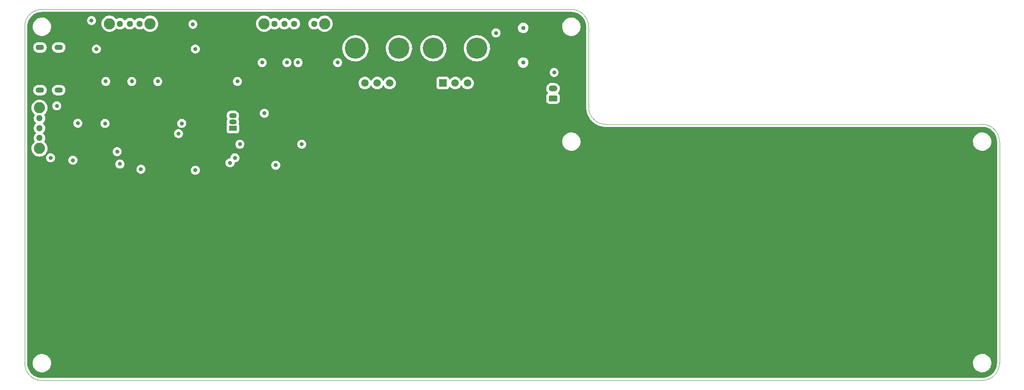
<source format=gbr>
%TF.GenerationSoftware,KiCad,Pcbnew,(6.0.7)*%
%TF.CreationDate,2023-07-28T14:32:25-04:00*%
%TF.ProjectId,Stylophone,5374796c-6f70-4686-9f6e-652e6b696361,rev?*%
%TF.SameCoordinates,Original*%
%TF.FileFunction,Copper,L3,Inr*%
%TF.FilePolarity,Positive*%
%FSLAX46Y46*%
G04 Gerber Fmt 4.6, Leading zero omitted, Abs format (unit mm)*
G04 Created by KiCad (PCBNEW (6.0.7)) date 2023-07-28 14:32:25*
%MOMM*%
%LPD*%
G01*
G04 APERTURE LIST*
G04 Aperture macros list*
%AMRoundRect*
0 Rectangle with rounded corners*
0 $1 Rounding radius*
0 $2 $3 $4 $5 $6 $7 $8 $9 X,Y pos of 4 corners*
0 Add a 4 corners polygon primitive as box body*
4,1,4,$2,$3,$4,$5,$6,$7,$8,$9,$2,$3,0*
0 Add four circle primitives for the rounded corners*
1,1,$1+$1,$2,$3*
1,1,$1+$1,$4,$5*
1,1,$1+$1,$6,$7*
1,1,$1+$1,$8,$9*
0 Add four rect primitives between the rounded corners*
20,1,$1+$1,$2,$3,$4,$5,0*
20,1,$1+$1,$4,$5,$6,$7,0*
20,1,$1+$1,$6,$7,$8,$9,0*
20,1,$1+$1,$8,$9,$2,$3,0*%
G04 Aperture macros list end*
%TA.AperFunction,Profile*%
%ADD10C,0.100000*%
%TD*%
%TA.AperFunction,ComponentPad*%
%ADD11C,2.250000*%
%TD*%
%TA.AperFunction,ComponentPad*%
%ADD12C,1.300000*%
%TD*%
%TA.AperFunction,ComponentPad*%
%ADD13C,0.850000*%
%TD*%
%TA.AperFunction,ComponentPad*%
%ADD14C,1.500000*%
%TD*%
%TA.AperFunction,ComponentPad*%
%ADD15C,4.260000*%
%TD*%
%TA.AperFunction,ComponentPad*%
%ADD16R,1.500000X1.500000*%
%TD*%
%TA.AperFunction,ComponentPad*%
%ADD17R,1.500000X1.050000*%
%TD*%
%TA.AperFunction,ComponentPad*%
%ADD18O,1.500000X1.050000*%
%TD*%
%TA.AperFunction,ComponentPad*%
%ADD19RoundRect,0.250000X0.625000X-0.350000X0.625000X0.350000X-0.625000X0.350000X-0.625000X-0.350000X0*%
%TD*%
%TA.AperFunction,ComponentPad*%
%ADD20O,1.750000X1.200000*%
%TD*%
%TA.AperFunction,ComponentPad*%
%ADD21O,1.700000X1.100000*%
%TD*%
%TA.AperFunction,ViaPad*%
%ADD22C,0.800000*%
%TD*%
G04 APERTURE END LIST*
D10*
X26000000Y-85500000D02*
X132974874Y-85500000D01*
X26000000Y-85500000D02*
G75*
G03*
X22500000Y-89000000I0J-3500000D01*
G01*
X216000000Y-160480000D02*
X26000000Y-160500000D01*
X216000000Y-108720000D02*
X139974874Y-108740000D01*
X216000000Y-160480000D02*
G75*
G03*
X219500000Y-156980000I0J3500000D01*
G01*
X136474900Y-105240000D02*
G75*
G03*
X139974874Y-108740000I3500000J0D01*
G01*
X22500000Y-157000000D02*
G75*
G03*
X26000000Y-160500000I3500000J0D01*
G01*
X136474874Y-89000000D02*
X136474874Y-105240000D01*
X219500000Y-112220000D02*
G75*
G03*
X216000000Y-108720000I-3500000J0D01*
G01*
X22500000Y-89000000D02*
X22500000Y-157000000D01*
X136474900Y-89000000D02*
G75*
G03*
X132974874Y-85500000I-3500000J0D01*
G01*
X219500000Y-156980000D02*
X219500000Y-112220000D01*
D11*
%TO.N,N/C*%
%TO.C,SW2*%
X39650000Y-88396360D03*
X47850000Y-88396360D03*
D12*
%TO.N,GND*%
X41750000Y-88396360D03*
%TO.N,Net-(COS3-Pad2)*%
X43750000Y-88396360D03*
%TO.N,unconnected-(SW2-Pad1)*%
X45750000Y-88396360D03*
%TD*%
D13*
%TO.N,N/C*%
%TO.C,J28*%
X123250000Y-96250000D03*
X123250000Y-89250000D03*
%TD*%
D14*
%TO.N,Net-(RP2-Pad2)*%
%TO.C,VR1*%
X91250000Y-100375000D03*
%TO.N,GND*%
X93750000Y-100375000D03*
%TO.N,unconnected-(VR1-Pad3)*%
X96250000Y-100375000D03*
D15*
%TO.N,unconnected-(VR1-PadMH1)*%
X89350000Y-93375000D03*
%TO.N,unconnected-(VR1-PadMH2)*%
X98150000Y-93375000D03*
%TD*%
D11*
%TO.N,N/C*%
%TO.C,SW1*%
X25500000Y-113600000D03*
X25500000Y-105400000D03*
D12*
%TO.N,unconnected-(SW1-Pad3)*%
X25500000Y-111500000D03*
%TO.N,Net-(D1-Pad2)*%
X25500000Y-109500000D03*
%TO.N,Net-(CC4-Pad1)*%
X25500000Y-107500000D03*
%TD*%
D16*
%TO.N,Net-(RFD1-Pad2)*%
%TO.C,VR2*%
X107000000Y-100375000D03*
D14*
%TO.N,Net-(Q3-Pad1)*%
X109500000Y-100375000D03*
%TO.N,Net-(Q2-Pad3)*%
X112000000Y-100375000D03*
D15*
%TO.N,unconnected-(VR2-PadMH1)*%
X105100000Y-93375000D03*
%TO.N,unconnected-(VR2-PadMH2)*%
X113900000Y-93375000D03*
%TD*%
D17*
%TO.N,RESISTOR_MODULE*%
%TO.C,Q1*%
X64570000Y-109520000D03*
D18*
%TO.N,VIB_SIG*%
X64570000Y-108250000D03*
%TO.N,Net-(DAT1-Pad2)*%
X64570000Y-106980000D03*
%TD*%
D11*
%TO.N,N/C*%
%TO.C,SW3*%
X70900000Y-88396360D03*
X83100000Y-88396360D03*
D12*
%TO.N,Net-(CLB1-Pad2)*%
X73000000Y-88396360D03*
%TO.N,Net-(CMB1-Pad1)*%
X75000000Y-88396360D03*
%TO.N,RESISTOR_MODULE*%
X77000000Y-88396360D03*
%TO.N,Net-(CHB1-Pad1)*%
X81000000Y-88396360D03*
%TD*%
D19*
%TO.N,Net-(CC3-Pad1)*%
%TO.C,J27*%
X129274874Y-103500000D03*
D20*
%TO.N,GND*%
X129274874Y-101500000D03*
%TD*%
D21*
%TO.N,GND*%
%TO.C,J1*%
X25600000Y-93180000D03*
X29400000Y-101820000D03*
X25600000Y-101820000D03*
X29400000Y-93180000D03*
%TD*%
D22*
%TO.N,GND*%
X32250000Y-116000000D03*
X38750000Y-108550000D03*
X75500000Y-96250000D03*
X70937500Y-106500000D03*
X57000000Y-118000000D03*
X70500000Y-96250000D03*
X85750000Y-96250000D03*
X36020000Y-87750000D03*
X41200000Y-114250000D03*
X66000000Y-112750000D03*
X37000000Y-93500000D03*
X73250000Y-117000000D03*
X54250000Y-108550000D03*
X44150000Y-100070000D03*
X27750000Y-115500000D03*
X77750000Y-96250000D03*
X33250000Y-108500000D03*
X49400000Y-100070000D03*
X129500000Y-98250000D03*
X29000000Y-105000000D03*
X38900000Y-100050000D03*
X117750000Y-90250000D03*
X65500000Y-100050000D03*
X46000000Y-117800000D03*
X41750000Y-116750000D03*
X78500000Y-112750000D03*
%TO.N,+5V*%
X48750000Y-92750000D03*
X106250000Y-104500000D03*
X83500000Y-113500000D03*
X58750000Y-100050000D03*
X67250000Y-110500000D03*
X84750000Y-109500000D03*
X71000000Y-118300000D03*
X54000000Y-105300000D03*
X30770000Y-87750000D03*
X49000000Y-108550000D03*
X27750000Y-117500000D03*
%TO.N,Net-(COS4-Pad1)*%
X56500000Y-88500000D03*
%TO.N,Net-(CC3-Pad1)*%
X53600000Y-110600000D03*
%TO.N,Net-(Q4-Pad2)*%
X57000000Y-93500000D03*
%TO.N,Net-(CC4-Pad1)*%
X65000000Y-115500000D03*
%TO.N,Net-(D1-Pad2)*%
X64000000Y-116500000D03*
%TD*%
%TA.AperFunction,Conductor*%
%TO.N,+5V*%
G36*
X132944896Y-86010000D02*
G01*
X132959729Y-86012310D01*
X132959733Y-86012310D01*
X132968602Y-86013691D01*
X132987314Y-86011244D01*
X133010244Y-86010353D01*
X133280983Y-86024540D01*
X133294089Y-86025917D01*
X133526974Y-86062801D01*
X133590326Y-86072834D01*
X133603228Y-86075576D01*
X133892941Y-86153203D01*
X133905470Y-86157275D01*
X134032387Y-86205992D01*
X134185473Y-86264756D01*
X134197521Y-86270120D01*
X134464750Y-86406279D01*
X134476172Y-86412873D01*
X134727710Y-86576221D01*
X134738380Y-86583973D01*
X134953052Y-86757809D01*
X134971464Y-86772719D01*
X134981265Y-86781544D01*
X135193341Y-86993618D01*
X135202166Y-87003420D01*
X135390914Y-87236504D01*
X135398666Y-87247173D01*
X135562012Y-87498702D01*
X135568607Y-87510124D01*
X135704772Y-87777360D01*
X135710135Y-87789407D01*
X135795423Y-88011586D01*
X135817617Y-88069404D01*
X135821691Y-88081943D01*
X135868967Y-88258377D01*
X135899319Y-88371651D01*
X135902061Y-88384551D01*
X135948980Y-88680786D01*
X135950358Y-88693900D01*
X135963946Y-88953167D01*
X135964156Y-88957176D01*
X135962828Y-88983158D01*
X135961183Y-88993724D01*
X135962347Y-89002626D01*
X135962347Y-89002628D01*
X135965310Y-89025283D01*
X135966374Y-89041621D01*
X135966374Y-105190633D01*
X135964874Y-105210018D01*
X135961183Y-105233724D01*
X135962181Y-105241352D01*
X135962326Y-105244486D01*
X135962315Y-105245381D01*
X135962425Y-105246627D01*
X135978433Y-105592872D01*
X135979236Y-105610251D01*
X136030443Y-105977343D01*
X136031108Y-105980170D01*
X136031109Y-105980176D01*
X136041326Y-106023614D01*
X136115302Y-106338145D01*
X136116228Y-106340907D01*
X136116230Y-106340915D01*
X136232162Y-106686810D01*
X136233090Y-106689578D01*
X136382801Y-107028643D01*
X136466474Y-107178866D01*
X136526836Y-107287237D01*
X136563158Y-107352449D01*
X136772623Y-107658232D01*
X136774472Y-107660458D01*
X136774479Y-107660468D01*
X136968082Y-107893615D01*
X137009409Y-107943383D01*
X137271495Y-108205471D01*
X137556645Y-108442259D01*
X137726683Y-108558739D01*
X137837290Y-108634507D01*
X137862426Y-108651726D01*
X138186230Y-108832086D01*
X138188890Y-108833261D01*
X138188895Y-108833263D01*
X138323143Y-108892540D01*
X138525295Y-108981800D01*
X138528046Y-108982722D01*
X138528051Y-108982724D01*
X138873965Y-109098665D01*
X138873973Y-109098667D01*
X138876726Y-109099590D01*
X139237527Y-109184452D01*
X139604619Y-109235662D01*
X139607499Y-109235795D01*
X139607508Y-109235796D01*
X139796662Y-109244542D01*
X139943474Y-109251331D01*
X139953819Y-109252437D01*
X139957520Y-109252769D01*
X139962318Y-109253576D01*
X139968501Y-109253651D01*
X139970005Y-109253670D01*
X139970009Y-109253670D01*
X139974870Y-109253729D01*
X139979686Y-109253039D01*
X139979691Y-109253039D01*
X140002591Y-109249760D01*
X140020417Y-109248488D01*
X215950681Y-109228513D01*
X215970097Y-109230013D01*
X215984847Y-109232309D01*
X215984848Y-109232309D01*
X215993724Y-109233691D01*
X216012436Y-109231244D01*
X216035366Y-109230353D01*
X216306103Y-109244542D01*
X216319209Y-109245919D01*
X216534134Y-109279960D01*
X216615445Y-109292838D01*
X216628345Y-109295580D01*
X216773196Y-109334393D01*
X216918052Y-109373207D01*
X216930586Y-109377279D01*
X217156000Y-109463808D01*
X217210587Y-109484762D01*
X217222635Y-109490126D01*
X217489870Y-109626289D01*
X217501286Y-109632880D01*
X217752832Y-109796236D01*
X217763492Y-109803982D01*
X217774336Y-109812763D01*
X217996573Y-109992727D01*
X218006374Y-110001552D01*
X218218448Y-110213626D01*
X218227273Y-110223427D01*
X218373731Y-110404287D01*
X218416016Y-110456505D01*
X218423764Y-110467168D01*
X218586379Y-110717573D01*
X218587117Y-110718709D01*
X218593711Y-110730130D01*
X218729874Y-110997365D01*
X218735237Y-111009412D01*
X218840035Y-111282416D01*
X218842719Y-111289409D01*
X218846793Y-111301948D01*
X218871278Y-111393324D01*
X218924420Y-111591655D01*
X218927162Y-111604555D01*
X218970762Y-111879834D01*
X218974080Y-111900785D01*
X218975458Y-111913902D01*
X218989262Y-112177299D01*
X218987935Y-112203276D01*
X218987691Y-112204846D01*
X218987691Y-112204850D01*
X218986309Y-112213724D01*
X218987473Y-112222626D01*
X218987473Y-112222628D01*
X218990436Y-112245283D01*
X218991500Y-112261621D01*
X218991500Y-156930633D01*
X218990000Y-156950018D01*
X218987690Y-156964851D01*
X218987690Y-156964855D01*
X218986309Y-156973724D01*
X218988756Y-156992433D01*
X218989647Y-157015366D01*
X218989462Y-157018905D01*
X218975458Y-157286099D01*
X218974081Y-157299209D01*
X218971547Y-157315209D01*
X218927162Y-157595445D01*
X218924420Y-157608345D01*
X218846795Y-157898047D01*
X218842721Y-157910586D01*
X218787100Y-158055482D01*
X218735238Y-158190587D01*
X218729874Y-158202635D01*
X218719683Y-158222635D01*
X218593711Y-158469870D01*
X218587120Y-158481286D01*
X218423764Y-158732832D01*
X218416018Y-158743492D01*
X218339082Y-158838500D01*
X218227273Y-158976573D01*
X218218448Y-158986374D01*
X218006374Y-159198448D01*
X217996573Y-159207273D01*
X217763495Y-159396016D01*
X217752832Y-159403764D01*
X217501286Y-159567120D01*
X217489870Y-159573711D01*
X217222635Y-159709874D01*
X217210588Y-159715237D01*
X216930586Y-159822721D01*
X216918052Y-159826793D01*
X216773196Y-159865608D01*
X216628345Y-159904420D01*
X216615445Y-159907162D01*
X216534134Y-159920040D01*
X216319209Y-159954081D01*
X216306101Y-159955458D01*
X216230937Y-159959397D01*
X216042701Y-159969262D01*
X216016724Y-159967935D01*
X216015154Y-159967691D01*
X216015150Y-159967691D01*
X216006276Y-159966309D01*
X215974676Y-159970441D01*
X215958357Y-159971505D01*
X26049347Y-159991495D01*
X26029948Y-159989995D01*
X26015148Y-159987690D01*
X26015145Y-159987690D01*
X26006276Y-159986309D01*
X25987564Y-159988756D01*
X25964634Y-159989647D01*
X25693897Y-159975458D01*
X25680791Y-159974081D01*
X25465866Y-159940040D01*
X25384555Y-159927162D01*
X25371655Y-159924420D01*
X25226804Y-159885607D01*
X25081948Y-159846793D01*
X25069414Y-159842721D01*
X24789412Y-159735237D01*
X24777365Y-159729874D01*
X24510130Y-159593711D01*
X24498714Y-159587120D01*
X24247168Y-159423764D01*
X24236505Y-159416016D01*
X24221382Y-159403769D01*
X24003427Y-159227273D01*
X23993626Y-159218448D01*
X23781552Y-159006374D01*
X23772727Y-158996573D01*
X23660918Y-158858500D01*
X23583982Y-158763492D01*
X23576236Y-158752832D01*
X23412880Y-158501286D01*
X23406289Y-158489870D01*
X23270126Y-158222635D01*
X23264762Y-158210587D01*
X23261770Y-158202792D01*
X23157279Y-157930586D01*
X23153205Y-157918047D01*
X23121174Y-157798503D01*
X23075580Y-157628345D01*
X23072838Y-157615445D01*
X23052532Y-157487238D01*
X23025919Y-157319209D01*
X23024542Y-157306098D01*
X23010932Y-157046410D01*
X23011168Y-157042277D01*
X24137009Y-157042277D01*
X24162625Y-157310769D01*
X24163710Y-157315203D01*
X24163711Y-157315209D01*
X24220751Y-157548312D01*
X24226731Y-157572750D01*
X24327985Y-157822733D01*
X24391138Y-157930591D01*
X24452555Y-158035482D01*
X24464265Y-158055482D01*
X24467118Y-158059049D01*
X24616722Y-158246119D01*
X24632716Y-158266119D01*
X24829809Y-158450234D01*
X25051416Y-158603968D01*
X25055499Y-158605999D01*
X25055502Y-158606001D01*
X25171013Y-158663466D01*
X25292894Y-158724101D01*
X25297228Y-158725522D01*
X25297231Y-158725523D01*
X25544853Y-158806698D01*
X25544859Y-158806699D01*
X25549186Y-158808118D01*
X25553677Y-158808898D01*
X25553678Y-158808898D01*
X25811140Y-158853601D01*
X25811148Y-158853602D01*
X25814921Y-158854257D01*
X25818758Y-158854448D01*
X25898578Y-158858422D01*
X25898586Y-158858422D01*
X25900149Y-158858500D01*
X26068512Y-158858500D01*
X26070780Y-158858335D01*
X26070792Y-158858335D01*
X26201884Y-158848823D01*
X26269004Y-158843953D01*
X26273459Y-158842969D01*
X26273462Y-158842969D01*
X26527912Y-158786791D01*
X26527916Y-158786790D01*
X26532372Y-158785806D01*
X26672213Y-158732825D01*
X26780318Y-158691868D01*
X26780321Y-158691867D01*
X26784588Y-158690250D01*
X27020368Y-158559286D01*
X27234773Y-158395657D01*
X27254325Y-158375657D01*
X27420117Y-158206060D01*
X27423312Y-158202792D01*
X27582034Y-157984730D01*
X27665190Y-157826676D01*
X27705490Y-157750079D01*
X27705493Y-157750073D01*
X27707615Y-157746039D01*
X27710685Y-157737347D01*
X27795902Y-157496033D01*
X27795902Y-157496032D01*
X27797425Y-157491720D01*
X27834011Y-157306098D01*
X27848700Y-157231572D01*
X27848701Y-157231566D01*
X27849581Y-157227100D01*
X27850577Y-157207100D01*
X27859778Y-157022277D01*
X214137009Y-157022277D01*
X214162625Y-157290769D01*
X214163710Y-157295203D01*
X214163711Y-157295209D01*
X214225645Y-157548312D01*
X214226731Y-157552750D01*
X214327985Y-157802733D01*
X214391138Y-157910591D01*
X214434549Y-157984730D01*
X214464265Y-158035482D01*
X214483112Y-158059049D01*
X214584686Y-158186060D01*
X214632716Y-158246119D01*
X214829809Y-158430234D01*
X215051416Y-158583968D01*
X215055499Y-158585999D01*
X215055502Y-158586001D01*
X215095704Y-158606001D01*
X215292894Y-158704101D01*
X215297228Y-158705522D01*
X215297231Y-158705523D01*
X215544853Y-158786698D01*
X215544859Y-158786699D01*
X215549186Y-158788118D01*
X215553677Y-158788898D01*
X215553678Y-158788898D01*
X215811140Y-158833601D01*
X215811148Y-158833602D01*
X215814921Y-158834257D01*
X215818758Y-158834448D01*
X215898578Y-158838422D01*
X215898586Y-158838422D01*
X215900149Y-158838500D01*
X216068512Y-158838500D01*
X216070780Y-158838335D01*
X216070792Y-158838335D01*
X216201884Y-158828823D01*
X216269004Y-158823953D01*
X216273459Y-158822969D01*
X216273462Y-158822969D01*
X216527912Y-158766791D01*
X216527916Y-158766790D01*
X216532372Y-158765806D01*
X216658480Y-158718028D01*
X216780318Y-158671868D01*
X216780321Y-158671867D01*
X216784588Y-158670250D01*
X217020368Y-158539286D01*
X217234773Y-158375657D01*
X217423312Y-158182792D01*
X217582034Y-157964730D01*
X217634521Y-157864969D01*
X217705490Y-157730079D01*
X217705493Y-157730073D01*
X217707615Y-157726039D01*
X217710685Y-157717347D01*
X217795902Y-157476033D01*
X217795902Y-157476032D01*
X217797425Y-157471720D01*
X217833987Y-157286217D01*
X217848700Y-157211572D01*
X217848701Y-157211566D01*
X217849581Y-157207100D01*
X217849808Y-157202544D01*
X217862764Y-156942292D01*
X217862764Y-156942286D01*
X217862991Y-156937723D01*
X217837375Y-156669231D01*
X217799088Y-156512762D01*
X217774355Y-156411688D01*
X217773269Y-156407250D01*
X217672015Y-156157267D01*
X217549755Y-155948463D01*
X217538045Y-155928463D01*
X217538044Y-155928462D01*
X217535735Y-155924518D01*
X217417928Y-155777208D01*
X217370136Y-155717447D01*
X217370135Y-155717445D01*
X217367284Y-155713881D01*
X217170191Y-155529766D01*
X216948584Y-155376032D01*
X216944501Y-155374001D01*
X216944498Y-155373999D01*
X216779606Y-155291967D01*
X216707106Y-155255899D01*
X216702772Y-155254478D01*
X216702769Y-155254477D01*
X216455147Y-155173302D01*
X216455141Y-155173301D01*
X216450814Y-155171882D01*
X216446322Y-155171102D01*
X216188860Y-155126399D01*
X216188852Y-155126398D01*
X216185079Y-155125743D01*
X216173817Y-155125182D01*
X216101422Y-155121578D01*
X216101414Y-155121578D01*
X216099851Y-155121500D01*
X215931488Y-155121500D01*
X215929220Y-155121665D01*
X215929208Y-155121665D01*
X215798116Y-155131177D01*
X215730996Y-155136047D01*
X215726541Y-155137031D01*
X215726538Y-155137031D01*
X215472088Y-155193209D01*
X215472084Y-155193210D01*
X215467628Y-155194194D01*
X215341520Y-155241972D01*
X215219682Y-155288132D01*
X215219679Y-155288133D01*
X215215412Y-155289750D01*
X214979632Y-155420714D01*
X214765227Y-155584343D01*
X214762034Y-155587609D01*
X214762032Y-155587611D01*
X214742481Y-155607611D01*
X214576688Y-155777208D01*
X214417966Y-155995270D01*
X214415844Y-155999304D01*
X214294510Y-156229921D01*
X214294507Y-156229927D01*
X214292385Y-156233961D01*
X214290865Y-156238266D01*
X214290863Y-156238270D01*
X214225621Y-156423019D01*
X214202575Y-156488280D01*
X214150419Y-156752900D01*
X214150192Y-156757453D01*
X214150192Y-156757456D01*
X214137353Y-157015368D01*
X214137009Y-157022277D01*
X27859778Y-157022277D01*
X27862764Y-156962292D01*
X27862764Y-156962286D01*
X27862991Y-156957723D01*
X27837375Y-156689231D01*
X27792042Y-156503967D01*
X27774355Y-156431688D01*
X27773269Y-156427250D01*
X27672015Y-156177267D01*
X27575005Y-156011586D01*
X27538045Y-155948463D01*
X27538044Y-155948462D01*
X27535735Y-155944518D01*
X27417928Y-155797208D01*
X27370136Y-155737447D01*
X27370135Y-155737445D01*
X27367284Y-155733881D01*
X27170191Y-155549766D01*
X26948584Y-155396032D01*
X26944501Y-155394001D01*
X26944498Y-155393999D01*
X26779606Y-155311967D01*
X26707106Y-155275899D01*
X26702772Y-155274478D01*
X26702769Y-155274477D01*
X26455147Y-155193302D01*
X26455141Y-155193301D01*
X26450814Y-155191882D01*
X26446322Y-155191102D01*
X26188860Y-155146399D01*
X26188852Y-155146398D01*
X26185079Y-155145743D01*
X26173817Y-155145182D01*
X26101422Y-155141578D01*
X26101414Y-155141578D01*
X26099851Y-155141500D01*
X25931488Y-155141500D01*
X25929220Y-155141665D01*
X25929208Y-155141665D01*
X25798116Y-155151177D01*
X25730996Y-155156047D01*
X25726541Y-155157031D01*
X25726538Y-155157031D01*
X25472088Y-155213209D01*
X25472084Y-155213210D01*
X25467628Y-155214194D01*
X25352181Y-155257933D01*
X25219682Y-155308132D01*
X25219679Y-155308133D01*
X25215412Y-155309750D01*
X24979632Y-155440714D01*
X24765227Y-155604343D01*
X24576688Y-155797208D01*
X24417966Y-156015270D01*
X24415844Y-156019304D01*
X24294510Y-156249921D01*
X24294507Y-156249927D01*
X24292385Y-156253961D01*
X24290865Y-156258266D01*
X24290863Y-156258270D01*
X24211161Y-156483967D01*
X24202575Y-156508280D01*
X24150419Y-156772900D01*
X24150192Y-156777453D01*
X24150192Y-156777456D01*
X24137778Y-157026833D01*
X24137009Y-157042277D01*
X23011168Y-157042277D01*
X23012505Y-157018915D01*
X23013576Y-157012552D01*
X23013729Y-157000000D01*
X23009773Y-156972376D01*
X23008500Y-156954514D01*
X23008500Y-117800000D01*
X45086496Y-117800000D01*
X45106458Y-117989928D01*
X45165473Y-118171556D01*
X45260960Y-118336944D01*
X45388747Y-118478866D01*
X45543248Y-118591118D01*
X45549276Y-118593802D01*
X45549278Y-118593803D01*
X45711681Y-118666109D01*
X45717712Y-118668794D01*
X45783365Y-118682749D01*
X45898056Y-118707128D01*
X45898061Y-118707128D01*
X45904513Y-118708500D01*
X46095487Y-118708500D01*
X46101939Y-118707128D01*
X46101944Y-118707128D01*
X46216635Y-118682749D01*
X46282288Y-118668794D01*
X46288319Y-118666109D01*
X46450722Y-118593803D01*
X46450724Y-118593802D01*
X46456752Y-118591118D01*
X46611253Y-118478866D01*
X46739040Y-118336944D01*
X46834527Y-118171556D01*
X46890269Y-118000000D01*
X56086496Y-118000000D01*
X56087186Y-118006565D01*
X56105129Y-118177279D01*
X56106458Y-118189928D01*
X56165473Y-118371556D01*
X56260960Y-118536944D01*
X56265378Y-118541851D01*
X56265379Y-118541852D01*
X56379678Y-118668794D01*
X56388747Y-118678866D01*
X56543248Y-118791118D01*
X56549276Y-118793802D01*
X56549278Y-118793803D01*
X56711681Y-118866109D01*
X56717712Y-118868794D01*
X56811112Y-118888647D01*
X56898056Y-118907128D01*
X56898061Y-118907128D01*
X56904513Y-118908500D01*
X57095487Y-118908500D01*
X57101939Y-118907128D01*
X57101944Y-118907128D01*
X57188888Y-118888647D01*
X57282288Y-118868794D01*
X57288319Y-118866109D01*
X57450722Y-118793803D01*
X57450724Y-118793802D01*
X57456752Y-118791118D01*
X57611253Y-118678866D01*
X57620322Y-118668794D01*
X57734621Y-118541852D01*
X57734622Y-118541851D01*
X57739040Y-118536944D01*
X57834527Y-118371556D01*
X57893542Y-118189928D01*
X57894872Y-118177279D01*
X57912814Y-118006565D01*
X57913504Y-118000000D01*
X57893542Y-117810072D01*
X57834527Y-117628444D01*
X57827406Y-117616109D01*
X57784109Y-117541118D01*
X57739040Y-117463056D01*
X57711752Y-117432749D01*
X57615675Y-117326045D01*
X57615674Y-117326044D01*
X57611253Y-117321134D01*
X57456752Y-117208882D01*
X57450724Y-117206198D01*
X57450722Y-117206197D01*
X57288319Y-117133891D01*
X57288318Y-117133891D01*
X57282288Y-117131206D01*
X57188888Y-117111353D01*
X57101944Y-117092872D01*
X57101939Y-117092872D01*
X57095487Y-117091500D01*
X56904513Y-117091500D01*
X56898061Y-117092872D01*
X56898056Y-117092872D01*
X56811112Y-117111353D01*
X56717712Y-117131206D01*
X56711682Y-117133891D01*
X56711681Y-117133891D01*
X56549278Y-117206197D01*
X56549276Y-117206198D01*
X56543248Y-117208882D01*
X56388747Y-117321134D01*
X56384326Y-117326044D01*
X56384325Y-117326045D01*
X56288249Y-117432749D01*
X56260960Y-117463056D01*
X56215891Y-117541118D01*
X56172595Y-117616109D01*
X56165473Y-117628444D01*
X56106458Y-117810072D01*
X56086496Y-118000000D01*
X46890269Y-118000000D01*
X46893542Y-117989928D01*
X46913504Y-117800000D01*
X46901181Y-117682749D01*
X46894232Y-117616635D01*
X46894232Y-117616633D01*
X46893542Y-117610072D01*
X46834527Y-117428444D01*
X46739040Y-117263056D01*
X46622740Y-117133891D01*
X46615675Y-117126045D01*
X46615674Y-117126044D01*
X46611253Y-117121134D01*
X46456752Y-117008882D01*
X46450724Y-117006198D01*
X46450722Y-117006197D01*
X46288319Y-116933891D01*
X46288318Y-116933891D01*
X46282288Y-116931206D01*
X46188888Y-116911353D01*
X46101944Y-116892872D01*
X46101939Y-116892872D01*
X46095487Y-116891500D01*
X45904513Y-116891500D01*
X45898061Y-116892872D01*
X45898056Y-116892872D01*
X45811112Y-116911353D01*
X45717712Y-116931206D01*
X45711682Y-116933891D01*
X45711681Y-116933891D01*
X45549278Y-117006197D01*
X45549276Y-117006198D01*
X45543248Y-117008882D01*
X45388747Y-117121134D01*
X45384326Y-117126044D01*
X45384325Y-117126045D01*
X45377261Y-117133891D01*
X45260960Y-117263056D01*
X45165473Y-117428444D01*
X45106458Y-117610072D01*
X45105768Y-117616633D01*
X45105768Y-117616635D01*
X45098819Y-117682749D01*
X45086496Y-117800000D01*
X23008500Y-117800000D01*
X23008500Y-115500000D01*
X26836496Y-115500000D01*
X26856458Y-115689928D01*
X26915473Y-115871556D01*
X26918776Y-115877278D01*
X26918777Y-115877279D01*
X26952686Y-115936010D01*
X27010960Y-116036944D01*
X27015378Y-116041851D01*
X27015379Y-116041852D01*
X27060082Y-116091500D01*
X27138747Y-116178866D01*
X27293248Y-116291118D01*
X27299276Y-116293802D01*
X27299278Y-116293803D01*
X27459799Y-116365271D01*
X27467712Y-116368794D01*
X27542680Y-116384729D01*
X27648056Y-116407128D01*
X27648061Y-116407128D01*
X27654513Y-116408500D01*
X27845487Y-116408500D01*
X27851939Y-116407128D01*
X27851944Y-116407128D01*
X27957320Y-116384729D01*
X28032288Y-116368794D01*
X28040201Y-116365271D01*
X28200722Y-116293803D01*
X28200724Y-116293802D01*
X28206752Y-116291118D01*
X28361253Y-116178866D01*
X28439918Y-116091500D01*
X28484621Y-116041852D01*
X28484622Y-116041851D01*
X28489040Y-116036944D01*
X28510370Y-116000000D01*
X31336496Y-116000000D01*
X31337186Y-116006565D01*
X31344489Y-116076045D01*
X31356458Y-116189928D01*
X31415473Y-116371556D01*
X31418776Y-116377278D01*
X31418777Y-116377279D01*
X31436724Y-116408364D01*
X31510960Y-116536944D01*
X31515378Y-116541851D01*
X31515379Y-116541852D01*
X31537694Y-116566635D01*
X31638747Y-116678866D01*
X31793248Y-116791118D01*
X31799276Y-116793802D01*
X31799278Y-116793803D01*
X31850560Y-116816635D01*
X31967712Y-116868794D01*
X32061113Y-116888647D01*
X32148056Y-116907128D01*
X32148061Y-116907128D01*
X32154513Y-116908500D01*
X32345487Y-116908500D01*
X32351939Y-116907128D01*
X32351944Y-116907128D01*
X32438887Y-116888647D01*
X32532288Y-116868794D01*
X32649440Y-116816635D01*
X32700722Y-116793803D01*
X32700724Y-116793802D01*
X32706752Y-116791118D01*
X32763346Y-116750000D01*
X40836496Y-116750000D01*
X40837186Y-116756565D01*
X40853011Y-116907128D01*
X40856458Y-116939928D01*
X40915473Y-117121556D01*
X40918776Y-117127278D01*
X40918777Y-117127279D01*
X40945726Y-117173955D01*
X41010960Y-117286944D01*
X41015378Y-117291851D01*
X41015379Y-117291852D01*
X41081486Y-117365271D01*
X41138747Y-117428866D01*
X41293248Y-117541118D01*
X41299276Y-117543802D01*
X41299278Y-117543803D01*
X41434021Y-117603794D01*
X41467712Y-117618794D01*
X41542680Y-117634729D01*
X41648056Y-117657128D01*
X41648061Y-117657128D01*
X41654513Y-117658500D01*
X41845487Y-117658500D01*
X41851939Y-117657128D01*
X41851944Y-117657128D01*
X41957320Y-117634729D01*
X42032288Y-117618794D01*
X42065979Y-117603794D01*
X42200722Y-117543803D01*
X42200724Y-117543802D01*
X42206752Y-117541118D01*
X42361253Y-117428866D01*
X42418514Y-117365271D01*
X42484621Y-117291852D01*
X42484622Y-117291851D01*
X42489040Y-117286944D01*
X42554274Y-117173955D01*
X42581223Y-117127279D01*
X42581224Y-117127278D01*
X42584527Y-117121556D01*
X42643542Y-116939928D01*
X42646990Y-116907128D01*
X42662814Y-116756565D01*
X42663504Y-116750000D01*
X42657190Y-116689928D01*
X42644232Y-116566635D01*
X42644232Y-116566633D01*
X42643542Y-116560072D01*
X42624023Y-116500000D01*
X63086496Y-116500000D01*
X63087186Y-116506565D01*
X63093500Y-116566635D01*
X63106458Y-116689928D01*
X63165473Y-116871556D01*
X63168776Y-116877278D01*
X63168777Y-116877279D01*
X63186803Y-116908500D01*
X63260960Y-117036944D01*
X63388747Y-117178866D01*
X63543248Y-117291118D01*
X63549276Y-117293802D01*
X63549278Y-117293803D01*
X63709799Y-117365271D01*
X63717712Y-117368794D01*
X63811112Y-117388647D01*
X63898056Y-117407128D01*
X63898061Y-117407128D01*
X63904513Y-117408500D01*
X64095487Y-117408500D01*
X64101939Y-117407128D01*
X64101944Y-117407128D01*
X64188888Y-117388647D01*
X64282288Y-117368794D01*
X64290201Y-117365271D01*
X64450722Y-117293803D01*
X64450724Y-117293802D01*
X64456752Y-117291118D01*
X64611253Y-117178866D01*
X64739040Y-117036944D01*
X64760370Y-117000000D01*
X72336496Y-117000000D01*
X72337186Y-117006565D01*
X72349228Y-117121134D01*
X72356458Y-117189928D01*
X72415473Y-117371556D01*
X72418776Y-117377278D01*
X72418777Y-117377279D01*
X72436803Y-117408500D01*
X72510960Y-117536944D01*
X72638747Y-117678866D01*
X72793248Y-117791118D01*
X72799276Y-117793802D01*
X72799278Y-117793803D01*
X72850560Y-117816635D01*
X72967712Y-117868794D01*
X73061112Y-117888647D01*
X73148056Y-117907128D01*
X73148061Y-117907128D01*
X73154513Y-117908500D01*
X73345487Y-117908500D01*
X73351939Y-117907128D01*
X73351944Y-117907128D01*
X73438888Y-117888647D01*
X73532288Y-117868794D01*
X73649440Y-117816635D01*
X73700722Y-117793803D01*
X73700724Y-117793802D01*
X73706752Y-117791118D01*
X73861253Y-117678866D01*
X73989040Y-117536944D01*
X74063197Y-117408500D01*
X74081223Y-117377279D01*
X74081224Y-117377278D01*
X74084527Y-117371556D01*
X74143542Y-117189928D01*
X74150773Y-117121134D01*
X74162814Y-117006565D01*
X74163504Y-117000000D01*
X74156556Y-116933891D01*
X74144232Y-116816635D01*
X74144232Y-116816633D01*
X74143542Y-116810072D01*
X74084527Y-116628444D01*
X73989040Y-116463056D01*
X73982393Y-116455673D01*
X73865675Y-116326045D01*
X73865674Y-116326044D01*
X73861253Y-116321134D01*
X73706752Y-116208882D01*
X73700724Y-116206198D01*
X73700722Y-116206197D01*
X73538319Y-116133891D01*
X73538318Y-116133891D01*
X73532288Y-116131206D01*
X73438887Y-116111353D01*
X73351944Y-116092872D01*
X73351939Y-116092872D01*
X73345487Y-116091500D01*
X73154513Y-116091500D01*
X73148061Y-116092872D01*
X73148056Y-116092872D01*
X73061113Y-116111353D01*
X72967712Y-116131206D01*
X72961682Y-116133891D01*
X72961681Y-116133891D01*
X72799278Y-116206197D01*
X72799276Y-116206198D01*
X72793248Y-116208882D01*
X72638747Y-116321134D01*
X72634326Y-116326044D01*
X72634325Y-116326045D01*
X72517608Y-116455673D01*
X72510960Y-116463056D01*
X72415473Y-116628444D01*
X72356458Y-116810072D01*
X72355768Y-116816633D01*
X72355768Y-116816635D01*
X72343444Y-116933891D01*
X72336496Y-117000000D01*
X64760370Y-117000000D01*
X64813197Y-116908500D01*
X64831223Y-116877279D01*
X64831224Y-116877278D01*
X64834527Y-116871556D01*
X64893542Y-116689928D01*
X64911262Y-116521329D01*
X64938275Y-116455673D01*
X64996497Y-116415043D01*
X65036572Y-116408500D01*
X65095487Y-116408500D01*
X65101939Y-116407128D01*
X65101944Y-116407128D01*
X65207320Y-116384729D01*
X65282288Y-116368794D01*
X65290201Y-116365271D01*
X65450722Y-116293803D01*
X65450724Y-116293802D01*
X65456752Y-116291118D01*
X65611253Y-116178866D01*
X65689918Y-116091500D01*
X65734621Y-116041852D01*
X65734622Y-116041851D01*
X65739040Y-116036944D01*
X65797314Y-115936010D01*
X65831223Y-115877279D01*
X65831224Y-115877278D01*
X65834527Y-115871556D01*
X65893542Y-115689928D01*
X65913504Y-115500000D01*
X65893542Y-115310072D01*
X65834527Y-115128444D01*
X65827406Y-115116109D01*
X65784109Y-115041118D01*
X65739040Y-114963056D01*
X65711752Y-114932749D01*
X65615675Y-114826045D01*
X65615674Y-114826044D01*
X65611253Y-114821134D01*
X65456752Y-114708882D01*
X65450724Y-114706198D01*
X65450722Y-114706197D01*
X65288319Y-114633891D01*
X65288318Y-114633891D01*
X65282288Y-114631206D01*
X65188887Y-114611353D01*
X65101944Y-114592872D01*
X65101939Y-114592872D01*
X65095487Y-114591500D01*
X64904513Y-114591500D01*
X64898061Y-114592872D01*
X64898056Y-114592872D01*
X64811113Y-114611353D01*
X64717712Y-114631206D01*
X64711682Y-114633891D01*
X64711681Y-114633891D01*
X64549278Y-114706197D01*
X64549276Y-114706198D01*
X64543248Y-114708882D01*
X64388747Y-114821134D01*
X64384326Y-114826044D01*
X64384325Y-114826045D01*
X64288249Y-114932749D01*
X64260960Y-114963056D01*
X64215891Y-115041118D01*
X64172595Y-115116109D01*
X64165473Y-115128444D01*
X64106458Y-115310072D01*
X64105768Y-115316633D01*
X64105768Y-115316635D01*
X64088738Y-115478670D01*
X64061725Y-115544327D01*
X64003503Y-115584957D01*
X63963428Y-115591500D01*
X63904513Y-115591500D01*
X63898061Y-115592872D01*
X63898056Y-115592872D01*
X63811112Y-115611353D01*
X63717712Y-115631206D01*
X63711682Y-115633891D01*
X63711681Y-115633891D01*
X63549278Y-115706197D01*
X63549276Y-115706198D01*
X63543248Y-115708882D01*
X63388747Y-115821134D01*
X63260960Y-115963056D01*
X63235840Y-116006565D01*
X63186011Y-116092872D01*
X63165473Y-116128444D01*
X63106458Y-116310072D01*
X63086496Y-116500000D01*
X42624023Y-116500000D01*
X42584527Y-116378444D01*
X42577406Y-116366109D01*
X42534109Y-116291118D01*
X42489040Y-116213056D01*
X42468216Y-116189928D01*
X42365675Y-116076045D01*
X42365674Y-116076044D01*
X42361253Y-116071134D01*
X42206752Y-115958882D01*
X42200724Y-115956198D01*
X42200722Y-115956197D01*
X42038319Y-115883891D01*
X42038318Y-115883891D01*
X42032288Y-115881206D01*
X41938887Y-115861353D01*
X41851944Y-115842872D01*
X41851939Y-115842872D01*
X41845487Y-115841500D01*
X41654513Y-115841500D01*
X41648061Y-115842872D01*
X41648056Y-115842872D01*
X41561113Y-115861353D01*
X41467712Y-115881206D01*
X41461682Y-115883891D01*
X41461681Y-115883891D01*
X41299278Y-115956197D01*
X41299276Y-115956198D01*
X41293248Y-115958882D01*
X41138747Y-116071134D01*
X41134326Y-116076044D01*
X41134325Y-116076045D01*
X41031785Y-116189928D01*
X41010960Y-116213056D01*
X40965891Y-116291118D01*
X40922595Y-116366109D01*
X40915473Y-116378444D01*
X40856458Y-116560072D01*
X40855768Y-116566633D01*
X40855768Y-116566635D01*
X40842810Y-116689928D01*
X40836496Y-116750000D01*
X32763346Y-116750000D01*
X32861253Y-116678866D01*
X32962306Y-116566635D01*
X32984621Y-116541852D01*
X32984622Y-116541851D01*
X32989040Y-116536944D01*
X33063276Y-116408364D01*
X33081223Y-116377279D01*
X33081224Y-116377278D01*
X33084527Y-116371556D01*
X33143542Y-116189928D01*
X33155512Y-116076045D01*
X33162814Y-116006565D01*
X33163504Y-116000000D01*
X33151301Y-115883891D01*
X33144232Y-115816635D01*
X33144232Y-115816633D01*
X33143542Y-115810072D01*
X33084527Y-115628444D01*
X33063990Y-115592872D01*
X33014160Y-115506565D01*
X32989040Y-115463056D01*
X32861253Y-115321134D01*
X32719822Y-115218378D01*
X32712094Y-115212763D01*
X32712093Y-115212762D01*
X32706752Y-115208882D01*
X32700724Y-115206198D01*
X32700722Y-115206197D01*
X32538319Y-115133891D01*
X32538318Y-115133891D01*
X32532288Y-115131206D01*
X32438888Y-115111353D01*
X32351944Y-115092872D01*
X32351939Y-115092872D01*
X32345487Y-115091500D01*
X32154513Y-115091500D01*
X32148061Y-115092872D01*
X32148056Y-115092872D01*
X32061112Y-115111353D01*
X31967712Y-115131206D01*
X31961682Y-115133891D01*
X31961681Y-115133891D01*
X31799278Y-115206197D01*
X31799276Y-115206198D01*
X31793248Y-115208882D01*
X31787907Y-115212762D01*
X31787906Y-115212763D01*
X31780178Y-115218378D01*
X31638747Y-115321134D01*
X31510960Y-115463056D01*
X31485840Y-115506565D01*
X31436011Y-115592872D01*
X31415473Y-115628444D01*
X31356458Y-115810072D01*
X31355768Y-115816633D01*
X31355768Y-115816635D01*
X31348699Y-115883891D01*
X31336496Y-116000000D01*
X28510370Y-116000000D01*
X28547314Y-115936010D01*
X28581223Y-115877279D01*
X28581224Y-115877278D01*
X28584527Y-115871556D01*
X28643542Y-115689928D01*
X28663504Y-115500000D01*
X28643542Y-115310072D01*
X28584527Y-115128444D01*
X28577406Y-115116109D01*
X28534109Y-115041118D01*
X28489040Y-114963056D01*
X28461752Y-114932749D01*
X28365675Y-114826045D01*
X28365674Y-114826044D01*
X28361253Y-114821134D01*
X28206752Y-114708882D01*
X28200724Y-114706198D01*
X28200722Y-114706197D01*
X28038319Y-114633891D01*
X28038318Y-114633891D01*
X28032288Y-114631206D01*
X27938887Y-114611353D01*
X27851944Y-114592872D01*
X27851939Y-114592872D01*
X27845487Y-114591500D01*
X27654513Y-114591500D01*
X27648061Y-114592872D01*
X27648056Y-114592872D01*
X27561113Y-114611353D01*
X27467712Y-114631206D01*
X27461682Y-114633891D01*
X27461681Y-114633891D01*
X27299278Y-114706197D01*
X27299276Y-114706198D01*
X27293248Y-114708882D01*
X27138747Y-114821134D01*
X27134326Y-114826044D01*
X27134325Y-114826045D01*
X27038249Y-114932749D01*
X27010960Y-114963056D01*
X26965891Y-115041118D01*
X26922595Y-115116109D01*
X26915473Y-115128444D01*
X26856458Y-115310072D01*
X26836496Y-115500000D01*
X23008500Y-115500000D01*
X23008500Y-113600000D01*
X23861449Y-113600000D01*
X23881622Y-113856326D01*
X23882776Y-113861133D01*
X23882777Y-113861139D01*
X23902695Y-113944101D01*
X23941645Y-114106340D01*
X23943538Y-114110911D01*
X23943539Y-114110913D01*
X24001151Y-114250000D01*
X24040040Y-114343887D01*
X24174384Y-114563116D01*
X24341369Y-114758631D01*
X24536884Y-114925616D01*
X24756113Y-115059960D01*
X24760683Y-115061853D01*
X24760687Y-115061855D01*
X24989087Y-115156461D01*
X24993660Y-115158355D01*
X25080502Y-115179204D01*
X25238861Y-115217223D01*
X25238867Y-115217224D01*
X25243674Y-115218378D01*
X25500000Y-115238551D01*
X25756326Y-115218378D01*
X25761133Y-115217224D01*
X25761139Y-115217223D01*
X25919498Y-115179204D01*
X26006340Y-115158355D01*
X26010913Y-115156461D01*
X26239313Y-115061855D01*
X26239317Y-115061853D01*
X26243887Y-115059960D01*
X26463116Y-114925616D01*
X26658631Y-114758631D01*
X26825616Y-114563116D01*
X26959960Y-114343887D01*
X26998850Y-114250000D01*
X40286496Y-114250000D01*
X40306458Y-114439928D01*
X40365473Y-114621556D01*
X40368776Y-114627278D01*
X40368777Y-114627279D01*
X40402686Y-114686010D01*
X40460960Y-114786944D01*
X40465378Y-114791851D01*
X40465379Y-114791852D01*
X40582925Y-114922400D01*
X40588747Y-114928866D01*
X40743248Y-115041118D01*
X40749276Y-115043802D01*
X40749278Y-115043803D01*
X40789824Y-115061855D01*
X40917712Y-115118794D01*
X40992680Y-115134729D01*
X41098056Y-115157128D01*
X41098061Y-115157128D01*
X41104513Y-115158500D01*
X41295487Y-115158500D01*
X41301939Y-115157128D01*
X41301944Y-115157128D01*
X41407320Y-115134729D01*
X41482288Y-115118794D01*
X41610176Y-115061855D01*
X41650722Y-115043803D01*
X41650724Y-115043802D01*
X41656752Y-115041118D01*
X41811253Y-114928866D01*
X41817075Y-114922400D01*
X41934621Y-114791852D01*
X41934622Y-114791851D01*
X41939040Y-114786944D01*
X41997314Y-114686010D01*
X42031223Y-114627279D01*
X42031224Y-114627278D01*
X42034527Y-114621556D01*
X42093542Y-114439928D01*
X42113504Y-114250000D01*
X42095471Y-114078422D01*
X42094232Y-114066635D01*
X42094232Y-114066633D01*
X42093542Y-114060072D01*
X42034527Y-113878444D01*
X42018909Y-113851392D01*
X41997314Y-113813990D01*
X41939040Y-113713056D01*
X41811253Y-113571134D01*
X41656752Y-113458882D01*
X41650724Y-113456198D01*
X41650722Y-113456197D01*
X41488319Y-113383891D01*
X41488318Y-113383891D01*
X41482288Y-113381206D01*
X41388888Y-113361353D01*
X41301944Y-113342872D01*
X41301939Y-113342872D01*
X41295487Y-113341500D01*
X41104513Y-113341500D01*
X41098061Y-113342872D01*
X41098056Y-113342872D01*
X41011112Y-113361353D01*
X40917712Y-113381206D01*
X40911682Y-113383891D01*
X40911681Y-113383891D01*
X40749278Y-113456197D01*
X40749276Y-113456198D01*
X40743248Y-113458882D01*
X40588747Y-113571134D01*
X40460960Y-113713056D01*
X40402686Y-113813990D01*
X40381092Y-113851392D01*
X40365473Y-113878444D01*
X40306458Y-114060072D01*
X40305768Y-114066633D01*
X40305768Y-114066635D01*
X40304529Y-114078422D01*
X40286496Y-114250000D01*
X26998850Y-114250000D01*
X27056461Y-114110913D01*
X27056462Y-114110911D01*
X27058355Y-114106340D01*
X27097305Y-113944101D01*
X27117223Y-113861139D01*
X27117224Y-113861133D01*
X27118378Y-113856326D01*
X27138551Y-113600000D01*
X27118378Y-113343674D01*
X27104759Y-113286944D01*
X27059510Y-113098472D01*
X27058355Y-113093660D01*
X27038894Y-113046676D01*
X26961855Y-112860687D01*
X26961853Y-112860683D01*
X26959960Y-112856113D01*
X26894934Y-112750000D01*
X65086496Y-112750000D01*
X65087186Y-112756565D01*
X65098130Y-112860687D01*
X65106458Y-112939928D01*
X65165473Y-113121556D01*
X65260960Y-113286944D01*
X65265378Y-113291851D01*
X65265379Y-113291852D01*
X65383278Y-113422792D01*
X65388747Y-113428866D01*
X65543248Y-113541118D01*
X65549276Y-113543802D01*
X65549278Y-113543803D01*
X65703326Y-113612389D01*
X65717712Y-113618794D01*
X65811112Y-113638647D01*
X65898056Y-113657128D01*
X65898061Y-113657128D01*
X65904513Y-113658500D01*
X66095487Y-113658500D01*
X66101939Y-113657128D01*
X66101944Y-113657128D01*
X66188888Y-113638647D01*
X66282288Y-113618794D01*
X66296674Y-113612389D01*
X66450722Y-113543803D01*
X66450724Y-113543802D01*
X66456752Y-113541118D01*
X66611253Y-113428866D01*
X66616722Y-113422792D01*
X66734621Y-113291852D01*
X66734622Y-113291851D01*
X66739040Y-113286944D01*
X66834527Y-113121556D01*
X66893542Y-112939928D01*
X66901871Y-112860687D01*
X66912814Y-112756565D01*
X66913504Y-112750000D01*
X77586496Y-112750000D01*
X77587186Y-112756565D01*
X77598130Y-112860687D01*
X77606458Y-112939928D01*
X77665473Y-113121556D01*
X77760960Y-113286944D01*
X77765378Y-113291851D01*
X77765379Y-113291852D01*
X77883278Y-113422792D01*
X77888747Y-113428866D01*
X78043248Y-113541118D01*
X78049276Y-113543802D01*
X78049278Y-113543803D01*
X78203326Y-113612389D01*
X78217712Y-113618794D01*
X78311112Y-113638647D01*
X78398056Y-113657128D01*
X78398061Y-113657128D01*
X78404513Y-113658500D01*
X78595487Y-113658500D01*
X78601939Y-113657128D01*
X78601944Y-113657128D01*
X78688888Y-113638647D01*
X78782288Y-113618794D01*
X78796674Y-113612389D01*
X78950722Y-113543803D01*
X78950724Y-113543802D01*
X78956752Y-113541118D01*
X79111253Y-113428866D01*
X79116722Y-113422792D01*
X79234621Y-113291852D01*
X79234622Y-113291851D01*
X79239040Y-113286944D01*
X79334527Y-113121556D01*
X79393542Y-112939928D01*
X79401871Y-112860687D01*
X79412814Y-112756565D01*
X79413504Y-112750000D01*
X79409010Y-112707238D01*
X79394232Y-112566635D01*
X79394232Y-112566633D01*
X79393542Y-112560072D01*
X79334527Y-112378444D01*
X79267458Y-112262277D01*
X131111883Y-112262277D01*
X131137499Y-112530769D01*
X131138584Y-112535203D01*
X131138585Y-112535209D01*
X131189538Y-112743435D01*
X131201605Y-112792750D01*
X131302859Y-113042733D01*
X131439139Y-113275482D01*
X131522592Y-113379834D01*
X131561804Y-113428866D01*
X131607590Y-113486119D01*
X131804683Y-113670234D01*
X132026290Y-113823968D01*
X132030373Y-113825999D01*
X132030376Y-113826001D01*
X132091332Y-113856326D01*
X132267768Y-113944101D01*
X132272102Y-113945522D01*
X132272105Y-113945523D01*
X132519727Y-114026698D01*
X132519733Y-114026699D01*
X132524060Y-114028118D01*
X132528551Y-114028898D01*
X132528552Y-114028898D01*
X132786014Y-114073601D01*
X132786022Y-114073602D01*
X132789795Y-114074257D01*
X132793632Y-114074448D01*
X132873452Y-114078422D01*
X132873460Y-114078422D01*
X132875023Y-114078500D01*
X133043386Y-114078500D01*
X133045654Y-114078335D01*
X133045666Y-114078335D01*
X133176758Y-114068823D01*
X133243878Y-114063953D01*
X133248333Y-114062969D01*
X133248336Y-114062969D01*
X133502786Y-114006791D01*
X133502790Y-114006790D01*
X133507246Y-114005806D01*
X133633354Y-113958028D01*
X133755192Y-113911868D01*
X133755195Y-113911867D01*
X133759462Y-113910250D01*
X133995242Y-113779286D01*
X134209647Y-113615657D01*
X134220134Y-113604930D01*
X134339765Y-113482553D01*
X134398186Y-113422792D01*
X134556908Y-113204730D01*
X134640064Y-113046676D01*
X134680364Y-112970079D01*
X134680367Y-112970073D01*
X134682489Y-112966039D01*
X134694028Y-112933365D01*
X134770776Y-112716033D01*
X134770776Y-112716032D01*
X134772299Y-112711720D01*
X134800895Y-112566635D01*
X134823574Y-112451572D01*
X134823575Y-112451566D01*
X134824455Y-112447100D01*
X134828158Y-112372721D01*
X134833656Y-112262277D01*
X214137009Y-112262277D01*
X214162625Y-112530769D01*
X214163710Y-112535203D01*
X214163711Y-112535209D01*
X214214664Y-112743435D01*
X214226731Y-112792750D01*
X214327985Y-113042733D01*
X214464265Y-113275482D01*
X214547718Y-113379834D01*
X214586930Y-113428866D01*
X214632716Y-113486119D01*
X214829809Y-113670234D01*
X215051416Y-113823968D01*
X215055499Y-113825999D01*
X215055502Y-113826001D01*
X215116458Y-113856326D01*
X215292894Y-113944101D01*
X215297228Y-113945522D01*
X215297231Y-113945523D01*
X215544853Y-114026698D01*
X215544859Y-114026699D01*
X215549186Y-114028118D01*
X215553677Y-114028898D01*
X215553678Y-114028898D01*
X215811140Y-114073601D01*
X215811148Y-114073602D01*
X215814921Y-114074257D01*
X215818758Y-114074448D01*
X215898578Y-114078422D01*
X215898586Y-114078422D01*
X215900149Y-114078500D01*
X216068512Y-114078500D01*
X216070780Y-114078335D01*
X216070792Y-114078335D01*
X216201884Y-114068823D01*
X216269004Y-114063953D01*
X216273459Y-114062969D01*
X216273462Y-114062969D01*
X216527912Y-114006791D01*
X216527916Y-114006790D01*
X216532372Y-114005806D01*
X216658480Y-113958028D01*
X216780318Y-113911868D01*
X216780321Y-113911867D01*
X216784588Y-113910250D01*
X217020368Y-113779286D01*
X217234773Y-113615657D01*
X217245260Y-113604930D01*
X217364891Y-113482553D01*
X217423312Y-113422792D01*
X217582034Y-113204730D01*
X217665190Y-113046676D01*
X217705490Y-112970079D01*
X217705493Y-112970073D01*
X217707615Y-112966039D01*
X217719154Y-112933365D01*
X217795902Y-112716033D01*
X217795902Y-112716032D01*
X217797425Y-112711720D01*
X217826021Y-112566635D01*
X217848700Y-112451572D01*
X217848701Y-112451566D01*
X217849581Y-112447100D01*
X217853284Y-112372721D01*
X217862764Y-112182292D01*
X217862764Y-112182286D01*
X217862991Y-112177723D01*
X217837375Y-111909231D01*
X217835309Y-111900785D01*
X217774355Y-111651688D01*
X217773269Y-111647250D01*
X217672015Y-111397267D01*
X217535735Y-111164518D01*
X217417928Y-111017208D01*
X217370136Y-110957447D01*
X217370135Y-110957445D01*
X217367284Y-110953881D01*
X217170191Y-110769766D01*
X216948584Y-110616032D01*
X216944501Y-110614001D01*
X216944498Y-110613999D01*
X216775270Y-110529810D01*
X216707106Y-110495899D01*
X216702772Y-110494478D01*
X216702769Y-110494477D01*
X216455147Y-110413302D01*
X216455141Y-110413301D01*
X216450814Y-110411882D01*
X216446322Y-110411102D01*
X216188860Y-110366399D01*
X216188852Y-110366398D01*
X216185079Y-110365743D01*
X216173817Y-110365182D01*
X216101422Y-110361578D01*
X216101414Y-110361578D01*
X216099851Y-110361500D01*
X215931488Y-110361500D01*
X215929220Y-110361665D01*
X215929208Y-110361665D01*
X215798116Y-110371177D01*
X215730996Y-110376047D01*
X215726541Y-110377031D01*
X215726538Y-110377031D01*
X215472088Y-110433209D01*
X215472084Y-110433210D01*
X215467628Y-110434194D01*
X215380576Y-110467175D01*
X215219682Y-110528132D01*
X215219679Y-110528133D01*
X215215412Y-110529750D01*
X214979632Y-110660714D01*
X214765227Y-110824343D01*
X214762034Y-110827609D01*
X214762032Y-110827611D01*
X214703521Y-110887465D01*
X214576688Y-111017208D01*
X214417966Y-111235270D01*
X214365479Y-111335031D01*
X214294510Y-111469921D01*
X214294507Y-111469927D01*
X214292385Y-111473961D01*
X214290865Y-111478266D01*
X214290863Y-111478270D01*
X214220953Y-111676239D01*
X214202575Y-111728280D01*
X214150419Y-111992900D01*
X214150192Y-111997453D01*
X214150192Y-111997456D01*
X214137450Y-112253421D01*
X214137009Y-112262277D01*
X134833656Y-112262277D01*
X134837638Y-112182292D01*
X134837638Y-112182286D01*
X134837865Y-112177723D01*
X134812249Y-111909231D01*
X134810183Y-111900785D01*
X134749229Y-111651688D01*
X134748143Y-111647250D01*
X134646889Y-111397267D01*
X134510609Y-111164518D01*
X134392802Y-111017208D01*
X134345010Y-110957447D01*
X134345009Y-110957445D01*
X134342158Y-110953881D01*
X134145065Y-110769766D01*
X133923458Y-110616032D01*
X133919375Y-110614001D01*
X133919372Y-110613999D01*
X133750144Y-110529810D01*
X133681980Y-110495899D01*
X133677646Y-110494478D01*
X133677643Y-110494477D01*
X133430021Y-110413302D01*
X133430015Y-110413301D01*
X133425688Y-110411882D01*
X133421196Y-110411102D01*
X133163734Y-110366399D01*
X133163726Y-110366398D01*
X133159953Y-110365743D01*
X133148691Y-110365182D01*
X133076296Y-110361578D01*
X133076288Y-110361578D01*
X133074725Y-110361500D01*
X132906362Y-110361500D01*
X132904094Y-110361665D01*
X132904082Y-110361665D01*
X132772990Y-110371177D01*
X132705870Y-110376047D01*
X132701415Y-110377031D01*
X132701412Y-110377031D01*
X132446962Y-110433209D01*
X132446958Y-110433210D01*
X132442502Y-110434194D01*
X132355450Y-110467175D01*
X132194556Y-110528132D01*
X132194553Y-110528133D01*
X132190286Y-110529750D01*
X131954506Y-110660714D01*
X131740101Y-110824343D01*
X131736908Y-110827609D01*
X131736906Y-110827611D01*
X131678395Y-110887465D01*
X131551562Y-111017208D01*
X131392840Y-111235270D01*
X131340353Y-111335031D01*
X131269384Y-111469921D01*
X131269381Y-111469927D01*
X131267259Y-111473961D01*
X131265739Y-111478266D01*
X131265737Y-111478270D01*
X131195827Y-111676239D01*
X131177449Y-111728280D01*
X131125293Y-111992900D01*
X131125066Y-111997453D01*
X131125066Y-111997456D01*
X131112324Y-112253421D01*
X131111883Y-112262277D01*
X79267458Y-112262277D01*
X79239040Y-112213056D01*
X79226254Y-112198855D01*
X79115675Y-112076045D01*
X79115674Y-112076044D01*
X79111253Y-112071134D01*
X78956752Y-111958882D01*
X78950724Y-111956198D01*
X78950722Y-111956197D01*
X78788319Y-111883891D01*
X78788318Y-111883891D01*
X78782288Y-111881206D01*
X78688888Y-111861353D01*
X78601944Y-111842872D01*
X78601939Y-111842872D01*
X78595487Y-111841500D01*
X78404513Y-111841500D01*
X78398061Y-111842872D01*
X78398056Y-111842872D01*
X78311113Y-111861353D01*
X78217712Y-111881206D01*
X78211682Y-111883891D01*
X78211681Y-111883891D01*
X78049278Y-111956197D01*
X78049276Y-111956198D01*
X78043248Y-111958882D01*
X77888747Y-112071134D01*
X77884326Y-112076044D01*
X77884325Y-112076045D01*
X77773747Y-112198855D01*
X77760960Y-112213056D01*
X77665473Y-112378444D01*
X77606458Y-112560072D01*
X77605768Y-112566633D01*
X77605768Y-112566635D01*
X77590990Y-112707238D01*
X77586496Y-112750000D01*
X66913504Y-112750000D01*
X66909010Y-112707238D01*
X66894232Y-112566635D01*
X66894232Y-112566633D01*
X66893542Y-112560072D01*
X66834527Y-112378444D01*
X66739040Y-112213056D01*
X66726254Y-112198855D01*
X66615675Y-112076045D01*
X66615674Y-112076044D01*
X66611253Y-112071134D01*
X66456752Y-111958882D01*
X66450724Y-111956198D01*
X66450722Y-111956197D01*
X66288319Y-111883891D01*
X66288318Y-111883891D01*
X66282288Y-111881206D01*
X66188888Y-111861353D01*
X66101944Y-111842872D01*
X66101939Y-111842872D01*
X66095487Y-111841500D01*
X65904513Y-111841500D01*
X65898061Y-111842872D01*
X65898056Y-111842872D01*
X65811113Y-111861353D01*
X65717712Y-111881206D01*
X65711682Y-111883891D01*
X65711681Y-111883891D01*
X65549278Y-111956197D01*
X65549276Y-111956198D01*
X65543248Y-111958882D01*
X65388747Y-112071134D01*
X65384326Y-112076044D01*
X65384325Y-112076045D01*
X65273747Y-112198855D01*
X65260960Y-112213056D01*
X65165473Y-112378444D01*
X65106458Y-112560072D01*
X65105768Y-112566633D01*
X65105768Y-112566635D01*
X65090990Y-112707238D01*
X65086496Y-112750000D01*
X26894934Y-112750000D01*
X26825616Y-112636884D01*
X26658631Y-112441369D01*
X26495141Y-112301736D01*
X26456332Y-112242286D01*
X26455824Y-112171291D01*
X26467036Y-112144359D01*
X26560056Y-111978258D01*
X26562876Y-111973223D01*
X26631316Y-111771605D01*
X26638224Y-111723967D01*
X26661337Y-111564561D01*
X26661337Y-111564559D01*
X26661869Y-111560891D01*
X26663463Y-111500000D01*
X26651487Y-111369669D01*
X26644510Y-111293730D01*
X26644509Y-111293727D01*
X26643981Y-111287976D01*
X26608156Y-111160951D01*
X26587754Y-111088611D01*
X26587753Y-111088609D01*
X26586186Y-111083052D01*
X26553716Y-111017208D01*
X26494570Y-110897273D01*
X26492015Y-110892092D01*
X26364622Y-110721491D01*
X26233193Y-110600000D01*
X52686496Y-110600000D01*
X52706458Y-110789928D01*
X52765473Y-110971556D01*
X52860960Y-111136944D01*
X52988747Y-111278866D01*
X53143248Y-111391118D01*
X53149276Y-111393802D01*
X53149278Y-111393803D01*
X53306513Y-111463808D01*
X53317712Y-111468794D01*
X53411113Y-111488647D01*
X53498056Y-111507128D01*
X53498061Y-111507128D01*
X53504513Y-111508500D01*
X53695487Y-111508500D01*
X53701939Y-111507128D01*
X53701944Y-111507128D01*
X53788887Y-111488647D01*
X53882288Y-111468794D01*
X53893487Y-111463808D01*
X54050722Y-111393803D01*
X54050724Y-111393802D01*
X54056752Y-111391118D01*
X54211253Y-111278866D01*
X54339040Y-111136944D01*
X54434527Y-110971556D01*
X54493542Y-110789928D01*
X54513504Y-110600000D01*
X54506121Y-110529750D01*
X54494232Y-110416635D01*
X54494232Y-110416633D01*
X54493542Y-110410072D01*
X54434527Y-110228444D01*
X54339040Y-110063056D01*
X54211253Y-109921134D01*
X54056752Y-109808882D01*
X54050724Y-109806198D01*
X54050722Y-109806197D01*
X53888319Y-109733891D01*
X53888318Y-109733891D01*
X53882288Y-109731206D01*
X53788887Y-109711353D01*
X53701944Y-109692872D01*
X53701939Y-109692872D01*
X53695487Y-109691500D01*
X53504513Y-109691500D01*
X53498061Y-109692872D01*
X53498056Y-109692872D01*
X53411113Y-109711353D01*
X53317712Y-109731206D01*
X53311682Y-109733891D01*
X53311681Y-109733891D01*
X53149278Y-109806197D01*
X53149276Y-109806198D01*
X53143248Y-109808882D01*
X52988747Y-109921134D01*
X52860960Y-110063056D01*
X52765473Y-110228444D01*
X52706458Y-110410072D01*
X52705768Y-110416633D01*
X52705768Y-110416635D01*
X52693879Y-110529750D01*
X52686496Y-110600000D01*
X26233193Y-110600000D01*
X26223171Y-110590736D01*
X26186726Y-110529810D01*
X26189006Y-110458850D01*
X26228131Y-110401339D01*
X26318255Y-110326384D01*
X26322693Y-110322693D01*
X26409519Y-110218296D01*
X26455149Y-110163431D01*
X26458840Y-110158993D01*
X26562876Y-109973223D01*
X26631316Y-109771605D01*
X26636785Y-109733891D01*
X26661337Y-109564561D01*
X26661337Y-109564559D01*
X26661869Y-109560891D01*
X26663463Y-109500000D01*
X26648864Y-109341118D01*
X26644510Y-109293730D01*
X26644509Y-109293727D01*
X26643981Y-109287976D01*
X26627634Y-109230013D01*
X26587754Y-109088611D01*
X26587753Y-109088609D01*
X26586186Y-109083052D01*
X26565869Y-109041852D01*
X26494570Y-108897273D01*
X26492015Y-108892092D01*
X26364622Y-108721491D01*
X26223171Y-108590736D01*
X26186726Y-108529810D01*
X26187684Y-108500000D01*
X32336496Y-108500000D01*
X32337186Y-108506565D01*
X32352270Y-108650078D01*
X32356458Y-108689928D01*
X32415473Y-108871556D01*
X32418776Y-108877278D01*
X32418777Y-108877279D01*
X32423052Y-108884684D01*
X32510960Y-109036944D01*
X32515378Y-109041851D01*
X32515379Y-109041852D01*
X32567966Y-109100256D01*
X32638747Y-109178866D01*
X32710839Y-109231244D01*
X32755705Y-109263841D01*
X32793248Y-109291118D01*
X32799276Y-109293802D01*
X32799278Y-109293803D01*
X32896833Y-109337237D01*
X32967712Y-109368794D01*
X33061113Y-109388647D01*
X33148056Y-109407128D01*
X33148061Y-109407128D01*
X33154513Y-109408500D01*
X33345487Y-109408500D01*
X33351939Y-109407128D01*
X33351944Y-109407128D01*
X33438888Y-109388647D01*
X33532288Y-109368794D01*
X33603167Y-109337237D01*
X33700722Y-109293803D01*
X33700724Y-109293802D01*
X33706752Y-109291118D01*
X33744296Y-109263841D01*
X33789161Y-109231244D01*
X33861253Y-109178866D01*
X33932034Y-109100256D01*
X33984621Y-109041852D01*
X33984622Y-109041851D01*
X33989040Y-109036944D01*
X34076948Y-108884684D01*
X34081223Y-108877279D01*
X34081224Y-108877278D01*
X34084527Y-108871556D01*
X34143542Y-108689928D01*
X34147731Y-108650078D01*
X34158249Y-108550000D01*
X37836496Y-108550000D01*
X37837186Y-108556565D01*
X37852646Y-108703655D01*
X37856458Y-108739928D01*
X37915473Y-108921556D01*
X37918776Y-108927278D01*
X37918777Y-108927279D01*
X37949578Y-108980628D01*
X38010960Y-109086944D01*
X38015378Y-109091851D01*
X38015379Y-109091852D01*
X38022346Y-109099590D01*
X38138747Y-109228866D01*
X38293248Y-109341118D01*
X38299276Y-109343802D01*
X38299278Y-109343803D01*
X38444591Y-109408500D01*
X38467712Y-109418794D01*
X38561113Y-109438647D01*
X38648056Y-109457128D01*
X38648061Y-109457128D01*
X38654513Y-109458500D01*
X38845487Y-109458500D01*
X38851939Y-109457128D01*
X38851944Y-109457128D01*
X38938888Y-109438647D01*
X39032288Y-109418794D01*
X39055409Y-109408500D01*
X39200722Y-109343803D01*
X39200724Y-109343802D01*
X39206752Y-109341118D01*
X39361253Y-109228866D01*
X39477654Y-109099590D01*
X39484621Y-109091852D01*
X39484622Y-109091851D01*
X39489040Y-109086944D01*
X39550422Y-108980628D01*
X39581223Y-108927279D01*
X39581224Y-108927278D01*
X39584527Y-108921556D01*
X39643542Y-108739928D01*
X39647355Y-108703655D01*
X39662814Y-108556565D01*
X39663504Y-108550000D01*
X53336496Y-108550000D01*
X53337186Y-108556565D01*
X53352646Y-108703655D01*
X53356458Y-108739928D01*
X53415473Y-108921556D01*
X53418776Y-108927278D01*
X53418777Y-108927279D01*
X53449578Y-108980628D01*
X53510960Y-109086944D01*
X53515378Y-109091851D01*
X53515379Y-109091852D01*
X53522346Y-109099590D01*
X53638747Y-109228866D01*
X53793248Y-109341118D01*
X53799276Y-109343802D01*
X53799278Y-109343803D01*
X53944591Y-109408500D01*
X53967712Y-109418794D01*
X54061113Y-109438647D01*
X54148056Y-109457128D01*
X54148061Y-109457128D01*
X54154513Y-109458500D01*
X54345487Y-109458500D01*
X54351939Y-109457128D01*
X54351944Y-109457128D01*
X54438888Y-109438647D01*
X54532288Y-109418794D01*
X54555409Y-109408500D01*
X54700722Y-109343803D01*
X54700724Y-109343802D01*
X54706752Y-109341118D01*
X54861253Y-109228866D01*
X54977654Y-109099590D01*
X54984621Y-109091852D01*
X54984622Y-109091851D01*
X54989040Y-109086944D01*
X55050422Y-108980628D01*
X55081223Y-108927279D01*
X55081224Y-108927278D01*
X55084527Y-108921556D01*
X55143542Y-108739928D01*
X55147355Y-108703655D01*
X55162814Y-108556565D01*
X55163504Y-108550000D01*
X55154539Y-108464706D01*
X55144232Y-108366635D01*
X55144232Y-108366633D01*
X55143542Y-108360072D01*
X55105421Y-108242750D01*
X63306524Y-108242750D01*
X63324894Y-108444596D01*
X63326632Y-108450502D01*
X63326633Y-108450506D01*
X63378845Y-108627905D01*
X63380788Y-108634507D01*
X63382119Y-108639029D01*
X63381260Y-108639282D01*
X63387714Y-108704662D01*
X63374548Y-108741406D01*
X63369385Y-108748295D01*
X63366236Y-108756696D01*
X63366234Y-108756699D01*
X63338505Y-108830667D01*
X63318255Y-108884684D01*
X63311500Y-108946866D01*
X63311500Y-110093134D01*
X63318255Y-110155316D01*
X63369385Y-110291705D01*
X63456739Y-110408261D01*
X63573295Y-110495615D01*
X63709684Y-110546745D01*
X63771866Y-110553500D01*
X65368134Y-110553500D01*
X65430316Y-110546745D01*
X65566705Y-110495615D01*
X65683261Y-110408261D01*
X65770615Y-110291705D01*
X65821745Y-110155316D01*
X65828500Y-110093134D01*
X65828500Y-108946866D01*
X65821745Y-108884684D01*
X65801495Y-108830667D01*
X65773768Y-108756704D01*
X65773766Y-108756701D01*
X65770615Y-108748295D01*
X65765227Y-108741106D01*
X65765094Y-108740863D01*
X65749924Y-108671506D01*
X65755248Y-108643092D01*
X65756428Y-108639282D01*
X65812290Y-108458820D01*
X65813859Y-108443898D01*
X65832832Y-108263378D01*
X65832832Y-108263377D01*
X65833476Y-108257250D01*
X65824534Y-108158993D01*
X65815665Y-108061543D01*
X65815664Y-108061540D01*
X65815106Y-108055404D01*
X65802643Y-108013056D01*
X65764299Y-107882777D01*
X65757881Y-107860971D01*
X65753951Y-107853452D01*
X65703107Y-107756197D01*
X65663981Y-107681355D01*
X65664016Y-107681337D01*
X65644111Y-107615559D01*
X65659271Y-107554591D01*
X65705256Y-107469544D01*
X65752356Y-107382435D01*
X65812290Y-107188820D01*
X65813853Y-107173955D01*
X65832832Y-106993378D01*
X65832832Y-106993377D01*
X65833476Y-106987250D01*
X65822947Y-106871556D01*
X65815665Y-106791543D01*
X65815664Y-106791540D01*
X65815106Y-106785404D01*
X65797510Y-106725616D01*
X65759620Y-106596880D01*
X65757881Y-106590971D01*
X65753951Y-106583452D01*
X65710323Y-106500000D01*
X70023996Y-106500000D01*
X70043958Y-106689928D01*
X70102973Y-106871556D01*
X70198460Y-107036944D01*
X70326247Y-107178866D01*
X70412726Y-107241697D01*
X70443205Y-107263841D01*
X70480748Y-107291118D01*
X70486776Y-107293802D01*
X70486778Y-107293803D01*
X70612795Y-107349909D01*
X70655212Y-107368794D01*
X70719388Y-107382435D01*
X70835556Y-107407128D01*
X70835561Y-107407128D01*
X70842013Y-107408500D01*
X71032987Y-107408500D01*
X71039439Y-107407128D01*
X71039444Y-107407128D01*
X71155612Y-107382435D01*
X71219788Y-107368794D01*
X71262205Y-107349909D01*
X71388222Y-107293803D01*
X71388224Y-107293802D01*
X71394252Y-107291118D01*
X71431796Y-107263841D01*
X71462274Y-107241697D01*
X71548753Y-107178866D01*
X71676540Y-107036944D01*
X71772027Y-106871556D01*
X71831042Y-106689928D01*
X71851004Y-106500000D01*
X71833993Y-106338145D01*
X71831732Y-106316635D01*
X71831732Y-106316633D01*
X71831042Y-106310072D01*
X71772027Y-106128444D01*
X71676540Y-105963056D01*
X71548753Y-105821134D01*
X71394252Y-105708882D01*
X71388224Y-105706198D01*
X71388222Y-105706197D01*
X71225819Y-105633891D01*
X71225818Y-105633891D01*
X71219788Y-105631206D01*
X71121203Y-105610251D01*
X71039444Y-105592872D01*
X71039439Y-105592872D01*
X71032987Y-105591500D01*
X70842013Y-105591500D01*
X70835561Y-105592872D01*
X70835556Y-105592872D01*
X70753797Y-105610251D01*
X70655212Y-105631206D01*
X70649182Y-105633891D01*
X70649181Y-105633891D01*
X70486778Y-105706197D01*
X70486776Y-105706198D01*
X70480748Y-105708882D01*
X70326247Y-105821134D01*
X70198460Y-105963056D01*
X70102973Y-106128444D01*
X70043958Y-106310072D01*
X70043268Y-106316633D01*
X70043268Y-106316635D01*
X70041007Y-106338145D01*
X70023996Y-106500000D01*
X65710323Y-106500000D01*
X65666835Y-106416815D01*
X65663981Y-106411355D01*
X65658630Y-106404699D01*
X65582547Y-106310072D01*
X65536981Y-106253399D01*
X65381719Y-106123119D01*
X65376327Y-106120155D01*
X65376323Y-106120152D01*
X65209506Y-106028444D01*
X65204109Y-106025477D01*
X65010916Y-105964193D01*
X65004799Y-105963507D01*
X65004795Y-105963506D01*
X64930652Y-105955190D01*
X64853183Y-105946500D01*
X64293996Y-105946500D01*
X64143287Y-105961277D01*
X63949258Y-106019858D01*
X63770302Y-106115010D01*
X63765528Y-106118904D01*
X63765526Y-106118905D01*
X63729721Y-106148107D01*
X63613237Y-106243110D01*
X63609310Y-106247857D01*
X63609308Y-106247859D01*
X63487973Y-106394528D01*
X63487971Y-106394531D01*
X63484044Y-106399278D01*
X63387644Y-106577565D01*
X63327710Y-106771180D01*
X63327066Y-106777305D01*
X63327066Y-106777306D01*
X63314457Y-106897273D01*
X63306524Y-106972750D01*
X63308854Y-106998352D01*
X63317069Y-107088611D01*
X63324894Y-107174596D01*
X63326632Y-107180502D01*
X63326633Y-107180506D01*
X63329080Y-107188820D01*
X63382119Y-107369029D01*
X63384972Y-107374486D01*
X63384973Y-107374489D01*
X63429069Y-107458837D01*
X63475923Y-107548460D01*
X63475923Y-107548462D01*
X63476019Y-107548645D01*
X63475984Y-107548663D01*
X63495889Y-107614441D01*
X63480729Y-107675409D01*
X63387644Y-107847565D01*
X63327710Y-108041180D01*
X63327066Y-108047305D01*
X63327066Y-108047306D01*
X63315856Y-108153959D01*
X63306524Y-108242750D01*
X55105421Y-108242750D01*
X55084527Y-108178444D01*
X54989040Y-108013056D01*
X54949169Y-107968774D01*
X54865675Y-107876045D01*
X54865674Y-107876044D01*
X54861253Y-107871134D01*
X54762157Y-107799136D01*
X54712094Y-107762763D01*
X54712093Y-107762762D01*
X54706752Y-107758882D01*
X54700724Y-107756198D01*
X54700722Y-107756197D01*
X54538319Y-107683891D01*
X54538318Y-107683891D01*
X54532288Y-107681206D01*
X54433308Y-107660167D01*
X54351944Y-107642872D01*
X54351939Y-107642872D01*
X54345487Y-107641500D01*
X54154513Y-107641500D01*
X54148061Y-107642872D01*
X54148056Y-107642872D01*
X54066692Y-107660167D01*
X53967712Y-107681206D01*
X53961682Y-107683891D01*
X53961681Y-107683891D01*
X53799278Y-107756197D01*
X53799276Y-107756198D01*
X53793248Y-107758882D01*
X53787907Y-107762762D01*
X53787906Y-107762763D01*
X53737843Y-107799136D01*
X53638747Y-107871134D01*
X53634326Y-107876044D01*
X53634325Y-107876045D01*
X53550832Y-107968774D01*
X53510960Y-108013056D01*
X53415473Y-108178444D01*
X53356458Y-108360072D01*
X53355768Y-108366633D01*
X53355768Y-108366635D01*
X53345461Y-108464706D01*
X53336496Y-108550000D01*
X39663504Y-108550000D01*
X39654539Y-108464706D01*
X39644232Y-108366635D01*
X39644232Y-108366633D01*
X39643542Y-108360072D01*
X39584527Y-108178444D01*
X39489040Y-108013056D01*
X39449169Y-107968774D01*
X39365675Y-107876045D01*
X39365674Y-107876044D01*
X39361253Y-107871134D01*
X39262157Y-107799136D01*
X39212094Y-107762763D01*
X39212093Y-107762762D01*
X39206752Y-107758882D01*
X39200724Y-107756198D01*
X39200722Y-107756197D01*
X39038319Y-107683891D01*
X39038318Y-107683891D01*
X39032288Y-107681206D01*
X38933308Y-107660167D01*
X38851944Y-107642872D01*
X38851939Y-107642872D01*
X38845487Y-107641500D01*
X38654513Y-107641500D01*
X38648061Y-107642872D01*
X38648056Y-107642872D01*
X38566692Y-107660167D01*
X38467712Y-107681206D01*
X38461682Y-107683891D01*
X38461681Y-107683891D01*
X38299278Y-107756197D01*
X38299276Y-107756198D01*
X38293248Y-107758882D01*
X38287907Y-107762762D01*
X38287906Y-107762763D01*
X38237843Y-107799136D01*
X38138747Y-107871134D01*
X38134326Y-107876044D01*
X38134325Y-107876045D01*
X38050832Y-107968774D01*
X38010960Y-108013056D01*
X37915473Y-108178444D01*
X37856458Y-108360072D01*
X37855768Y-108366633D01*
X37855768Y-108366635D01*
X37845461Y-108464706D01*
X37836496Y-108550000D01*
X34158249Y-108550000D01*
X34162814Y-108506565D01*
X34163504Y-108500000D01*
X34161212Y-108478192D01*
X34144232Y-108316635D01*
X34144232Y-108316633D01*
X34143542Y-108310072D01*
X34084527Y-108128444D01*
X33989040Y-107963056D01*
X33971327Y-107943383D01*
X33865675Y-107826045D01*
X33865674Y-107826044D01*
X33861253Y-107821134D01*
X33706752Y-107708882D01*
X33700724Y-107706198D01*
X33700722Y-107706197D01*
X33538319Y-107633891D01*
X33538318Y-107633891D01*
X33532288Y-107631206D01*
X33438887Y-107611353D01*
X33351944Y-107592872D01*
X33351939Y-107592872D01*
X33345487Y-107591500D01*
X33154513Y-107591500D01*
X33148061Y-107592872D01*
X33148056Y-107592872D01*
X33061113Y-107611353D01*
X32967712Y-107631206D01*
X32961682Y-107633891D01*
X32961681Y-107633891D01*
X32799278Y-107706197D01*
X32799276Y-107706198D01*
X32793248Y-107708882D01*
X32638747Y-107821134D01*
X32634326Y-107826044D01*
X32634325Y-107826045D01*
X32528674Y-107943383D01*
X32510960Y-107963056D01*
X32415473Y-108128444D01*
X32356458Y-108310072D01*
X32355768Y-108316633D01*
X32355768Y-108316635D01*
X32338788Y-108478192D01*
X32336496Y-108500000D01*
X26187684Y-108500000D01*
X26189006Y-108458850D01*
X26228131Y-108401339D01*
X26318255Y-108326384D01*
X26322693Y-108322693D01*
X26458840Y-108158993D01*
X26562876Y-107973223D01*
X26631316Y-107771605D01*
X26643496Y-107687607D01*
X26661337Y-107564561D01*
X26661337Y-107564559D01*
X26661869Y-107560891D01*
X26663463Y-107500000D01*
X26649672Y-107349909D01*
X26644510Y-107293730D01*
X26644509Y-107293727D01*
X26643981Y-107287976D01*
X26612004Y-107174596D01*
X26587754Y-107088611D01*
X26587753Y-107088609D01*
X26586186Y-107083052D01*
X26565869Y-107041852D01*
X26494570Y-106897273D01*
X26492015Y-106892092D01*
X26475466Y-106869930D01*
X26450735Y-106803380D01*
X26465910Y-106734024D01*
X26494595Y-106698731D01*
X26654869Y-106561844D01*
X26658631Y-106558631D01*
X26825616Y-106363116D01*
X26959960Y-106143887D01*
X26963754Y-106134729D01*
X27056461Y-105910913D01*
X27056462Y-105910911D01*
X27058355Y-105906340D01*
X27104829Y-105712763D01*
X27117223Y-105661139D01*
X27117224Y-105661133D01*
X27118378Y-105656326D01*
X27138551Y-105400000D01*
X27118378Y-105143674D01*
X27083885Y-105000000D01*
X28086496Y-105000000D01*
X28087186Y-105006565D01*
X28101597Y-105143674D01*
X28106458Y-105189928D01*
X28165473Y-105371556D01*
X28168776Y-105377278D01*
X28168777Y-105377279D01*
X28202686Y-105436010D01*
X28260960Y-105536944D01*
X28265378Y-105541851D01*
X28265379Y-105541852D01*
X28384325Y-105673955D01*
X28388747Y-105678866D01*
X28543248Y-105791118D01*
X28549276Y-105793802D01*
X28549278Y-105793803D01*
X28711681Y-105866109D01*
X28717712Y-105868794D01*
X28811112Y-105888647D01*
X28898056Y-105907128D01*
X28898061Y-105907128D01*
X28904513Y-105908500D01*
X29095487Y-105908500D01*
X29101939Y-105907128D01*
X29101944Y-105907128D01*
X29188888Y-105888647D01*
X29282288Y-105868794D01*
X29288319Y-105866109D01*
X29450722Y-105793803D01*
X29450724Y-105793802D01*
X29456752Y-105791118D01*
X29611253Y-105678866D01*
X29615675Y-105673955D01*
X29734621Y-105541852D01*
X29734622Y-105541851D01*
X29739040Y-105536944D01*
X29797314Y-105436010D01*
X29831223Y-105377279D01*
X29831224Y-105377278D01*
X29834527Y-105371556D01*
X29893542Y-105189928D01*
X29898404Y-105143674D01*
X29912814Y-105006565D01*
X29913504Y-105000000D01*
X29893542Y-104810072D01*
X29834527Y-104628444D01*
X29816677Y-104597526D01*
X29742341Y-104468774D01*
X29739040Y-104463056D01*
X29611253Y-104321134D01*
X29456752Y-104208882D01*
X29450724Y-104206198D01*
X29450722Y-104206197D01*
X29288319Y-104133891D01*
X29288318Y-104133891D01*
X29282288Y-104131206D01*
X29188887Y-104111353D01*
X29101944Y-104092872D01*
X29101939Y-104092872D01*
X29095487Y-104091500D01*
X28904513Y-104091500D01*
X28898061Y-104092872D01*
X28898056Y-104092872D01*
X28811113Y-104111353D01*
X28717712Y-104131206D01*
X28711682Y-104133891D01*
X28711681Y-104133891D01*
X28549278Y-104206197D01*
X28549276Y-104206198D01*
X28543248Y-104208882D01*
X28388747Y-104321134D01*
X28260960Y-104463056D01*
X28257659Y-104468774D01*
X28183324Y-104597526D01*
X28165473Y-104628444D01*
X28106458Y-104810072D01*
X28086496Y-105000000D01*
X27083885Y-105000000D01*
X27058355Y-104893660D01*
X27056461Y-104889087D01*
X26961855Y-104660687D01*
X26961853Y-104660683D01*
X26959960Y-104656113D01*
X26825616Y-104436884D01*
X26658631Y-104241369D01*
X26463116Y-104074384D01*
X26243887Y-103940040D01*
X26239317Y-103938147D01*
X26239313Y-103938145D01*
X26010913Y-103843539D01*
X26010911Y-103843538D01*
X26006340Y-103841645D01*
X25919498Y-103820796D01*
X25761139Y-103782777D01*
X25761133Y-103782776D01*
X25756326Y-103781622D01*
X25500000Y-103761449D01*
X25243674Y-103781622D01*
X25238867Y-103782776D01*
X25238861Y-103782777D01*
X25080502Y-103820796D01*
X24993660Y-103841645D01*
X24989089Y-103843538D01*
X24989087Y-103843539D01*
X24760687Y-103938145D01*
X24760683Y-103938147D01*
X24756113Y-103940040D01*
X24536884Y-104074384D01*
X24341369Y-104241369D01*
X24174384Y-104436884D01*
X24040040Y-104656113D01*
X24038147Y-104660683D01*
X24038145Y-104660687D01*
X23943539Y-104889087D01*
X23941645Y-104893660D01*
X23881622Y-105143674D01*
X23861449Y-105400000D01*
X23881622Y-105656326D01*
X23882776Y-105661133D01*
X23882777Y-105661139D01*
X23895171Y-105712763D01*
X23941645Y-105906340D01*
X23943538Y-105910911D01*
X23943539Y-105910913D01*
X24036247Y-106134729D01*
X24040040Y-106143887D01*
X24174384Y-106363116D01*
X24341369Y-106558631D01*
X24503912Y-106697455D01*
X24542720Y-106756904D01*
X24543228Y-106827899D01*
X24527771Y-106861851D01*
X24524238Y-106866333D01*
X24425100Y-107054762D01*
X24423386Y-107060283D01*
X24423384Y-107060287D01*
X24386055Y-107180506D01*
X24361961Y-107258102D01*
X24336936Y-107469544D01*
X24350861Y-107682006D01*
X24352282Y-107687602D01*
X24352283Y-107687607D01*
X24385209Y-107817251D01*
X24403272Y-107888372D01*
X24405689Y-107893615D01*
X24442389Y-107973223D01*
X24492411Y-108081731D01*
X24615296Y-108255609D01*
X24767809Y-108404181D01*
X24769477Y-108405295D01*
X24809136Y-108462699D01*
X24811506Y-108533656D01*
X24772571Y-108596943D01*
X24656054Y-108699125D01*
X24524238Y-108866333D01*
X24521549Y-108871444D01*
X24521547Y-108871447D01*
X24483654Y-108943469D01*
X24425100Y-109054762D01*
X24423386Y-109060283D01*
X24423384Y-109060287D01*
X24385359Y-109182749D01*
X24361961Y-109258102D01*
X24336936Y-109469544D01*
X24350861Y-109682006D01*
X24352282Y-109687602D01*
X24352283Y-109687607D01*
X24379871Y-109796231D01*
X24403272Y-109888372D01*
X24405689Y-109893615D01*
X24442389Y-109973223D01*
X24492411Y-110081731D01*
X24615296Y-110255609D01*
X24767809Y-110404181D01*
X24769477Y-110405295D01*
X24809136Y-110462699D01*
X24811506Y-110533656D01*
X24772571Y-110596943D01*
X24656054Y-110699125D01*
X24524238Y-110866333D01*
X24521549Y-110871444D01*
X24521547Y-110871447D01*
X24479818Y-110950760D01*
X24425100Y-111054762D01*
X24423386Y-111060283D01*
X24423384Y-111060287D01*
X24398058Y-111141852D01*
X24361961Y-111258102D01*
X24336936Y-111469544D01*
X24350861Y-111682006D01*
X24352282Y-111687602D01*
X24352283Y-111687607D01*
X24391368Y-111841500D01*
X24403272Y-111888372D01*
X24405689Y-111893615D01*
X24442389Y-111973223D01*
X24492411Y-112081731D01*
X24495741Y-112086443D01*
X24495744Y-112086448D01*
X24527711Y-112131680D01*
X24550692Y-112198855D01*
X24533707Y-112267790D01*
X24506644Y-112300211D01*
X24421746Y-112372721D01*
X24341369Y-112441369D01*
X24174384Y-112636884D01*
X24040040Y-112856113D01*
X24038147Y-112860683D01*
X24038145Y-112860687D01*
X23961106Y-113046676D01*
X23941645Y-113093660D01*
X23940490Y-113098472D01*
X23895242Y-113286944D01*
X23881622Y-113343674D01*
X23861449Y-113600000D01*
X23008500Y-113600000D01*
X23008500Y-101812575D01*
X24236404Y-101812575D01*
X24238313Y-101833554D01*
X24250617Y-101968742D01*
X24255218Y-102019303D01*
X24256956Y-102025209D01*
X24256957Y-102025213D01*
X24300473Y-102173068D01*
X24313827Y-102218440D01*
X24409999Y-102402400D01*
X24540071Y-102564177D01*
X24544788Y-102568135D01*
X24544790Y-102568137D01*
X24648681Y-102655312D01*
X24699089Y-102697609D01*
X24704481Y-102700573D01*
X24704485Y-102700576D01*
X24875598Y-102794646D01*
X24880995Y-102797613D01*
X25078861Y-102860379D01*
X25084978Y-102861065D01*
X25084982Y-102861066D01*
X25161598Y-102869659D01*
X25240413Y-102878500D01*
X25952237Y-102878500D01*
X25955293Y-102878200D01*
X25955300Y-102878200D01*
X26100466Y-102863966D01*
X26100469Y-102863965D01*
X26106592Y-102863365D01*
X26250809Y-102819824D01*
X26299407Y-102805152D01*
X26299410Y-102805151D01*
X26305315Y-102803368D01*
X26312635Y-102799476D01*
X26483153Y-102708809D01*
X26483155Y-102708808D01*
X26488599Y-102705913D01*
X26548471Y-102657083D01*
X26644689Y-102578610D01*
X26644692Y-102578607D01*
X26649464Y-102574715D01*
X26665058Y-102555866D01*
X26777855Y-102419518D01*
X26781783Y-102414770D01*
X26785876Y-102407201D01*
X26877584Y-102237590D01*
X26877586Y-102237585D01*
X26880514Y-102232170D01*
X26941898Y-102033871D01*
X26943429Y-102019303D01*
X26962952Y-101833554D01*
X26962952Y-101833552D01*
X26963596Y-101827425D01*
X26962245Y-101812575D01*
X28036404Y-101812575D01*
X28038313Y-101833554D01*
X28050617Y-101968742D01*
X28055218Y-102019303D01*
X28056956Y-102025209D01*
X28056957Y-102025213D01*
X28100473Y-102173068D01*
X28113827Y-102218440D01*
X28209999Y-102402400D01*
X28340071Y-102564177D01*
X28344788Y-102568135D01*
X28344790Y-102568137D01*
X28448681Y-102655312D01*
X28499089Y-102697609D01*
X28504481Y-102700573D01*
X28504485Y-102700576D01*
X28675598Y-102794646D01*
X28680995Y-102797613D01*
X28878861Y-102860379D01*
X28884978Y-102861065D01*
X28884982Y-102861066D01*
X28961598Y-102869659D01*
X29040413Y-102878500D01*
X29752237Y-102878500D01*
X29755293Y-102878200D01*
X29755300Y-102878200D01*
X29900466Y-102863966D01*
X29900469Y-102863965D01*
X29906592Y-102863365D01*
X30050809Y-102819824D01*
X30099407Y-102805152D01*
X30099410Y-102805151D01*
X30105315Y-102803368D01*
X30112635Y-102799476D01*
X30283153Y-102708809D01*
X30283155Y-102708808D01*
X30288599Y-102705913D01*
X30348471Y-102657083D01*
X30444689Y-102578610D01*
X30444692Y-102578607D01*
X30449464Y-102574715D01*
X30465058Y-102555866D01*
X30577855Y-102419518D01*
X30581783Y-102414770D01*
X30585876Y-102407201D01*
X30677584Y-102237590D01*
X30677586Y-102237585D01*
X30680514Y-102232170D01*
X30741898Y-102033871D01*
X30743429Y-102019303D01*
X30762952Y-101833554D01*
X30762952Y-101833552D01*
X30763596Y-101827425D01*
X30744782Y-101620697D01*
X30742298Y-101612255D01*
X30699223Y-101465899D01*
X30686173Y-101421560D01*
X30590001Y-101237600D01*
X30584379Y-101230607D01*
X30463788Y-101080623D01*
X30459929Y-101075823D01*
X30447371Y-101065285D01*
X30318474Y-100957128D01*
X30300911Y-100942391D01*
X30295519Y-100939427D01*
X30295515Y-100939424D01*
X30124402Y-100845354D01*
X30119005Y-100842387D01*
X29921139Y-100779621D01*
X29915022Y-100778935D01*
X29915018Y-100778934D01*
X29838402Y-100770341D01*
X29759587Y-100761500D01*
X29047763Y-100761500D01*
X29044707Y-100761800D01*
X29044700Y-100761800D01*
X28899534Y-100776034D01*
X28899531Y-100776035D01*
X28893408Y-100776635D01*
X28761454Y-100816474D01*
X28700593Y-100834848D01*
X28700590Y-100834849D01*
X28694685Y-100836632D01*
X28689240Y-100839527D01*
X28689238Y-100839528D01*
X28516847Y-100931191D01*
X28516845Y-100931192D01*
X28511401Y-100934087D01*
X28483150Y-100957128D01*
X28355311Y-101061390D01*
X28355308Y-101061393D01*
X28350536Y-101065285D01*
X28346608Y-101070033D01*
X28346607Y-101070034D01*
X28253544Y-101182527D01*
X28218217Y-101225230D01*
X28215288Y-101230647D01*
X28215286Y-101230650D01*
X28122416Y-101402410D01*
X28122414Y-101402415D01*
X28119486Y-101407830D01*
X28058102Y-101606129D01*
X28057458Y-101612254D01*
X28057458Y-101612255D01*
X28040943Y-101769393D01*
X28036404Y-101812575D01*
X26962245Y-101812575D01*
X26944782Y-101620697D01*
X26942298Y-101612255D01*
X26899223Y-101465899D01*
X26886173Y-101421560D01*
X26790001Y-101237600D01*
X26784379Y-101230607D01*
X26663788Y-101080623D01*
X26659929Y-101075823D01*
X26647371Y-101065285D01*
X26518474Y-100957128D01*
X26500911Y-100942391D01*
X26495519Y-100939427D01*
X26495515Y-100939424D01*
X26324402Y-100845354D01*
X26319005Y-100842387D01*
X26121139Y-100779621D01*
X26115022Y-100778935D01*
X26115018Y-100778934D01*
X26038402Y-100770341D01*
X25959587Y-100761500D01*
X25247763Y-100761500D01*
X25244707Y-100761800D01*
X25244700Y-100761800D01*
X25099534Y-100776034D01*
X25099531Y-100776035D01*
X25093408Y-100776635D01*
X24961454Y-100816474D01*
X24900593Y-100834848D01*
X24900590Y-100834849D01*
X24894685Y-100836632D01*
X24889240Y-100839527D01*
X24889238Y-100839528D01*
X24716847Y-100931191D01*
X24716845Y-100931192D01*
X24711401Y-100934087D01*
X24683150Y-100957128D01*
X24555311Y-101061390D01*
X24555308Y-101061393D01*
X24550536Y-101065285D01*
X24546608Y-101070033D01*
X24546607Y-101070034D01*
X24453544Y-101182527D01*
X24418217Y-101225230D01*
X24415288Y-101230647D01*
X24415286Y-101230650D01*
X24322416Y-101402410D01*
X24322414Y-101402415D01*
X24319486Y-101407830D01*
X24258102Y-101606129D01*
X24257458Y-101612254D01*
X24257458Y-101612255D01*
X24240943Y-101769393D01*
X24236404Y-101812575D01*
X23008500Y-101812575D01*
X23008500Y-100050000D01*
X37986496Y-100050000D01*
X37987186Y-100056565D01*
X37998174Y-100161106D01*
X38006458Y-100239928D01*
X38065473Y-100421556D01*
X38068776Y-100427278D01*
X38068777Y-100427279D01*
X38091186Y-100466092D01*
X38160960Y-100586944D01*
X38165378Y-100591851D01*
X38165379Y-100591852D01*
X38176434Y-100604130D01*
X38288747Y-100728866D01*
X38358605Y-100779621D01*
X38437074Y-100836632D01*
X38443248Y-100841118D01*
X38449276Y-100843802D01*
X38449278Y-100843803D01*
X38611681Y-100916109D01*
X38617712Y-100918794D01*
X38707998Y-100937985D01*
X38798056Y-100957128D01*
X38798061Y-100957128D01*
X38804513Y-100958500D01*
X38995487Y-100958500D01*
X39001939Y-100957128D01*
X39001944Y-100957128D01*
X39092002Y-100937985D01*
X39182288Y-100918794D01*
X39188319Y-100916109D01*
X39350722Y-100843803D01*
X39350724Y-100843802D01*
X39356752Y-100841118D01*
X39362927Y-100836632D01*
X39441395Y-100779621D01*
X39511253Y-100728866D01*
X39623566Y-100604130D01*
X39634621Y-100591852D01*
X39634622Y-100591851D01*
X39639040Y-100586944D01*
X39708814Y-100466092D01*
X39731223Y-100427279D01*
X39731224Y-100427278D01*
X39734527Y-100421556D01*
X39793542Y-100239928D01*
X39801827Y-100161106D01*
X39811402Y-100070000D01*
X43236496Y-100070000D01*
X43237186Y-100076565D01*
X43246072Y-100161106D01*
X43256458Y-100259928D01*
X43315473Y-100441556D01*
X43410960Y-100606944D01*
X43538747Y-100748866D01*
X43583642Y-100781484D01*
X43657091Y-100834848D01*
X43693248Y-100861118D01*
X43699276Y-100863802D01*
X43699278Y-100863803D01*
X43861681Y-100936109D01*
X43867712Y-100938794D01*
X43953966Y-100957128D01*
X44048056Y-100977128D01*
X44048061Y-100977128D01*
X44054513Y-100978500D01*
X44245487Y-100978500D01*
X44251939Y-100977128D01*
X44251944Y-100977128D01*
X44346034Y-100957128D01*
X44432288Y-100938794D01*
X44438319Y-100936109D01*
X44600722Y-100863803D01*
X44600724Y-100863802D01*
X44606752Y-100861118D01*
X44642910Y-100834848D01*
X44716358Y-100781484D01*
X44761253Y-100748866D01*
X44889040Y-100606944D01*
X44984527Y-100441556D01*
X45043542Y-100259928D01*
X45053929Y-100161106D01*
X45062814Y-100076565D01*
X45063504Y-100070000D01*
X48486496Y-100070000D01*
X48487186Y-100076565D01*
X48496072Y-100161106D01*
X48506458Y-100259928D01*
X48565473Y-100441556D01*
X48660960Y-100606944D01*
X48788747Y-100748866D01*
X48833642Y-100781484D01*
X48907091Y-100834848D01*
X48943248Y-100861118D01*
X48949276Y-100863802D01*
X48949278Y-100863803D01*
X49111681Y-100936109D01*
X49117712Y-100938794D01*
X49203966Y-100957128D01*
X49298056Y-100977128D01*
X49298061Y-100977128D01*
X49304513Y-100978500D01*
X49495487Y-100978500D01*
X49501939Y-100977128D01*
X49501944Y-100977128D01*
X49596034Y-100957128D01*
X49682288Y-100938794D01*
X49688319Y-100936109D01*
X49850722Y-100863803D01*
X49850724Y-100863802D01*
X49856752Y-100861118D01*
X49892910Y-100834848D01*
X49966358Y-100781484D01*
X50011253Y-100748866D01*
X50139040Y-100606944D01*
X50234527Y-100441556D01*
X50293542Y-100259928D01*
X50303929Y-100161106D01*
X50312814Y-100076565D01*
X50313504Y-100070000D01*
X50311402Y-100050000D01*
X64586496Y-100050000D01*
X64587186Y-100056565D01*
X64598174Y-100161106D01*
X64606458Y-100239928D01*
X64665473Y-100421556D01*
X64668776Y-100427278D01*
X64668777Y-100427279D01*
X64691186Y-100466092D01*
X64760960Y-100586944D01*
X64765378Y-100591851D01*
X64765379Y-100591852D01*
X64776434Y-100604130D01*
X64888747Y-100728866D01*
X64958605Y-100779621D01*
X65037074Y-100836632D01*
X65043248Y-100841118D01*
X65049276Y-100843802D01*
X65049278Y-100843803D01*
X65211681Y-100916109D01*
X65217712Y-100918794D01*
X65307998Y-100937985D01*
X65398056Y-100957128D01*
X65398061Y-100957128D01*
X65404513Y-100958500D01*
X65595487Y-100958500D01*
X65601939Y-100957128D01*
X65601944Y-100957128D01*
X65692002Y-100937985D01*
X65782288Y-100918794D01*
X65788319Y-100916109D01*
X65950722Y-100843803D01*
X65950724Y-100843802D01*
X65956752Y-100841118D01*
X65962927Y-100836632D01*
X66041395Y-100779621D01*
X66111253Y-100728866D01*
X66223566Y-100604130D01*
X66234621Y-100591852D01*
X66234622Y-100591851D01*
X66239040Y-100586944D01*
X66308814Y-100466092D01*
X66331223Y-100427279D01*
X66331224Y-100427278D01*
X66334527Y-100421556D01*
X66349654Y-100375000D01*
X89986693Y-100375000D01*
X90005885Y-100594371D01*
X90062880Y-100807076D01*
X90086884Y-100858553D01*
X90153618Y-101001666D01*
X90153621Y-101001671D01*
X90155944Y-101006653D01*
X90159100Y-101011160D01*
X90159101Y-101011162D01*
X90277310Y-101179981D01*
X90282251Y-101187038D01*
X90437962Y-101342749D01*
X90618346Y-101469056D01*
X90817924Y-101562120D01*
X91030629Y-101619115D01*
X91250000Y-101638307D01*
X91469371Y-101619115D01*
X91682076Y-101562120D01*
X91881654Y-101469056D01*
X92062038Y-101342749D01*
X92217749Y-101187038D01*
X92222691Y-101179981D01*
X92340899Y-101011162D01*
X92340900Y-101011160D01*
X92344056Y-101006653D01*
X92346379Y-101001671D01*
X92346382Y-101001666D01*
X92385805Y-100917122D01*
X92432722Y-100863837D01*
X92501000Y-100844376D01*
X92568960Y-100864918D01*
X92614195Y-100917122D01*
X92653618Y-101001666D01*
X92653621Y-101001671D01*
X92655944Y-101006653D01*
X92659100Y-101011160D01*
X92659101Y-101011162D01*
X92777310Y-101179981D01*
X92782251Y-101187038D01*
X92937962Y-101342749D01*
X93118346Y-101469056D01*
X93317924Y-101562120D01*
X93530629Y-101619115D01*
X93750000Y-101638307D01*
X93969371Y-101619115D01*
X94182076Y-101562120D01*
X94381654Y-101469056D01*
X94562038Y-101342749D01*
X94717749Y-101187038D01*
X94722691Y-101179981D01*
X94840899Y-101011162D01*
X94840900Y-101011160D01*
X94844056Y-101006653D01*
X94846379Y-101001671D01*
X94846382Y-101001666D01*
X94885805Y-100917122D01*
X94932722Y-100863837D01*
X95001000Y-100844376D01*
X95068960Y-100864918D01*
X95114195Y-100917122D01*
X95153618Y-101001666D01*
X95153621Y-101001671D01*
X95155944Y-101006653D01*
X95159100Y-101011160D01*
X95159101Y-101011162D01*
X95277310Y-101179981D01*
X95282251Y-101187038D01*
X95437962Y-101342749D01*
X95618346Y-101469056D01*
X95817924Y-101562120D01*
X96030629Y-101619115D01*
X96250000Y-101638307D01*
X96469371Y-101619115D01*
X96682076Y-101562120D01*
X96881654Y-101469056D01*
X97062038Y-101342749D01*
X97217749Y-101187038D01*
X97222691Y-101179981D01*
X97227485Y-101173134D01*
X105741500Y-101173134D01*
X105748255Y-101235316D01*
X105799385Y-101371705D01*
X105886739Y-101488261D01*
X106003295Y-101575615D01*
X106139684Y-101626745D01*
X106201866Y-101633500D01*
X107798134Y-101633500D01*
X107860316Y-101626745D01*
X107996705Y-101575615D01*
X108113261Y-101488261D01*
X108200615Y-101371705D01*
X108251745Y-101235316D01*
X108252598Y-101227464D01*
X108252599Y-101227460D01*
X108256566Y-101190935D01*
X108257756Y-101179980D01*
X108284997Y-101114419D01*
X108343360Y-101073992D01*
X108414314Y-101071536D01*
X108475332Y-101107831D01*
X108486232Y-101121317D01*
X108529092Y-101182527D01*
X108532251Y-101187038D01*
X108687962Y-101342749D01*
X108868346Y-101469056D01*
X109067924Y-101562120D01*
X109280629Y-101619115D01*
X109500000Y-101638307D01*
X109719371Y-101619115D01*
X109932076Y-101562120D01*
X110131654Y-101469056D01*
X110312038Y-101342749D01*
X110467749Y-101187038D01*
X110472691Y-101179981D01*
X110590899Y-101011162D01*
X110590900Y-101011160D01*
X110594056Y-101006653D01*
X110596379Y-101001671D01*
X110596382Y-101001666D01*
X110635805Y-100917122D01*
X110682722Y-100863837D01*
X110751000Y-100844376D01*
X110818960Y-100864918D01*
X110864195Y-100917122D01*
X110903618Y-101001666D01*
X110903621Y-101001671D01*
X110905944Y-101006653D01*
X110909100Y-101011160D01*
X110909101Y-101011162D01*
X111027310Y-101179981D01*
X111032251Y-101187038D01*
X111187962Y-101342749D01*
X111368346Y-101469056D01*
X111567924Y-101562120D01*
X111780629Y-101619115D01*
X112000000Y-101638307D01*
X112219371Y-101619115D01*
X112432076Y-101562120D01*
X112631654Y-101469056D01*
X112665147Y-101445604D01*
X127887661Y-101445604D01*
X127897441Y-101656899D01*
X127898845Y-101662724D01*
X127898845Y-101662725D01*
X127936439Y-101818715D01*
X127946999Y-101862534D01*
X127949481Y-101867992D01*
X127949482Y-101867996D01*
X127992927Y-101963546D01*
X128034548Y-102055087D01*
X128128205Y-102187120D01*
X128150423Y-102218440D01*
X128156928Y-102227611D01*
X128161255Y-102231753D01*
X128161260Y-102231759D01*
X128252191Y-102318806D01*
X128287568Y-102380361D01*
X128284049Y-102451270D01*
X128242753Y-102509021D01*
X128231370Y-102516965D01*
X128175526Y-102551522D01*
X128050569Y-102676697D01*
X128046729Y-102682927D01*
X128046728Y-102682928D01*
X127972488Y-102803368D01*
X127957759Y-102827262D01*
X127902077Y-102995139D01*
X127891374Y-103099600D01*
X127891374Y-103900400D01*
X127902348Y-104006166D01*
X127958324Y-104173946D01*
X128051396Y-104324348D01*
X128176571Y-104449305D01*
X128182801Y-104453145D01*
X128182802Y-104453146D01*
X128319964Y-104537694D01*
X128327136Y-104542115D01*
X128406879Y-104568564D01*
X128488485Y-104595632D01*
X128488487Y-104595632D01*
X128495013Y-104597797D01*
X128501849Y-104598497D01*
X128501852Y-104598498D01*
X128544905Y-104602909D01*
X128599474Y-104608500D01*
X129950274Y-104608500D01*
X129953520Y-104608163D01*
X129953524Y-104608163D01*
X130049182Y-104598238D01*
X130049186Y-104598237D01*
X130056040Y-104597526D01*
X130062576Y-104595345D01*
X130062578Y-104595345D01*
X130194680Y-104551272D01*
X130223820Y-104541550D01*
X130374222Y-104448478D01*
X130499179Y-104323303D01*
X130567317Y-104212763D01*
X130588149Y-104178968D01*
X130588150Y-104178966D01*
X130591989Y-104172738D01*
X130624611Y-104074384D01*
X130645506Y-104011389D01*
X130645506Y-104011387D01*
X130647671Y-104004861D01*
X130658374Y-103900400D01*
X130658374Y-103099600D01*
X130647400Y-102993834D01*
X130591424Y-102826054D01*
X130498352Y-102675652D01*
X130373177Y-102550695D01*
X130321638Y-102518925D01*
X130274145Y-102466154D01*
X130262721Y-102396082D01*
X130290995Y-102330958D01*
X130309919Y-102312582D01*
X130317794Y-102306396D01*
X130321726Y-102301865D01*
X130321729Y-102301862D01*
X130452495Y-102151167D01*
X130456426Y-102146637D01*
X130459426Y-102141451D01*
X130459429Y-102141447D01*
X130559341Y-101968742D01*
X130562347Y-101963546D01*
X130631735Y-101763729D01*
X130648093Y-101650909D01*
X130661226Y-101560336D01*
X130661226Y-101560333D01*
X130662087Y-101554396D01*
X130652307Y-101343101D01*
X130611345Y-101173134D01*
X130604155Y-101143299D01*
X130604154Y-101143297D01*
X130602749Y-101137466D01*
X130595407Y-101121317D01*
X130529847Y-100977128D01*
X130515200Y-100944913D01*
X130392820Y-100772389D01*
X130240024Y-100626119D01*
X130062326Y-100511380D01*
X130002228Y-100487160D01*
X129871706Y-100434558D01*
X129871703Y-100434557D01*
X129866137Y-100432314D01*
X129658537Y-100391772D01*
X129652975Y-100391500D01*
X128947028Y-100391500D01*
X128789308Y-100406548D01*
X128586340Y-100466092D01*
X128581013Y-100468836D01*
X128581012Y-100468836D01*
X128403625Y-100560196D01*
X128403622Y-100560198D01*
X128398294Y-100562942D01*
X128231954Y-100693604D01*
X128228022Y-100698135D01*
X128228019Y-100698138D01*
X128133488Y-100807076D01*
X128093322Y-100853363D01*
X128090322Y-100858549D01*
X128090319Y-100858553D01*
X128021722Y-100977128D01*
X127987401Y-101036454D01*
X127918013Y-101236271D01*
X127917152Y-101242206D01*
X127917152Y-101242208D01*
X127917029Y-101243060D01*
X127887661Y-101445604D01*
X112665147Y-101445604D01*
X112812038Y-101342749D01*
X112967749Y-101187038D01*
X112972691Y-101179981D01*
X113090899Y-101011162D01*
X113090900Y-101011160D01*
X113094056Y-101006653D01*
X113096379Y-101001671D01*
X113096382Y-101001666D01*
X113163116Y-100858553D01*
X113187120Y-100807076D01*
X113244115Y-100594371D01*
X113263307Y-100375000D01*
X113244115Y-100155629D01*
X113187120Y-99942924D01*
X113135805Y-99832878D01*
X113096382Y-99748334D01*
X113096379Y-99748329D01*
X113094056Y-99743347D01*
X113090899Y-99738838D01*
X112970908Y-99567473D01*
X112970906Y-99567470D01*
X112967749Y-99562962D01*
X112812038Y-99407251D01*
X112796035Y-99396045D01*
X112732759Y-99351739D01*
X112631654Y-99280944D01*
X112432076Y-99187880D01*
X112219371Y-99130885D01*
X112000000Y-99111693D01*
X111780629Y-99130885D01*
X111567924Y-99187880D01*
X111474562Y-99231415D01*
X111373334Y-99278618D01*
X111373329Y-99278621D01*
X111368347Y-99280944D01*
X111363840Y-99284100D01*
X111363838Y-99284101D01*
X111192473Y-99404092D01*
X111192470Y-99404094D01*
X111187962Y-99407251D01*
X111032251Y-99562962D01*
X111029094Y-99567470D01*
X111029092Y-99567473D01*
X110909101Y-99738838D01*
X110905944Y-99743347D01*
X110903621Y-99748329D01*
X110903618Y-99748334D01*
X110864195Y-99832878D01*
X110817278Y-99886163D01*
X110749000Y-99905624D01*
X110681040Y-99885082D01*
X110635805Y-99832878D01*
X110596382Y-99748334D01*
X110596379Y-99748329D01*
X110594056Y-99743347D01*
X110590899Y-99738838D01*
X110470908Y-99567473D01*
X110470906Y-99567470D01*
X110467749Y-99562962D01*
X110312038Y-99407251D01*
X110296035Y-99396045D01*
X110232759Y-99351739D01*
X110131654Y-99280944D01*
X109932076Y-99187880D01*
X109719371Y-99130885D01*
X109500000Y-99111693D01*
X109280629Y-99130885D01*
X109067924Y-99187880D01*
X108974562Y-99231415D01*
X108873334Y-99278618D01*
X108873329Y-99278621D01*
X108868347Y-99280944D01*
X108863840Y-99284100D01*
X108863838Y-99284101D01*
X108692473Y-99404092D01*
X108692470Y-99404094D01*
X108687962Y-99407251D01*
X108532251Y-99562962D01*
X108529094Y-99567470D01*
X108529092Y-99567473D01*
X108486232Y-99628683D01*
X108430774Y-99673011D01*
X108360155Y-99680320D01*
X108296795Y-99648289D01*
X108260810Y-99587087D01*
X108257756Y-99570019D01*
X108257480Y-99567473D01*
X108253208Y-99528148D01*
X108252599Y-99522540D01*
X108252598Y-99522536D01*
X108251745Y-99514684D01*
X108200615Y-99378295D01*
X108113261Y-99261739D01*
X107996705Y-99174385D01*
X107860316Y-99123255D01*
X107798134Y-99116500D01*
X106201866Y-99116500D01*
X106139684Y-99123255D01*
X106003295Y-99174385D01*
X105886739Y-99261739D01*
X105799385Y-99378295D01*
X105748255Y-99514684D01*
X105741500Y-99576866D01*
X105741500Y-101173134D01*
X97227485Y-101173134D01*
X97340899Y-101011162D01*
X97340900Y-101011160D01*
X97344056Y-101006653D01*
X97346379Y-101001671D01*
X97346382Y-101001666D01*
X97413116Y-100858553D01*
X97437120Y-100807076D01*
X97494115Y-100594371D01*
X97513307Y-100375000D01*
X97494115Y-100155629D01*
X97437120Y-99942924D01*
X97385805Y-99832878D01*
X97346382Y-99748334D01*
X97346379Y-99748329D01*
X97344056Y-99743347D01*
X97340899Y-99738838D01*
X97220908Y-99567473D01*
X97220906Y-99567470D01*
X97217749Y-99562962D01*
X97062038Y-99407251D01*
X97046035Y-99396045D01*
X96982759Y-99351739D01*
X96881654Y-99280944D01*
X96682076Y-99187880D01*
X96469371Y-99130885D01*
X96250000Y-99111693D01*
X96030629Y-99130885D01*
X95817924Y-99187880D01*
X95724562Y-99231415D01*
X95623334Y-99278618D01*
X95623329Y-99278621D01*
X95618347Y-99280944D01*
X95613840Y-99284100D01*
X95613838Y-99284101D01*
X95442473Y-99404092D01*
X95442470Y-99404094D01*
X95437962Y-99407251D01*
X95282251Y-99562962D01*
X95279094Y-99567470D01*
X95279092Y-99567473D01*
X95159101Y-99738838D01*
X95155944Y-99743347D01*
X95153621Y-99748329D01*
X95153618Y-99748334D01*
X95114195Y-99832878D01*
X95067278Y-99886163D01*
X94999000Y-99905624D01*
X94931040Y-99885082D01*
X94885805Y-99832878D01*
X94846382Y-99748334D01*
X94846379Y-99748329D01*
X94844056Y-99743347D01*
X94840899Y-99738838D01*
X94720908Y-99567473D01*
X94720906Y-99567470D01*
X94717749Y-99562962D01*
X94562038Y-99407251D01*
X94546035Y-99396045D01*
X94482759Y-99351739D01*
X94381654Y-99280944D01*
X94182076Y-99187880D01*
X93969371Y-99130885D01*
X93750000Y-99111693D01*
X93530629Y-99130885D01*
X93317924Y-99187880D01*
X93224562Y-99231415D01*
X93123334Y-99278618D01*
X93123329Y-99278621D01*
X93118347Y-99280944D01*
X93113840Y-99284100D01*
X93113838Y-99284101D01*
X92942473Y-99404092D01*
X92942470Y-99404094D01*
X92937962Y-99407251D01*
X92782251Y-99562962D01*
X92779094Y-99567470D01*
X92779092Y-99567473D01*
X92659101Y-99738838D01*
X92655944Y-99743347D01*
X92653621Y-99748329D01*
X92653618Y-99748334D01*
X92614195Y-99832878D01*
X92567278Y-99886163D01*
X92499000Y-99905624D01*
X92431040Y-99885082D01*
X92385805Y-99832878D01*
X92346382Y-99748334D01*
X92346379Y-99748329D01*
X92344056Y-99743347D01*
X92340899Y-99738838D01*
X92220908Y-99567473D01*
X92220906Y-99567470D01*
X92217749Y-99562962D01*
X92062038Y-99407251D01*
X92046035Y-99396045D01*
X91982759Y-99351739D01*
X91881654Y-99280944D01*
X91682076Y-99187880D01*
X91469371Y-99130885D01*
X91250000Y-99111693D01*
X91030629Y-99130885D01*
X90817924Y-99187880D01*
X90724562Y-99231415D01*
X90623334Y-99278618D01*
X90623329Y-99278621D01*
X90618347Y-99280944D01*
X90613840Y-99284100D01*
X90613838Y-99284101D01*
X90442473Y-99404092D01*
X90442470Y-99404094D01*
X90437962Y-99407251D01*
X90282251Y-99562962D01*
X90279094Y-99567470D01*
X90279092Y-99567473D01*
X90159101Y-99738838D01*
X90155944Y-99743347D01*
X90153621Y-99748329D01*
X90153618Y-99748334D01*
X90114195Y-99832878D01*
X90062880Y-99942924D01*
X90005885Y-100155629D01*
X89986693Y-100375000D01*
X66349654Y-100375000D01*
X66393542Y-100239928D01*
X66401827Y-100161106D01*
X66412814Y-100056565D01*
X66413504Y-100050000D01*
X66393542Y-99860072D01*
X66334527Y-99678444D01*
X66239040Y-99513056D01*
X66140929Y-99404092D01*
X66115675Y-99376045D01*
X66115674Y-99376044D01*
X66111253Y-99371134D01*
X65956752Y-99258882D01*
X65950724Y-99256198D01*
X65950722Y-99256197D01*
X65788319Y-99183891D01*
X65788318Y-99183891D01*
X65782288Y-99181206D01*
X65688888Y-99161353D01*
X65601944Y-99142872D01*
X65601939Y-99142872D01*
X65595487Y-99141500D01*
X65404513Y-99141500D01*
X65398061Y-99142872D01*
X65398056Y-99142872D01*
X65311112Y-99161353D01*
X65217712Y-99181206D01*
X65211682Y-99183891D01*
X65211681Y-99183891D01*
X65049278Y-99256197D01*
X65049276Y-99256198D01*
X65043248Y-99258882D01*
X64888747Y-99371134D01*
X64884326Y-99376044D01*
X64884325Y-99376045D01*
X64859072Y-99404092D01*
X64760960Y-99513056D01*
X64665473Y-99678444D01*
X64606458Y-99860072D01*
X64586496Y-100050000D01*
X50311402Y-100050000D01*
X50293542Y-99880072D01*
X50234527Y-99698444D01*
X50139040Y-99533056D01*
X50129572Y-99522540D01*
X50015675Y-99396045D01*
X50015674Y-99396044D01*
X50011253Y-99391134D01*
X49912157Y-99319136D01*
X49862094Y-99282763D01*
X49862093Y-99282762D01*
X49856752Y-99278882D01*
X49850724Y-99276198D01*
X49850722Y-99276197D01*
X49688319Y-99203891D01*
X49688318Y-99203891D01*
X49682288Y-99201206D01*
X49581445Y-99179771D01*
X49501944Y-99162872D01*
X49501939Y-99162872D01*
X49495487Y-99161500D01*
X49304513Y-99161500D01*
X49298061Y-99162872D01*
X49298056Y-99162872D01*
X49218555Y-99179771D01*
X49117712Y-99201206D01*
X49111682Y-99203891D01*
X49111681Y-99203891D01*
X48949278Y-99276197D01*
X48949276Y-99276198D01*
X48943248Y-99278882D01*
X48937907Y-99282762D01*
X48937906Y-99282763D01*
X48887843Y-99319136D01*
X48788747Y-99391134D01*
X48784326Y-99396044D01*
X48784325Y-99396045D01*
X48670429Y-99522540D01*
X48660960Y-99533056D01*
X48565473Y-99698444D01*
X48506458Y-99880072D01*
X48486496Y-100070000D01*
X45063504Y-100070000D01*
X45043542Y-99880072D01*
X44984527Y-99698444D01*
X44889040Y-99533056D01*
X44879572Y-99522540D01*
X44765675Y-99396045D01*
X44765674Y-99396044D01*
X44761253Y-99391134D01*
X44662157Y-99319136D01*
X44612094Y-99282763D01*
X44612093Y-99282762D01*
X44606752Y-99278882D01*
X44600724Y-99276198D01*
X44600722Y-99276197D01*
X44438319Y-99203891D01*
X44438318Y-99203891D01*
X44432288Y-99201206D01*
X44331445Y-99179771D01*
X44251944Y-99162872D01*
X44251939Y-99162872D01*
X44245487Y-99161500D01*
X44054513Y-99161500D01*
X44048061Y-99162872D01*
X44048056Y-99162872D01*
X43968555Y-99179771D01*
X43867712Y-99201206D01*
X43861682Y-99203891D01*
X43861681Y-99203891D01*
X43699278Y-99276197D01*
X43699276Y-99276198D01*
X43693248Y-99278882D01*
X43687907Y-99282762D01*
X43687906Y-99282763D01*
X43637843Y-99319136D01*
X43538747Y-99391134D01*
X43534326Y-99396044D01*
X43534325Y-99396045D01*
X43420429Y-99522540D01*
X43410960Y-99533056D01*
X43315473Y-99698444D01*
X43256458Y-99880072D01*
X43236496Y-100070000D01*
X39811402Y-100070000D01*
X39812814Y-100056565D01*
X39813504Y-100050000D01*
X39793542Y-99860072D01*
X39734527Y-99678444D01*
X39639040Y-99513056D01*
X39540929Y-99404092D01*
X39515675Y-99376045D01*
X39515674Y-99376044D01*
X39511253Y-99371134D01*
X39356752Y-99258882D01*
X39350724Y-99256198D01*
X39350722Y-99256197D01*
X39188319Y-99183891D01*
X39188318Y-99183891D01*
X39182288Y-99181206D01*
X39088888Y-99161353D01*
X39001944Y-99142872D01*
X39001939Y-99142872D01*
X38995487Y-99141500D01*
X38804513Y-99141500D01*
X38798061Y-99142872D01*
X38798056Y-99142872D01*
X38711112Y-99161353D01*
X38617712Y-99181206D01*
X38611682Y-99183891D01*
X38611681Y-99183891D01*
X38449278Y-99256197D01*
X38449276Y-99256198D01*
X38443248Y-99258882D01*
X38288747Y-99371134D01*
X38284326Y-99376044D01*
X38284325Y-99376045D01*
X38259072Y-99404092D01*
X38160960Y-99513056D01*
X38065473Y-99678444D01*
X38006458Y-99860072D01*
X37986496Y-100050000D01*
X23008500Y-100050000D01*
X23008500Y-98250000D01*
X128586496Y-98250000D01*
X128606458Y-98439928D01*
X128665473Y-98621556D01*
X128760960Y-98786944D01*
X128888747Y-98928866D01*
X129043248Y-99041118D01*
X129049276Y-99043802D01*
X129049278Y-99043803D01*
X129211681Y-99116109D01*
X129217712Y-99118794D01*
X129311112Y-99138647D01*
X129398056Y-99157128D01*
X129398061Y-99157128D01*
X129404513Y-99158500D01*
X129595487Y-99158500D01*
X129601939Y-99157128D01*
X129601944Y-99157128D01*
X129688887Y-99138647D01*
X129782288Y-99118794D01*
X129788319Y-99116109D01*
X129950722Y-99043803D01*
X129950724Y-99043802D01*
X129956752Y-99041118D01*
X130111253Y-98928866D01*
X130239040Y-98786944D01*
X130334527Y-98621556D01*
X130393542Y-98439928D01*
X130413504Y-98250000D01*
X130393542Y-98060072D01*
X130334527Y-97878444D01*
X130239040Y-97713056D01*
X130111253Y-97571134D01*
X129956752Y-97458882D01*
X129950724Y-97456198D01*
X129950722Y-97456197D01*
X129788319Y-97383891D01*
X129788318Y-97383891D01*
X129782288Y-97381206D01*
X129688888Y-97361353D01*
X129601944Y-97342872D01*
X129601939Y-97342872D01*
X129595487Y-97341500D01*
X129404513Y-97341500D01*
X129398061Y-97342872D01*
X129398056Y-97342872D01*
X129311112Y-97361353D01*
X129217712Y-97381206D01*
X129211682Y-97383891D01*
X129211681Y-97383891D01*
X129049278Y-97456197D01*
X129049276Y-97456198D01*
X129043248Y-97458882D01*
X128888747Y-97571134D01*
X128760960Y-97713056D01*
X128665473Y-97878444D01*
X128606458Y-98060072D01*
X128586496Y-98250000D01*
X23008500Y-98250000D01*
X23008500Y-96250000D01*
X69586496Y-96250000D01*
X69606458Y-96439928D01*
X69665473Y-96621556D01*
X69668776Y-96627278D01*
X69668777Y-96627279D01*
X69694748Y-96672261D01*
X69760960Y-96786944D01*
X69888747Y-96928866D01*
X70043248Y-97041118D01*
X70049276Y-97043802D01*
X70049278Y-97043803D01*
X70211681Y-97116109D01*
X70217712Y-97118794D01*
X70287364Y-97133599D01*
X70398056Y-97157128D01*
X70398061Y-97157128D01*
X70404513Y-97158500D01*
X70595487Y-97158500D01*
X70601939Y-97157128D01*
X70601944Y-97157128D01*
X70712636Y-97133599D01*
X70782288Y-97118794D01*
X70788319Y-97116109D01*
X70950722Y-97043803D01*
X70950724Y-97043802D01*
X70956752Y-97041118D01*
X71111253Y-96928866D01*
X71239040Y-96786944D01*
X71305252Y-96672261D01*
X71331223Y-96627279D01*
X71331224Y-96627278D01*
X71334527Y-96621556D01*
X71393542Y-96439928D01*
X71413504Y-96250000D01*
X74586496Y-96250000D01*
X74606458Y-96439928D01*
X74665473Y-96621556D01*
X74668776Y-96627278D01*
X74668777Y-96627279D01*
X74694748Y-96672261D01*
X74760960Y-96786944D01*
X74888747Y-96928866D01*
X75043248Y-97041118D01*
X75049276Y-97043802D01*
X75049278Y-97043803D01*
X75211681Y-97116109D01*
X75217712Y-97118794D01*
X75287364Y-97133599D01*
X75398056Y-97157128D01*
X75398061Y-97157128D01*
X75404513Y-97158500D01*
X75595487Y-97158500D01*
X75601939Y-97157128D01*
X75601944Y-97157128D01*
X75712636Y-97133599D01*
X75782288Y-97118794D01*
X75788319Y-97116109D01*
X75950722Y-97043803D01*
X75950724Y-97043802D01*
X75956752Y-97041118D01*
X76111253Y-96928866D01*
X76239040Y-96786944D01*
X76305252Y-96672261D01*
X76331223Y-96627279D01*
X76331224Y-96627278D01*
X76334527Y-96621556D01*
X76393542Y-96439928D01*
X76413504Y-96250000D01*
X76836496Y-96250000D01*
X76856458Y-96439928D01*
X76915473Y-96621556D01*
X76918776Y-96627278D01*
X76918777Y-96627279D01*
X76944748Y-96672261D01*
X77010960Y-96786944D01*
X77138747Y-96928866D01*
X77293248Y-97041118D01*
X77299276Y-97043802D01*
X77299278Y-97043803D01*
X77461681Y-97116109D01*
X77467712Y-97118794D01*
X77537364Y-97133599D01*
X77648056Y-97157128D01*
X77648061Y-97157128D01*
X77654513Y-97158500D01*
X77845487Y-97158500D01*
X77851939Y-97157128D01*
X77851944Y-97157128D01*
X77962636Y-97133599D01*
X78032288Y-97118794D01*
X78038319Y-97116109D01*
X78200722Y-97043803D01*
X78200724Y-97043802D01*
X78206752Y-97041118D01*
X78361253Y-96928866D01*
X78489040Y-96786944D01*
X78555252Y-96672261D01*
X78581223Y-96627279D01*
X78581224Y-96627278D01*
X78584527Y-96621556D01*
X78643542Y-96439928D01*
X78663504Y-96250000D01*
X84836496Y-96250000D01*
X84856458Y-96439928D01*
X84915473Y-96621556D01*
X84918776Y-96627278D01*
X84918777Y-96627279D01*
X84944748Y-96672261D01*
X85010960Y-96786944D01*
X85138747Y-96928866D01*
X85293248Y-97041118D01*
X85299276Y-97043802D01*
X85299278Y-97043803D01*
X85461681Y-97116109D01*
X85467712Y-97118794D01*
X85537364Y-97133599D01*
X85648056Y-97157128D01*
X85648061Y-97157128D01*
X85654513Y-97158500D01*
X85845487Y-97158500D01*
X85851939Y-97157128D01*
X85851944Y-97157128D01*
X85962636Y-97133599D01*
X86032288Y-97118794D01*
X86038319Y-97116109D01*
X86200722Y-97043803D01*
X86200724Y-97043802D01*
X86206752Y-97041118D01*
X86361253Y-96928866D01*
X86489040Y-96786944D01*
X86555252Y-96672261D01*
X86581223Y-96627279D01*
X86581224Y-96627278D01*
X86584527Y-96621556D01*
X86643542Y-96439928D01*
X86663504Y-96250000D01*
X86662715Y-96242490D01*
X122174346Y-96242490D01*
X122193373Y-96451562D01*
X122252647Y-96652957D01*
X122349909Y-96839003D01*
X122481456Y-97002614D01*
X122642276Y-97137558D01*
X122647668Y-97140522D01*
X122647672Y-97140525D01*
X122680369Y-97158500D01*
X122826245Y-97238696D01*
X123026354Y-97302174D01*
X123032471Y-97302860D01*
X123032475Y-97302861D01*
X123110392Y-97311600D01*
X123189736Y-97320500D01*
X123302830Y-97320500D01*
X123458934Y-97305194D01*
X123659910Y-97244516D01*
X123676436Y-97235729D01*
X123839826Y-97148853D01*
X123839828Y-97148851D01*
X123845272Y-97145957D01*
X123905308Y-97096993D01*
X124003186Y-97017166D01*
X124003189Y-97017163D01*
X124007961Y-97013271D01*
X124011890Y-97008522D01*
X124137850Y-96856263D01*
X124137852Y-96856259D01*
X124141779Y-96851513D01*
X124241630Y-96666843D01*
X124303710Y-96466295D01*
X124305259Y-96451562D01*
X124325010Y-96263638D01*
X124325010Y-96263637D01*
X124325654Y-96257510D01*
X124306627Y-96048438D01*
X124297584Y-96017710D01*
X124251770Y-95862052D01*
X124247353Y-95847043D01*
X124150091Y-95660997D01*
X124018544Y-95497386D01*
X123857724Y-95362442D01*
X123852332Y-95359478D01*
X123852328Y-95359475D01*
X123679152Y-95264271D01*
X123673755Y-95261304D01*
X123473646Y-95197826D01*
X123467529Y-95197140D01*
X123467525Y-95197139D01*
X123389608Y-95188400D01*
X123310264Y-95179500D01*
X123197170Y-95179500D01*
X123041066Y-95194806D01*
X122840090Y-95255484D01*
X122834649Y-95258377D01*
X122660174Y-95351147D01*
X122660172Y-95351149D01*
X122654728Y-95354043D01*
X122649949Y-95357941D01*
X122496814Y-95482834D01*
X122496811Y-95482837D01*
X122492039Y-95486729D01*
X122488112Y-95491476D01*
X122488110Y-95491478D01*
X122362150Y-95643737D01*
X122362148Y-95643741D01*
X122358221Y-95648487D01*
X122258370Y-95833157D01*
X122196290Y-96033705D01*
X122195646Y-96039830D01*
X122195646Y-96039831D01*
X122194096Y-96054577D01*
X122174346Y-96242490D01*
X86662715Y-96242490D01*
X86643542Y-96060072D01*
X86584527Y-95878444D01*
X86558381Y-95833157D01*
X86503422Y-95737966D01*
X86489040Y-95713056D01*
X86361253Y-95571134D01*
X86206752Y-95458882D01*
X86200724Y-95456198D01*
X86200722Y-95456197D01*
X86038319Y-95383891D01*
X86038318Y-95383891D01*
X86032288Y-95381206D01*
X85930052Y-95359475D01*
X85851944Y-95342872D01*
X85851939Y-95342872D01*
X85845487Y-95341500D01*
X85654513Y-95341500D01*
X85648061Y-95342872D01*
X85648056Y-95342872D01*
X85569948Y-95359475D01*
X85467712Y-95381206D01*
X85461682Y-95383891D01*
X85461681Y-95383891D01*
X85299278Y-95456197D01*
X85299276Y-95456198D01*
X85293248Y-95458882D01*
X85138747Y-95571134D01*
X85010960Y-95713056D01*
X84996578Y-95737966D01*
X84941620Y-95833157D01*
X84915473Y-95878444D01*
X84856458Y-96060072D01*
X84836496Y-96250000D01*
X78663504Y-96250000D01*
X78643542Y-96060072D01*
X78584527Y-95878444D01*
X78558381Y-95833157D01*
X78503422Y-95737966D01*
X78489040Y-95713056D01*
X78361253Y-95571134D01*
X78206752Y-95458882D01*
X78200724Y-95456198D01*
X78200722Y-95456197D01*
X78038319Y-95383891D01*
X78038318Y-95383891D01*
X78032288Y-95381206D01*
X77930052Y-95359475D01*
X77851944Y-95342872D01*
X77851939Y-95342872D01*
X77845487Y-95341500D01*
X77654513Y-95341500D01*
X77648061Y-95342872D01*
X77648056Y-95342872D01*
X77569948Y-95359475D01*
X77467712Y-95381206D01*
X77461682Y-95383891D01*
X77461681Y-95383891D01*
X77299278Y-95456197D01*
X77299276Y-95456198D01*
X77293248Y-95458882D01*
X77138747Y-95571134D01*
X77010960Y-95713056D01*
X76996578Y-95737966D01*
X76941620Y-95833157D01*
X76915473Y-95878444D01*
X76856458Y-96060072D01*
X76836496Y-96250000D01*
X76413504Y-96250000D01*
X76393542Y-96060072D01*
X76334527Y-95878444D01*
X76308381Y-95833157D01*
X76253422Y-95737966D01*
X76239040Y-95713056D01*
X76111253Y-95571134D01*
X75956752Y-95458882D01*
X75950724Y-95456198D01*
X75950722Y-95456197D01*
X75788319Y-95383891D01*
X75788318Y-95383891D01*
X75782288Y-95381206D01*
X75680052Y-95359475D01*
X75601944Y-95342872D01*
X75601939Y-95342872D01*
X75595487Y-95341500D01*
X75404513Y-95341500D01*
X75398061Y-95342872D01*
X75398056Y-95342872D01*
X75319948Y-95359475D01*
X75217712Y-95381206D01*
X75211682Y-95383891D01*
X75211681Y-95383891D01*
X75049278Y-95456197D01*
X75049276Y-95456198D01*
X75043248Y-95458882D01*
X74888747Y-95571134D01*
X74760960Y-95713056D01*
X74746578Y-95737966D01*
X74691620Y-95833157D01*
X74665473Y-95878444D01*
X74606458Y-96060072D01*
X74586496Y-96250000D01*
X71413504Y-96250000D01*
X71393542Y-96060072D01*
X71334527Y-95878444D01*
X71308381Y-95833157D01*
X71253422Y-95737966D01*
X71239040Y-95713056D01*
X71111253Y-95571134D01*
X70956752Y-95458882D01*
X70950724Y-95456198D01*
X70950722Y-95456197D01*
X70788319Y-95383891D01*
X70788318Y-95383891D01*
X70782288Y-95381206D01*
X70680052Y-95359475D01*
X70601944Y-95342872D01*
X70601939Y-95342872D01*
X70595487Y-95341500D01*
X70404513Y-95341500D01*
X70398061Y-95342872D01*
X70398056Y-95342872D01*
X70319948Y-95359475D01*
X70217712Y-95381206D01*
X70211682Y-95383891D01*
X70211681Y-95383891D01*
X70049278Y-95456197D01*
X70049276Y-95456198D01*
X70043248Y-95458882D01*
X69888747Y-95571134D01*
X69760960Y-95713056D01*
X69746578Y-95737966D01*
X69691620Y-95833157D01*
X69665473Y-95878444D01*
X69606458Y-96060072D01*
X69586496Y-96250000D01*
X23008500Y-96250000D01*
X23008500Y-93172575D01*
X24236404Y-93172575D01*
X24255218Y-93379303D01*
X24256956Y-93385209D01*
X24256957Y-93385213D01*
X24288809Y-93493435D01*
X24313827Y-93578440D01*
X24409999Y-93762400D01*
X24540071Y-93924177D01*
X24544788Y-93928135D01*
X24544790Y-93928137D01*
X24604936Y-93978605D01*
X24699089Y-94057609D01*
X24704481Y-94060573D01*
X24704485Y-94060576D01*
X24875598Y-94154646D01*
X24880995Y-94157613D01*
X25078861Y-94220379D01*
X25084978Y-94221065D01*
X25084982Y-94221066D01*
X25161598Y-94229659D01*
X25240413Y-94238500D01*
X25952237Y-94238500D01*
X25955293Y-94238200D01*
X25955300Y-94238200D01*
X26100466Y-94223966D01*
X26100469Y-94223965D01*
X26106592Y-94223365D01*
X26241121Y-94182749D01*
X26299407Y-94165152D01*
X26299410Y-94165151D01*
X26305315Y-94163368D01*
X26312635Y-94159476D01*
X26483153Y-94068809D01*
X26483155Y-94068808D01*
X26488599Y-94065913D01*
X26591184Y-93982247D01*
X26644689Y-93938610D01*
X26644692Y-93938607D01*
X26649464Y-93934715D01*
X26781783Y-93774770D01*
X26785876Y-93767201D01*
X26877584Y-93597590D01*
X26877586Y-93597585D01*
X26880514Y-93592170D01*
X26941898Y-93393871D01*
X26943648Y-93377221D01*
X26962952Y-93193554D01*
X26962952Y-93193552D01*
X26963596Y-93187425D01*
X26962245Y-93172575D01*
X28036404Y-93172575D01*
X28055218Y-93379303D01*
X28056956Y-93385209D01*
X28056957Y-93385213D01*
X28088809Y-93493435D01*
X28113827Y-93578440D01*
X28209999Y-93762400D01*
X28340071Y-93924177D01*
X28344788Y-93928135D01*
X28344790Y-93928137D01*
X28404936Y-93978605D01*
X28499089Y-94057609D01*
X28504481Y-94060573D01*
X28504485Y-94060576D01*
X28675598Y-94154646D01*
X28680995Y-94157613D01*
X28878861Y-94220379D01*
X28884978Y-94221065D01*
X28884982Y-94221066D01*
X28961598Y-94229659D01*
X29040413Y-94238500D01*
X29752237Y-94238500D01*
X29755293Y-94238200D01*
X29755300Y-94238200D01*
X29900466Y-94223966D01*
X29900469Y-94223965D01*
X29906592Y-94223365D01*
X30041121Y-94182749D01*
X30099407Y-94165152D01*
X30099410Y-94165151D01*
X30105315Y-94163368D01*
X30112635Y-94159476D01*
X30283153Y-94068809D01*
X30283155Y-94068808D01*
X30288599Y-94065913D01*
X30391184Y-93982247D01*
X30444689Y-93938610D01*
X30444692Y-93938607D01*
X30449464Y-93934715D01*
X30581783Y-93774770D01*
X30585876Y-93767201D01*
X30677584Y-93597590D01*
X30677586Y-93597585D01*
X30680514Y-93592170D01*
X30709045Y-93500000D01*
X36086496Y-93500000D01*
X36087186Y-93506565D01*
X36104238Y-93668802D01*
X36106458Y-93689928D01*
X36165473Y-93871556D01*
X36168776Y-93877278D01*
X36168777Y-93877279D01*
X36195854Y-93924177D01*
X36260960Y-94036944D01*
X36265378Y-94041851D01*
X36265379Y-94041852D01*
X36376399Y-94165152D01*
X36388747Y-94178866D01*
X36450822Y-94223966D01*
X36532631Y-94283404D01*
X36543248Y-94291118D01*
X36549276Y-94293802D01*
X36549278Y-94293803D01*
X36691952Y-94357325D01*
X36717712Y-94368794D01*
X36811113Y-94388647D01*
X36898056Y-94407128D01*
X36898061Y-94407128D01*
X36904513Y-94408500D01*
X37095487Y-94408500D01*
X37101939Y-94407128D01*
X37101944Y-94407128D01*
X37188887Y-94388647D01*
X37282288Y-94368794D01*
X37308048Y-94357325D01*
X37450722Y-94293803D01*
X37450724Y-94293802D01*
X37456752Y-94291118D01*
X37467370Y-94283404D01*
X37549178Y-94223966D01*
X37611253Y-94178866D01*
X37623601Y-94165152D01*
X37734621Y-94041852D01*
X37734622Y-94041851D01*
X37739040Y-94036944D01*
X37804146Y-93924177D01*
X37831223Y-93877279D01*
X37831224Y-93877278D01*
X37834527Y-93871556D01*
X37893542Y-93689928D01*
X37895763Y-93668802D01*
X37912814Y-93506565D01*
X37913504Y-93500000D01*
X56086496Y-93500000D01*
X56087186Y-93506565D01*
X56104238Y-93668802D01*
X56106458Y-93689928D01*
X56165473Y-93871556D01*
X56168776Y-93877278D01*
X56168777Y-93877279D01*
X56195854Y-93924177D01*
X56260960Y-94036944D01*
X56265378Y-94041851D01*
X56265379Y-94041852D01*
X56376399Y-94165152D01*
X56388747Y-94178866D01*
X56450822Y-94223966D01*
X56532631Y-94283404D01*
X56543248Y-94291118D01*
X56549276Y-94293802D01*
X56549278Y-94293803D01*
X56691952Y-94357325D01*
X56717712Y-94368794D01*
X56811113Y-94388647D01*
X56898056Y-94407128D01*
X56898061Y-94407128D01*
X56904513Y-94408500D01*
X57095487Y-94408500D01*
X57101939Y-94407128D01*
X57101944Y-94407128D01*
X57188887Y-94388647D01*
X57282288Y-94368794D01*
X57308048Y-94357325D01*
X57450722Y-94293803D01*
X57450724Y-94293802D01*
X57456752Y-94291118D01*
X57467370Y-94283404D01*
X57549178Y-94223966D01*
X57611253Y-94178866D01*
X57623601Y-94165152D01*
X57734621Y-94041852D01*
X57734622Y-94041851D01*
X57739040Y-94036944D01*
X57804146Y-93924177D01*
X57831223Y-93877279D01*
X57831224Y-93877278D01*
X57834527Y-93871556D01*
X57893542Y-93689928D01*
X57895763Y-93668802D01*
X57912814Y-93506565D01*
X57913504Y-93500000D01*
X57901440Y-93385213D01*
X57897457Y-93347320D01*
X86706822Y-93347320D01*
X86710844Y-93428119D01*
X86718034Y-93572531D01*
X86722640Y-93665063D01*
X86723281Y-93668794D01*
X86723282Y-93668802D01*
X86769644Y-93938610D01*
X86776516Y-93978605D01*
X86777604Y-93982244D01*
X86777605Y-93982247D01*
X86854242Y-94238500D01*
X86867671Y-94283404D01*
X86869184Y-94286875D01*
X86869186Y-94286881D01*
X86903718Y-94366109D01*
X86994782Y-94575044D01*
X87156009Y-94849300D01*
X87158310Y-94852315D01*
X87346718Y-95099189D01*
X87346723Y-95099194D01*
X87349018Y-95102202D01*
X87351662Y-95104916D01*
X87502194Y-95259441D01*
X87571011Y-95330084D01*
X87697993Y-95432363D01*
X87815820Y-95527268D01*
X87815825Y-95527272D01*
X87818773Y-95529646D01*
X88088715Y-95697997D01*
X88376928Y-95832700D01*
X88404029Y-95841584D01*
X88675632Y-95930620D01*
X88675639Y-95930622D01*
X88679236Y-95931801D01*
X88991260Y-95993867D01*
X89149870Y-96005932D01*
X89304703Y-96017710D01*
X89304708Y-96017710D01*
X89308480Y-96017997D01*
X89626302Y-96003843D01*
X89630040Y-96003221D01*
X89630048Y-96003220D01*
X89936380Y-95952232D01*
X89936383Y-95952231D01*
X89940122Y-95951609D01*
X90245394Y-95862052D01*
X90248861Y-95860562D01*
X90248865Y-95860561D01*
X90534211Y-95737966D01*
X90534213Y-95737965D01*
X90537695Y-95736469D01*
X90812793Y-95576680D01*
X90820140Y-95571134D01*
X91063674Y-95387284D01*
X91066701Y-95384999D01*
X91295742Y-95164202D01*
X91496599Y-94917488D01*
X91498609Y-94914302D01*
X91498615Y-94914294D01*
X91664340Y-94651636D01*
X91664341Y-94651633D01*
X91666362Y-94648431D01*
X91802571Y-94360927D01*
X91903254Y-94059142D01*
X91966952Y-93747447D01*
X91992743Y-93430358D01*
X91993125Y-93393871D01*
X91993300Y-93377221D01*
X91993300Y-93377213D01*
X91993323Y-93375000D01*
X91991655Y-93347320D01*
X95506822Y-93347320D01*
X95510844Y-93428119D01*
X95518034Y-93572531D01*
X95522640Y-93665063D01*
X95523281Y-93668794D01*
X95523282Y-93668802D01*
X95569644Y-93938610D01*
X95576516Y-93978605D01*
X95577604Y-93982244D01*
X95577605Y-93982247D01*
X95654242Y-94238500D01*
X95667671Y-94283404D01*
X95669184Y-94286875D01*
X95669186Y-94286881D01*
X95703718Y-94366109D01*
X95794782Y-94575044D01*
X95956009Y-94849300D01*
X95958310Y-94852315D01*
X96146718Y-95099189D01*
X96146723Y-95099194D01*
X96149018Y-95102202D01*
X96151662Y-95104916D01*
X96302194Y-95259441D01*
X96371011Y-95330084D01*
X96497993Y-95432363D01*
X96615820Y-95527268D01*
X96615825Y-95527272D01*
X96618773Y-95529646D01*
X96888715Y-95697997D01*
X97176928Y-95832700D01*
X97204029Y-95841584D01*
X97475632Y-95930620D01*
X97475639Y-95930622D01*
X97479236Y-95931801D01*
X97791260Y-95993867D01*
X97949870Y-96005932D01*
X98104703Y-96017710D01*
X98104708Y-96017710D01*
X98108480Y-96017997D01*
X98426302Y-96003843D01*
X98430040Y-96003221D01*
X98430048Y-96003220D01*
X98736380Y-95952232D01*
X98736383Y-95952231D01*
X98740122Y-95951609D01*
X99045394Y-95862052D01*
X99048861Y-95860562D01*
X99048865Y-95860561D01*
X99334211Y-95737966D01*
X99334213Y-95737965D01*
X99337695Y-95736469D01*
X99612793Y-95576680D01*
X99620140Y-95571134D01*
X99863674Y-95387284D01*
X99866701Y-95384999D01*
X100095742Y-95164202D01*
X100296599Y-94917488D01*
X100298609Y-94914302D01*
X100298615Y-94914294D01*
X100464340Y-94651636D01*
X100464341Y-94651633D01*
X100466362Y-94648431D01*
X100602571Y-94360927D01*
X100703254Y-94059142D01*
X100766952Y-93747447D01*
X100792743Y-93430358D01*
X100793125Y-93393871D01*
X100793300Y-93377221D01*
X100793300Y-93377213D01*
X100793323Y-93375000D01*
X100791655Y-93347320D01*
X102456822Y-93347320D01*
X102460844Y-93428119D01*
X102468034Y-93572531D01*
X102472640Y-93665063D01*
X102473281Y-93668794D01*
X102473282Y-93668802D01*
X102519644Y-93938610D01*
X102526516Y-93978605D01*
X102527604Y-93982244D01*
X102527605Y-93982247D01*
X102604242Y-94238500D01*
X102617671Y-94283404D01*
X102619184Y-94286875D01*
X102619186Y-94286881D01*
X102653718Y-94366109D01*
X102744782Y-94575044D01*
X102906009Y-94849300D01*
X102908310Y-94852315D01*
X103096718Y-95099189D01*
X103096723Y-95099194D01*
X103099018Y-95102202D01*
X103101662Y-95104916D01*
X103252194Y-95259441D01*
X103321011Y-95330084D01*
X103447993Y-95432363D01*
X103565820Y-95527268D01*
X103565825Y-95527272D01*
X103568773Y-95529646D01*
X103838715Y-95697997D01*
X104126928Y-95832700D01*
X104154029Y-95841584D01*
X104425632Y-95930620D01*
X104425639Y-95930622D01*
X104429236Y-95931801D01*
X104741260Y-95993867D01*
X104899870Y-96005932D01*
X105054703Y-96017710D01*
X105054708Y-96017710D01*
X105058480Y-96017997D01*
X105376302Y-96003843D01*
X105380040Y-96003221D01*
X105380048Y-96003220D01*
X105686380Y-95952232D01*
X105686383Y-95952231D01*
X105690122Y-95951609D01*
X105995394Y-95862052D01*
X105998861Y-95860562D01*
X105998865Y-95860561D01*
X106284211Y-95737966D01*
X106284213Y-95737965D01*
X106287695Y-95736469D01*
X106562793Y-95576680D01*
X106570140Y-95571134D01*
X106813674Y-95387284D01*
X106816701Y-95384999D01*
X107045742Y-95164202D01*
X107246599Y-94917488D01*
X107248609Y-94914302D01*
X107248615Y-94914294D01*
X107414340Y-94651636D01*
X107414341Y-94651633D01*
X107416362Y-94648431D01*
X107552571Y-94360927D01*
X107653254Y-94059142D01*
X107716952Y-93747447D01*
X107742743Y-93430358D01*
X107743125Y-93393871D01*
X107743300Y-93377221D01*
X107743300Y-93377213D01*
X107743323Y-93375000D01*
X107741655Y-93347320D01*
X111256822Y-93347320D01*
X111260844Y-93428119D01*
X111268034Y-93572531D01*
X111272640Y-93665063D01*
X111273281Y-93668794D01*
X111273282Y-93668802D01*
X111319644Y-93938610D01*
X111326516Y-93978605D01*
X111327604Y-93982244D01*
X111327605Y-93982247D01*
X111404242Y-94238500D01*
X111417671Y-94283404D01*
X111419184Y-94286875D01*
X111419186Y-94286881D01*
X111453718Y-94366109D01*
X111544782Y-94575044D01*
X111706009Y-94849300D01*
X111708310Y-94852315D01*
X111896718Y-95099189D01*
X111896723Y-95099194D01*
X111899018Y-95102202D01*
X111901662Y-95104916D01*
X112052194Y-95259441D01*
X112121011Y-95330084D01*
X112247993Y-95432363D01*
X112365820Y-95527268D01*
X112365825Y-95527272D01*
X112368773Y-95529646D01*
X112638715Y-95697997D01*
X112926928Y-95832700D01*
X112954029Y-95841584D01*
X113225632Y-95930620D01*
X113225639Y-95930622D01*
X113229236Y-95931801D01*
X113541260Y-95993867D01*
X113699870Y-96005932D01*
X113854703Y-96017710D01*
X113854708Y-96017710D01*
X113858480Y-96017997D01*
X114176302Y-96003843D01*
X114180040Y-96003221D01*
X114180048Y-96003220D01*
X114486380Y-95952232D01*
X114486383Y-95952231D01*
X114490122Y-95951609D01*
X114795394Y-95862052D01*
X114798861Y-95860562D01*
X114798865Y-95860561D01*
X115084211Y-95737966D01*
X115084213Y-95737965D01*
X115087695Y-95736469D01*
X115362793Y-95576680D01*
X115370140Y-95571134D01*
X115613674Y-95387284D01*
X115616701Y-95384999D01*
X115845742Y-95164202D01*
X116046599Y-94917488D01*
X116048609Y-94914302D01*
X116048615Y-94914294D01*
X116214340Y-94651636D01*
X116214341Y-94651633D01*
X116216362Y-94648431D01*
X116352571Y-94360927D01*
X116453254Y-94059142D01*
X116516952Y-93747447D01*
X116542743Y-93430358D01*
X116543125Y-93393871D01*
X116543300Y-93377221D01*
X116543300Y-93377213D01*
X116543323Y-93375000D01*
X116541655Y-93347320D01*
X116524406Y-93061218D01*
X116524406Y-93061214D01*
X116524178Y-93057440D01*
X116519163Y-93029977D01*
X116472362Y-92773717D01*
X116467022Y-92744479D01*
X116372681Y-92440652D01*
X116364045Y-92421390D01*
X116244072Y-92153816D01*
X116242522Y-92150359D01*
X116229870Y-92129343D01*
X116080381Y-91881042D01*
X116080380Y-91881040D01*
X116078432Y-91877805D01*
X116076112Y-91874830D01*
X116076107Y-91874823D01*
X115885122Y-91629934D01*
X115885120Y-91629932D01*
X115882786Y-91626939D01*
X115658419Y-91401394D01*
X115408580Y-91204437D01*
X115136890Y-91038922D01*
X115021400Y-90986412D01*
X114850734Y-90908814D01*
X114850727Y-90908811D01*
X114847282Y-90907245D01*
X114543953Y-90811315D01*
X114330881Y-90771247D01*
X114235019Y-90753220D01*
X114235017Y-90753220D01*
X114231296Y-90752520D01*
X113913840Y-90731713D01*
X113910060Y-90731921D01*
X113910059Y-90731921D01*
X113815956Y-90737100D01*
X113596184Y-90749195D01*
X113592457Y-90749856D01*
X113592453Y-90749856D01*
X113481943Y-90769441D01*
X113282929Y-90804712D01*
X113279313Y-90805814D01*
X113279305Y-90805816D01*
X112982233Y-90896357D01*
X112978611Y-90897461D01*
X112687641Y-91026098D01*
X112414232Y-91188759D01*
X112162345Y-91383089D01*
X111935628Y-91606272D01*
X111737366Y-91855075D01*
X111570430Y-92125896D01*
X111437239Y-92414810D01*
X111436080Y-92418410D01*
X111436077Y-92418417D01*
X111366689Y-92633891D01*
X111339722Y-92717632D01*
X111339003Y-92721348D01*
X111339001Y-92721356D01*
X111280010Y-93026258D01*
X111280009Y-93026267D01*
X111279291Y-93029977D01*
X111279024Y-93033753D01*
X111279023Y-93033758D01*
X111257090Y-93343531D01*
X111256822Y-93347320D01*
X107741655Y-93347320D01*
X107724406Y-93061218D01*
X107724406Y-93061214D01*
X107724178Y-93057440D01*
X107719163Y-93029977D01*
X107672362Y-92773717D01*
X107667022Y-92744479D01*
X107572681Y-92440652D01*
X107564045Y-92421390D01*
X107444072Y-92153816D01*
X107442522Y-92150359D01*
X107429870Y-92129343D01*
X107280381Y-91881042D01*
X107280380Y-91881040D01*
X107278432Y-91877805D01*
X107276112Y-91874830D01*
X107276107Y-91874823D01*
X107085122Y-91629934D01*
X107085120Y-91629932D01*
X107082786Y-91626939D01*
X106858419Y-91401394D01*
X106608580Y-91204437D01*
X106336890Y-91038922D01*
X106221400Y-90986412D01*
X106050734Y-90908814D01*
X106050727Y-90908811D01*
X106047282Y-90907245D01*
X105743953Y-90811315D01*
X105530881Y-90771247D01*
X105435019Y-90753220D01*
X105435017Y-90753220D01*
X105431296Y-90752520D01*
X105113840Y-90731713D01*
X105110060Y-90731921D01*
X105110059Y-90731921D01*
X105015956Y-90737100D01*
X104796184Y-90749195D01*
X104792457Y-90749856D01*
X104792453Y-90749856D01*
X104681943Y-90769441D01*
X104482929Y-90804712D01*
X104479313Y-90805814D01*
X104479305Y-90805816D01*
X104182233Y-90896357D01*
X104178611Y-90897461D01*
X103887641Y-91026098D01*
X103614232Y-91188759D01*
X103362345Y-91383089D01*
X103135628Y-91606272D01*
X102937366Y-91855075D01*
X102770430Y-92125896D01*
X102637239Y-92414810D01*
X102636080Y-92418410D01*
X102636077Y-92418417D01*
X102566689Y-92633891D01*
X102539722Y-92717632D01*
X102539003Y-92721348D01*
X102539001Y-92721356D01*
X102480010Y-93026258D01*
X102480009Y-93026267D01*
X102479291Y-93029977D01*
X102479024Y-93033753D01*
X102479023Y-93033758D01*
X102457090Y-93343531D01*
X102456822Y-93347320D01*
X100791655Y-93347320D01*
X100774406Y-93061218D01*
X100774406Y-93061214D01*
X100774178Y-93057440D01*
X100769163Y-93029977D01*
X100722362Y-92773717D01*
X100717022Y-92744479D01*
X100622681Y-92440652D01*
X100614045Y-92421390D01*
X100494072Y-92153816D01*
X100492522Y-92150359D01*
X100479870Y-92129343D01*
X100330381Y-91881042D01*
X100330380Y-91881040D01*
X100328432Y-91877805D01*
X100326112Y-91874830D01*
X100326107Y-91874823D01*
X100135122Y-91629934D01*
X100135120Y-91629932D01*
X100132786Y-91626939D01*
X99908419Y-91401394D01*
X99658580Y-91204437D01*
X99386890Y-91038922D01*
X99271400Y-90986412D01*
X99100734Y-90908814D01*
X99100727Y-90908811D01*
X99097282Y-90907245D01*
X98793953Y-90811315D01*
X98580881Y-90771247D01*
X98485019Y-90753220D01*
X98485017Y-90753220D01*
X98481296Y-90752520D01*
X98163840Y-90731713D01*
X98160060Y-90731921D01*
X98160059Y-90731921D01*
X98065956Y-90737100D01*
X97846184Y-90749195D01*
X97842457Y-90749856D01*
X97842453Y-90749856D01*
X97731943Y-90769441D01*
X97532929Y-90804712D01*
X97529313Y-90805814D01*
X97529305Y-90805816D01*
X97232233Y-90896357D01*
X97228611Y-90897461D01*
X96937641Y-91026098D01*
X96664232Y-91188759D01*
X96412345Y-91383089D01*
X96185628Y-91606272D01*
X95987366Y-91855075D01*
X95820430Y-92125896D01*
X95687239Y-92414810D01*
X95686080Y-92418410D01*
X95686077Y-92418417D01*
X95616689Y-92633891D01*
X95589722Y-92717632D01*
X95589003Y-92721348D01*
X95589001Y-92721356D01*
X95530010Y-93026258D01*
X95530009Y-93026267D01*
X95529291Y-93029977D01*
X95529024Y-93033753D01*
X95529023Y-93033758D01*
X95507090Y-93343531D01*
X95506822Y-93347320D01*
X91991655Y-93347320D01*
X91974406Y-93061218D01*
X91974406Y-93061214D01*
X91974178Y-93057440D01*
X91969163Y-93029977D01*
X91922362Y-92773717D01*
X91917022Y-92744479D01*
X91822681Y-92440652D01*
X91814045Y-92421390D01*
X91694072Y-92153816D01*
X91692522Y-92150359D01*
X91679870Y-92129343D01*
X91530381Y-91881042D01*
X91530380Y-91881040D01*
X91528432Y-91877805D01*
X91526112Y-91874830D01*
X91526107Y-91874823D01*
X91335122Y-91629934D01*
X91335120Y-91629932D01*
X91332786Y-91626939D01*
X91108419Y-91401394D01*
X90858580Y-91204437D01*
X90586890Y-91038922D01*
X90471400Y-90986412D01*
X90300734Y-90908814D01*
X90300727Y-90908811D01*
X90297282Y-90907245D01*
X89993953Y-90811315D01*
X89780881Y-90771247D01*
X89685019Y-90753220D01*
X89685017Y-90753220D01*
X89681296Y-90752520D01*
X89363840Y-90731713D01*
X89360060Y-90731921D01*
X89360059Y-90731921D01*
X89265956Y-90737100D01*
X89046184Y-90749195D01*
X89042457Y-90749856D01*
X89042453Y-90749856D01*
X88931943Y-90769441D01*
X88732929Y-90804712D01*
X88729313Y-90805814D01*
X88729305Y-90805816D01*
X88432233Y-90896357D01*
X88428611Y-90897461D01*
X88137641Y-91026098D01*
X87864232Y-91188759D01*
X87612345Y-91383089D01*
X87385628Y-91606272D01*
X87187366Y-91855075D01*
X87020430Y-92125896D01*
X86887239Y-92414810D01*
X86886080Y-92418410D01*
X86886077Y-92418417D01*
X86816689Y-92633891D01*
X86789722Y-92717632D01*
X86789003Y-92721348D01*
X86789001Y-92721356D01*
X86730010Y-93026258D01*
X86730009Y-93026267D01*
X86729291Y-93029977D01*
X86729024Y-93033753D01*
X86729023Y-93033758D01*
X86707090Y-93343531D01*
X86706822Y-93347320D01*
X57897457Y-93347320D01*
X57894232Y-93316635D01*
X57894232Y-93316633D01*
X57893542Y-93310072D01*
X57834527Y-93128444D01*
X57739040Y-92963056D01*
X57611253Y-92821134D01*
X57473921Y-92721356D01*
X57462094Y-92712763D01*
X57462093Y-92712762D01*
X57456752Y-92708882D01*
X57450724Y-92706198D01*
X57450722Y-92706197D01*
X57288319Y-92633891D01*
X57288318Y-92633891D01*
X57282288Y-92631206D01*
X57188888Y-92611353D01*
X57101944Y-92592872D01*
X57101939Y-92592872D01*
X57095487Y-92591500D01*
X56904513Y-92591500D01*
X56898061Y-92592872D01*
X56898056Y-92592872D01*
X56811112Y-92611353D01*
X56717712Y-92631206D01*
X56711682Y-92633891D01*
X56711681Y-92633891D01*
X56549278Y-92706197D01*
X56549276Y-92706198D01*
X56543248Y-92708882D01*
X56537907Y-92712762D01*
X56537906Y-92712763D01*
X56526079Y-92721356D01*
X56388747Y-92821134D01*
X56260960Y-92963056D01*
X56165473Y-93128444D01*
X56106458Y-93310072D01*
X56105768Y-93316633D01*
X56105768Y-93316635D01*
X56098560Y-93385213D01*
X56086496Y-93500000D01*
X37913504Y-93500000D01*
X37901440Y-93385213D01*
X37894232Y-93316635D01*
X37894232Y-93316633D01*
X37893542Y-93310072D01*
X37834527Y-93128444D01*
X37739040Y-92963056D01*
X37611253Y-92821134D01*
X37473921Y-92721356D01*
X37462094Y-92712763D01*
X37462093Y-92712762D01*
X37456752Y-92708882D01*
X37450724Y-92706198D01*
X37450722Y-92706197D01*
X37288319Y-92633891D01*
X37288318Y-92633891D01*
X37282288Y-92631206D01*
X37188888Y-92611353D01*
X37101944Y-92592872D01*
X37101939Y-92592872D01*
X37095487Y-92591500D01*
X36904513Y-92591500D01*
X36898061Y-92592872D01*
X36898056Y-92592872D01*
X36811112Y-92611353D01*
X36717712Y-92631206D01*
X36711682Y-92633891D01*
X36711681Y-92633891D01*
X36549278Y-92706197D01*
X36549276Y-92706198D01*
X36543248Y-92708882D01*
X36537907Y-92712762D01*
X36537906Y-92712763D01*
X36526079Y-92721356D01*
X36388747Y-92821134D01*
X36260960Y-92963056D01*
X36165473Y-93128444D01*
X36106458Y-93310072D01*
X36105768Y-93316633D01*
X36105768Y-93316635D01*
X36098560Y-93385213D01*
X36086496Y-93500000D01*
X30709045Y-93500000D01*
X30741898Y-93393871D01*
X30743648Y-93377221D01*
X30762952Y-93193554D01*
X30762952Y-93193552D01*
X30763596Y-93187425D01*
X30749267Y-93029977D01*
X30745341Y-92986836D01*
X30745340Y-92986833D01*
X30744782Y-92980697D01*
X30742298Y-92972255D01*
X30687912Y-92787469D01*
X30686173Y-92781560D01*
X30590001Y-92597600D01*
X30585097Y-92591500D01*
X30466731Y-92444283D01*
X30459929Y-92435823D01*
X30447371Y-92425285D01*
X30305629Y-92306350D01*
X30300911Y-92302391D01*
X30295519Y-92299427D01*
X30295515Y-92299424D01*
X30124402Y-92205354D01*
X30119005Y-92202387D01*
X29921139Y-92139621D01*
X29915022Y-92138935D01*
X29915018Y-92138934D01*
X29838402Y-92130341D01*
X29759587Y-92121500D01*
X29047763Y-92121500D01*
X29044707Y-92121800D01*
X29044700Y-92121800D01*
X28899534Y-92136034D01*
X28899531Y-92136035D01*
X28893408Y-92136635D01*
X28761454Y-92176474D01*
X28700593Y-92194848D01*
X28700590Y-92194849D01*
X28694685Y-92196632D01*
X28689240Y-92199527D01*
X28689238Y-92199528D01*
X28516847Y-92291191D01*
X28516845Y-92291192D01*
X28511401Y-92294087D01*
X28496365Y-92306350D01*
X28355311Y-92421390D01*
X28355308Y-92421393D01*
X28350536Y-92425285D01*
X28346608Y-92430033D01*
X28346607Y-92430034D01*
X28337847Y-92440623D01*
X28218217Y-92585230D01*
X28215288Y-92590647D01*
X28215286Y-92590650D01*
X28122416Y-92762410D01*
X28122414Y-92762415D01*
X28119486Y-92767830D01*
X28058102Y-92966129D01*
X28057458Y-92972254D01*
X28057458Y-92972255D01*
X28055926Y-92986836D01*
X28036404Y-93172575D01*
X26962245Y-93172575D01*
X26949267Y-93029977D01*
X26945341Y-92986836D01*
X26945340Y-92986833D01*
X26944782Y-92980697D01*
X26942298Y-92972255D01*
X26887912Y-92787469D01*
X26886173Y-92781560D01*
X26790001Y-92597600D01*
X26785097Y-92591500D01*
X26666731Y-92444283D01*
X26659929Y-92435823D01*
X26647371Y-92425285D01*
X26505629Y-92306350D01*
X26500911Y-92302391D01*
X26495519Y-92299427D01*
X26495515Y-92299424D01*
X26324402Y-92205354D01*
X26319005Y-92202387D01*
X26121139Y-92139621D01*
X26115022Y-92138935D01*
X26115018Y-92138934D01*
X26038402Y-92130341D01*
X25959587Y-92121500D01*
X25247763Y-92121500D01*
X25244707Y-92121800D01*
X25244700Y-92121800D01*
X25099534Y-92136034D01*
X25099531Y-92136035D01*
X25093408Y-92136635D01*
X24961454Y-92176474D01*
X24900593Y-92194848D01*
X24900590Y-92194849D01*
X24894685Y-92196632D01*
X24889240Y-92199527D01*
X24889238Y-92199528D01*
X24716847Y-92291191D01*
X24716845Y-92291192D01*
X24711401Y-92294087D01*
X24696365Y-92306350D01*
X24555311Y-92421390D01*
X24555308Y-92421393D01*
X24550536Y-92425285D01*
X24546608Y-92430033D01*
X24546607Y-92430034D01*
X24537847Y-92440623D01*
X24418217Y-92585230D01*
X24415288Y-92590647D01*
X24415286Y-92590650D01*
X24322416Y-92762410D01*
X24322414Y-92762415D01*
X24319486Y-92767830D01*
X24258102Y-92966129D01*
X24257458Y-92972254D01*
X24257458Y-92972255D01*
X24255926Y-92986836D01*
X24236404Y-93172575D01*
X23008500Y-93172575D01*
X23008500Y-89053250D01*
X23009416Y-89042277D01*
X24137009Y-89042277D01*
X24162625Y-89310769D01*
X24163710Y-89315203D01*
X24163711Y-89315209D01*
X24215904Y-89528505D01*
X24226731Y-89572750D01*
X24327985Y-89822733D01*
X24464265Y-90055482D01*
X24526737Y-90133599D01*
X24615440Y-90244516D01*
X24632716Y-90266119D01*
X24829809Y-90450234D01*
X25051416Y-90603968D01*
X25055499Y-90605999D01*
X25055502Y-90606001D01*
X25074136Y-90615271D01*
X25292894Y-90724101D01*
X25297228Y-90725522D01*
X25297231Y-90725523D01*
X25544853Y-90806698D01*
X25544859Y-90806699D01*
X25549186Y-90808118D01*
X25553677Y-90808898D01*
X25553678Y-90808898D01*
X25811140Y-90853601D01*
X25811148Y-90853602D01*
X25814921Y-90854257D01*
X25818758Y-90854448D01*
X25898578Y-90858422D01*
X25898586Y-90858422D01*
X25900149Y-90858500D01*
X26068512Y-90858500D01*
X26070780Y-90858335D01*
X26070792Y-90858335D01*
X26201884Y-90848823D01*
X26269004Y-90843953D01*
X26273459Y-90842969D01*
X26273462Y-90842969D01*
X26527912Y-90786791D01*
X26527916Y-90786790D01*
X26532372Y-90785806D01*
X26675148Y-90731713D01*
X26780318Y-90691868D01*
X26780321Y-90691867D01*
X26784588Y-90690250D01*
X27020368Y-90559286D01*
X27234773Y-90395657D01*
X27308539Y-90320199D01*
X27377163Y-90250000D01*
X116836496Y-90250000D01*
X116837186Y-90256565D01*
X116851462Y-90392389D01*
X116856458Y-90439928D01*
X116915473Y-90621556D01*
X117010960Y-90786944D01*
X117015378Y-90791851D01*
X117015379Y-90791852D01*
X117061405Y-90842969D01*
X117138747Y-90928866D01*
X117293248Y-91041118D01*
X117299276Y-91043802D01*
X117299278Y-91043803D01*
X117461681Y-91116109D01*
X117467712Y-91118794D01*
X117561112Y-91138647D01*
X117648056Y-91157128D01*
X117648061Y-91157128D01*
X117654513Y-91158500D01*
X117845487Y-91158500D01*
X117851939Y-91157128D01*
X117851944Y-91157128D01*
X117938887Y-91138647D01*
X118032288Y-91118794D01*
X118038319Y-91116109D01*
X118200722Y-91043803D01*
X118200724Y-91043802D01*
X118206752Y-91041118D01*
X118361253Y-90928866D01*
X118438595Y-90842969D01*
X118484621Y-90791852D01*
X118484622Y-90791851D01*
X118489040Y-90786944D01*
X118584527Y-90621556D01*
X118643542Y-90439928D01*
X118648539Y-90392389D01*
X118662814Y-90256565D01*
X118663504Y-90250000D01*
X118643542Y-90060072D01*
X118584527Y-89878444D01*
X118489040Y-89713056D01*
X118361253Y-89571134D01*
X118257886Y-89496033D01*
X118212094Y-89462763D01*
X118212093Y-89462762D01*
X118206752Y-89458882D01*
X118200724Y-89456198D01*
X118200722Y-89456197D01*
X118038319Y-89383891D01*
X118038318Y-89383891D01*
X118032288Y-89381206D01*
X117930057Y-89359476D01*
X117851944Y-89342872D01*
X117851939Y-89342872D01*
X117845487Y-89341500D01*
X117654513Y-89341500D01*
X117648061Y-89342872D01*
X117648056Y-89342872D01*
X117569943Y-89359476D01*
X117467712Y-89381206D01*
X117461682Y-89383891D01*
X117461681Y-89383891D01*
X117299278Y-89456197D01*
X117299276Y-89456198D01*
X117293248Y-89458882D01*
X117287907Y-89462762D01*
X117287906Y-89462763D01*
X117242114Y-89496033D01*
X117138747Y-89571134D01*
X117010960Y-89713056D01*
X116915473Y-89878444D01*
X116856458Y-90060072D01*
X116836496Y-90250000D01*
X27377163Y-90250000D01*
X27382524Y-90244516D01*
X27423312Y-90202792D01*
X27582034Y-89984730D01*
X27654975Y-89846092D01*
X27705490Y-89750079D01*
X27705493Y-89750073D01*
X27707615Y-89746039D01*
X27717244Y-89718774D01*
X27795902Y-89496033D01*
X27795902Y-89496032D01*
X27797425Y-89491720D01*
X27837728Y-89287237D01*
X27848700Y-89231572D01*
X27848701Y-89231566D01*
X27849581Y-89227100D01*
X27853905Y-89140247D01*
X27862764Y-88962292D01*
X27862764Y-88962286D01*
X27862991Y-88957723D01*
X27837375Y-88689231D01*
X27835309Y-88680785D01*
X27774355Y-88431688D01*
X27773269Y-88427250D01*
X27672015Y-88177267D01*
X27553133Y-87974232D01*
X27538045Y-87948463D01*
X27538044Y-87948462D01*
X27535735Y-87944518D01*
X27417928Y-87797208D01*
X27380175Y-87750000D01*
X35106496Y-87750000D01*
X35107186Y-87756565D01*
X35121213Y-87890020D01*
X35126458Y-87939928D01*
X35185473Y-88121556D01*
X35188776Y-88127278D01*
X35188777Y-88127279D01*
X35204471Y-88154462D01*
X35280960Y-88286944D01*
X35285378Y-88291851D01*
X35285379Y-88291852D01*
X35383917Y-88401290D01*
X35408747Y-88428866D01*
X35497618Y-88493435D01*
X35518051Y-88508280D01*
X35563248Y-88541118D01*
X35569276Y-88543802D01*
X35569278Y-88543803D01*
X35731681Y-88616109D01*
X35737712Y-88618794D01*
X35831113Y-88638647D01*
X35918056Y-88657128D01*
X35918061Y-88657128D01*
X35924513Y-88658500D01*
X36115487Y-88658500D01*
X36121939Y-88657128D01*
X36121944Y-88657128D01*
X36208887Y-88638647D01*
X36302288Y-88618794D01*
X36308319Y-88616109D01*
X36470722Y-88543803D01*
X36470724Y-88543802D01*
X36476752Y-88541118D01*
X36521950Y-88508280D01*
X36542382Y-88493435D01*
X36631253Y-88428866D01*
X36656083Y-88401290D01*
X36660522Y-88396360D01*
X38011449Y-88396360D01*
X38031622Y-88652686D01*
X38032776Y-88657493D01*
X38032777Y-88657499D01*
X38061980Y-88779137D01*
X38091645Y-88902700D01*
X38093538Y-88907271D01*
X38093539Y-88907273D01*
X38183430Y-89124288D01*
X38190040Y-89140247D01*
X38324384Y-89359476D01*
X38491369Y-89554991D01*
X38686884Y-89721976D01*
X38906113Y-89856320D01*
X38910683Y-89858213D01*
X38910687Y-89858215D01*
X39139087Y-89952821D01*
X39143660Y-89954715D01*
X39230502Y-89975564D01*
X39388861Y-90013583D01*
X39388867Y-90013584D01*
X39393674Y-90014738D01*
X39650000Y-90034911D01*
X39906326Y-90014738D01*
X39911133Y-90013584D01*
X39911139Y-90013583D01*
X40069498Y-89975564D01*
X40156340Y-89954715D01*
X40160913Y-89952821D01*
X40389313Y-89858215D01*
X40389317Y-89858213D01*
X40393887Y-89856320D01*
X40613116Y-89721976D01*
X40808631Y-89554991D01*
X40858986Y-89496033D01*
X40950277Y-89389145D01*
X41009727Y-89350335D01*
X41080722Y-89349829D01*
X41116090Y-89366210D01*
X41194843Y-89418831D01*
X41200146Y-89421109D01*
X41200149Y-89421111D01*
X41385163Y-89500599D01*
X41390470Y-89502879D01*
X41466316Y-89520041D01*
X41592501Y-89548594D01*
X41592506Y-89548595D01*
X41598138Y-89549869D01*
X41603909Y-89550096D01*
X41603911Y-89550096D01*
X41665252Y-89552506D01*
X41810891Y-89558229D01*
X41816600Y-89557401D01*
X41816604Y-89557401D01*
X42015890Y-89528505D01*
X42015894Y-89528504D01*
X42021605Y-89527676D01*
X42223223Y-89459236D01*
X42408993Y-89355200D01*
X42572693Y-89219053D01*
X42642039Y-89135673D01*
X42651508Y-89124288D01*
X42710445Y-89084704D01*
X42781427Y-89083267D01*
X42841918Y-89120435D01*
X42851278Y-89132135D01*
X42859994Y-89144467D01*
X42865296Y-89151969D01*
X42929118Y-89214142D01*
X42973637Y-89257510D01*
X43017809Y-89300541D01*
X43022605Y-89303746D01*
X43022608Y-89303748D01*
X43111646Y-89363241D01*
X43194843Y-89418831D01*
X43200146Y-89421109D01*
X43200149Y-89421111D01*
X43385163Y-89500599D01*
X43390470Y-89502879D01*
X43466316Y-89520041D01*
X43592501Y-89548594D01*
X43592506Y-89548595D01*
X43598138Y-89549869D01*
X43603909Y-89550096D01*
X43603911Y-89550096D01*
X43665252Y-89552506D01*
X43810891Y-89558229D01*
X43816600Y-89557401D01*
X43816604Y-89557401D01*
X44015890Y-89528505D01*
X44015894Y-89528504D01*
X44021605Y-89527676D01*
X44223223Y-89459236D01*
X44408993Y-89355200D01*
X44572693Y-89219053D01*
X44642039Y-89135673D01*
X44651508Y-89124288D01*
X44710445Y-89084704D01*
X44781427Y-89083267D01*
X44841918Y-89120435D01*
X44851278Y-89132135D01*
X44859994Y-89144467D01*
X44865296Y-89151969D01*
X44929118Y-89214142D01*
X44973637Y-89257510D01*
X45017809Y-89300541D01*
X45022605Y-89303746D01*
X45022608Y-89303748D01*
X45111646Y-89363241D01*
X45194843Y-89418831D01*
X45200146Y-89421109D01*
X45200149Y-89421111D01*
X45385163Y-89500599D01*
X45390470Y-89502879D01*
X45466316Y-89520041D01*
X45592501Y-89548594D01*
X45592506Y-89548595D01*
X45598138Y-89549869D01*
X45603909Y-89550096D01*
X45603911Y-89550096D01*
X45665252Y-89552506D01*
X45810891Y-89558229D01*
X45816600Y-89557401D01*
X45816604Y-89557401D01*
X46015890Y-89528505D01*
X46015894Y-89528504D01*
X46021605Y-89527676D01*
X46223223Y-89459236D01*
X46291300Y-89421111D01*
X46394359Y-89363396D01*
X46463568Y-89347563D01*
X46530350Y-89371660D01*
X46551735Y-89391500D01*
X46691369Y-89554991D01*
X46886884Y-89721976D01*
X47106113Y-89856320D01*
X47110683Y-89858213D01*
X47110687Y-89858215D01*
X47339087Y-89952821D01*
X47343660Y-89954715D01*
X47430502Y-89975564D01*
X47588861Y-90013583D01*
X47588867Y-90013584D01*
X47593674Y-90014738D01*
X47850000Y-90034911D01*
X48106326Y-90014738D01*
X48111133Y-90013584D01*
X48111139Y-90013583D01*
X48269498Y-89975564D01*
X48356340Y-89954715D01*
X48360913Y-89952821D01*
X48589313Y-89858215D01*
X48589317Y-89858213D01*
X48593887Y-89856320D01*
X48813116Y-89721976D01*
X49008631Y-89554991D01*
X49175616Y-89359476D01*
X49309960Y-89140247D01*
X49316571Y-89124288D01*
X49406461Y-88907273D01*
X49406462Y-88907271D01*
X49408355Y-88902700D01*
X49438020Y-88779137D01*
X49467223Y-88657499D01*
X49467224Y-88657493D01*
X49468378Y-88652686D01*
X49480394Y-88500000D01*
X55586496Y-88500000D01*
X55587186Y-88506565D01*
X55604725Y-88673435D01*
X55606458Y-88689928D01*
X55665473Y-88871556D01*
X55760960Y-89036944D01*
X55765378Y-89041851D01*
X55765379Y-89041852D01*
X55884325Y-89173955D01*
X55888747Y-89178866D01*
X56043248Y-89291118D01*
X56049276Y-89293802D01*
X56049278Y-89293803D01*
X56211681Y-89366109D01*
X56217712Y-89368794D01*
X56311112Y-89388647D01*
X56398056Y-89407128D01*
X56398061Y-89407128D01*
X56404513Y-89408500D01*
X56595487Y-89408500D01*
X56601939Y-89407128D01*
X56601944Y-89407128D01*
X56688888Y-89388647D01*
X56782288Y-89368794D01*
X56788319Y-89366109D01*
X56950722Y-89293803D01*
X56950724Y-89293802D01*
X56956752Y-89291118D01*
X57111253Y-89178866D01*
X57115675Y-89173955D01*
X57234621Y-89041852D01*
X57234622Y-89041851D01*
X57239040Y-89036944D01*
X57334527Y-88871556D01*
X57393542Y-88689928D01*
X57395276Y-88673435D01*
X57412814Y-88506565D01*
X57413504Y-88500000D01*
X57405858Y-88427250D01*
X57402611Y-88396360D01*
X69261449Y-88396360D01*
X69281622Y-88652686D01*
X69282776Y-88657493D01*
X69282777Y-88657499D01*
X69311980Y-88779137D01*
X69341645Y-88902700D01*
X69343538Y-88907271D01*
X69343539Y-88907273D01*
X69433430Y-89124288D01*
X69440040Y-89140247D01*
X69574384Y-89359476D01*
X69741369Y-89554991D01*
X69936884Y-89721976D01*
X70156113Y-89856320D01*
X70160683Y-89858213D01*
X70160687Y-89858215D01*
X70389087Y-89952821D01*
X70393660Y-89954715D01*
X70480502Y-89975564D01*
X70638861Y-90013583D01*
X70638867Y-90013584D01*
X70643674Y-90014738D01*
X70900000Y-90034911D01*
X71156326Y-90014738D01*
X71161133Y-90013584D01*
X71161139Y-90013583D01*
X71319498Y-89975564D01*
X71406340Y-89954715D01*
X71410913Y-89952821D01*
X71639313Y-89858215D01*
X71639317Y-89858213D01*
X71643887Y-89856320D01*
X71863116Y-89721976D01*
X72058631Y-89554991D01*
X72108986Y-89496033D01*
X72200277Y-89389145D01*
X72259727Y-89350335D01*
X72330722Y-89349829D01*
X72366090Y-89366210D01*
X72444843Y-89418831D01*
X72450146Y-89421109D01*
X72450149Y-89421111D01*
X72635163Y-89500599D01*
X72640470Y-89502879D01*
X72716316Y-89520041D01*
X72842501Y-89548594D01*
X72842506Y-89548595D01*
X72848138Y-89549869D01*
X72853909Y-89550096D01*
X72853911Y-89550096D01*
X72915252Y-89552506D01*
X73060891Y-89558229D01*
X73066600Y-89557401D01*
X73066604Y-89557401D01*
X73265890Y-89528505D01*
X73265894Y-89528504D01*
X73271605Y-89527676D01*
X73473223Y-89459236D01*
X73658993Y-89355200D01*
X73822693Y-89219053D01*
X73892039Y-89135673D01*
X73901508Y-89124288D01*
X73960445Y-89084704D01*
X74031427Y-89083267D01*
X74091918Y-89120435D01*
X74101278Y-89132135D01*
X74109994Y-89144467D01*
X74115296Y-89151969D01*
X74179118Y-89214142D01*
X74223637Y-89257510D01*
X74267809Y-89300541D01*
X74272605Y-89303746D01*
X74272608Y-89303748D01*
X74361646Y-89363241D01*
X74444843Y-89418831D01*
X74450146Y-89421109D01*
X74450149Y-89421111D01*
X74635163Y-89500599D01*
X74640470Y-89502879D01*
X74716316Y-89520041D01*
X74842501Y-89548594D01*
X74842506Y-89548595D01*
X74848138Y-89549869D01*
X74853909Y-89550096D01*
X74853911Y-89550096D01*
X74915252Y-89552506D01*
X75060891Y-89558229D01*
X75066600Y-89557401D01*
X75066604Y-89557401D01*
X75265890Y-89528505D01*
X75265894Y-89528504D01*
X75271605Y-89527676D01*
X75473223Y-89459236D01*
X75658993Y-89355200D01*
X75822693Y-89219053D01*
X75892039Y-89135673D01*
X75901508Y-89124288D01*
X75960445Y-89084704D01*
X76031427Y-89083267D01*
X76091918Y-89120435D01*
X76101278Y-89132135D01*
X76109994Y-89144467D01*
X76115296Y-89151969D01*
X76179118Y-89214142D01*
X76223637Y-89257510D01*
X76267809Y-89300541D01*
X76272605Y-89303746D01*
X76272608Y-89303748D01*
X76361646Y-89363241D01*
X76444843Y-89418831D01*
X76450146Y-89421109D01*
X76450149Y-89421111D01*
X76635163Y-89500599D01*
X76640470Y-89502879D01*
X76716316Y-89520041D01*
X76842501Y-89548594D01*
X76842506Y-89548595D01*
X76848138Y-89549869D01*
X76853909Y-89550096D01*
X76853911Y-89550096D01*
X76915252Y-89552506D01*
X77060891Y-89558229D01*
X77066600Y-89557401D01*
X77066604Y-89557401D01*
X77265890Y-89528505D01*
X77265894Y-89528504D01*
X77271605Y-89527676D01*
X77473223Y-89459236D01*
X77658993Y-89355200D01*
X77822693Y-89219053D01*
X77958840Y-89055353D01*
X78062876Y-88869583D01*
X78131316Y-88667965D01*
X78132327Y-88660997D01*
X78161337Y-88460921D01*
X78161337Y-88460919D01*
X78161869Y-88457251D01*
X78163463Y-88396360D01*
X78160664Y-88365904D01*
X79836936Y-88365904D01*
X79850861Y-88578366D01*
X79852282Y-88583962D01*
X79852283Y-88583967D01*
X79880204Y-88693902D01*
X79903272Y-88784732D01*
X79905689Y-88789975D01*
X79942389Y-88869583D01*
X79992411Y-88978091D01*
X80115296Y-89151969D01*
X80179604Y-89214615D01*
X80223637Y-89257510D01*
X80267809Y-89300541D01*
X80272605Y-89303746D01*
X80272608Y-89303748D01*
X80361646Y-89363241D01*
X80444843Y-89418831D01*
X80450146Y-89421109D01*
X80450149Y-89421111D01*
X80635163Y-89500599D01*
X80640470Y-89502879D01*
X80716316Y-89520041D01*
X80842501Y-89548594D01*
X80842506Y-89548595D01*
X80848138Y-89549869D01*
X80853909Y-89550096D01*
X80853911Y-89550096D01*
X80915252Y-89552506D01*
X81060891Y-89558229D01*
X81066600Y-89557401D01*
X81066604Y-89557401D01*
X81265890Y-89528505D01*
X81265894Y-89528504D01*
X81271605Y-89527676D01*
X81473223Y-89459236D01*
X81541300Y-89421111D01*
X81644359Y-89363396D01*
X81713568Y-89347563D01*
X81780350Y-89371660D01*
X81801735Y-89391500D01*
X81941369Y-89554991D01*
X82136884Y-89721976D01*
X82356113Y-89856320D01*
X82360683Y-89858213D01*
X82360687Y-89858215D01*
X82589087Y-89952821D01*
X82593660Y-89954715D01*
X82680502Y-89975564D01*
X82838861Y-90013583D01*
X82838867Y-90013584D01*
X82843674Y-90014738D01*
X83100000Y-90034911D01*
X83356326Y-90014738D01*
X83361133Y-90013584D01*
X83361139Y-90013583D01*
X83519498Y-89975564D01*
X83606340Y-89954715D01*
X83610913Y-89952821D01*
X83839313Y-89858215D01*
X83839317Y-89858213D01*
X83843887Y-89856320D01*
X84063116Y-89721976D01*
X84258631Y-89554991D01*
X84425616Y-89359476D01*
X84497305Y-89242490D01*
X122174346Y-89242490D01*
X122179016Y-89293803D01*
X122187693Y-89389145D01*
X122193373Y-89451562D01*
X122195111Y-89457468D01*
X122195112Y-89457472D01*
X122228565Y-89571134D01*
X122252647Y-89652957D01*
X122349909Y-89839003D01*
X122481456Y-90002614D01*
X122642276Y-90137558D01*
X122647668Y-90140522D01*
X122647672Y-90140525D01*
X122662821Y-90148853D01*
X122826245Y-90238696D01*
X123026354Y-90302174D01*
X123032471Y-90302860D01*
X123032475Y-90302861D01*
X123110392Y-90311600D01*
X123189736Y-90320500D01*
X123302830Y-90320500D01*
X123458934Y-90305194D01*
X123659910Y-90244516D01*
X123745323Y-90199101D01*
X123839826Y-90148853D01*
X123839828Y-90148851D01*
X123845272Y-90145957D01*
X123905308Y-90096993D01*
X124003186Y-90017166D01*
X124003189Y-90017163D01*
X124007961Y-90013271D01*
X124011890Y-90008522D01*
X124137850Y-89856263D01*
X124137852Y-89856259D01*
X124141779Y-89851513D01*
X124241630Y-89666843D01*
X124303710Y-89466295D01*
X124305259Y-89451562D01*
X124325010Y-89263638D01*
X124325010Y-89263637D01*
X124325654Y-89257510D01*
X124313179Y-89120435D01*
X124307186Y-89054577D01*
X124307185Y-89054574D01*
X124306627Y-89048438D01*
X124304814Y-89042277D01*
X131111883Y-89042277D01*
X131137499Y-89310769D01*
X131138584Y-89315203D01*
X131138585Y-89315209D01*
X131190778Y-89528505D01*
X131201605Y-89572750D01*
X131302859Y-89822733D01*
X131439139Y-90055482D01*
X131501611Y-90133599D01*
X131590314Y-90244516D01*
X131607590Y-90266119D01*
X131804683Y-90450234D01*
X132026290Y-90603968D01*
X132030373Y-90605999D01*
X132030376Y-90606001D01*
X132049010Y-90615271D01*
X132267768Y-90724101D01*
X132272102Y-90725522D01*
X132272105Y-90725523D01*
X132519727Y-90806698D01*
X132519733Y-90806699D01*
X132524060Y-90808118D01*
X132528551Y-90808898D01*
X132528552Y-90808898D01*
X132786014Y-90853601D01*
X132786022Y-90853602D01*
X132789795Y-90854257D01*
X132793632Y-90854448D01*
X132873452Y-90858422D01*
X132873460Y-90858422D01*
X132875023Y-90858500D01*
X133043386Y-90858500D01*
X133045654Y-90858335D01*
X133045666Y-90858335D01*
X133176758Y-90848823D01*
X133243878Y-90843953D01*
X133248333Y-90842969D01*
X133248336Y-90842969D01*
X133502786Y-90786791D01*
X133502790Y-90786790D01*
X133507246Y-90785806D01*
X133650022Y-90731713D01*
X133755192Y-90691868D01*
X133755195Y-90691867D01*
X133759462Y-90690250D01*
X133995242Y-90559286D01*
X134209647Y-90395657D01*
X134283413Y-90320199D01*
X134357398Y-90244516D01*
X134398186Y-90202792D01*
X134556908Y-89984730D01*
X134629849Y-89846092D01*
X134680364Y-89750079D01*
X134680367Y-89750073D01*
X134682489Y-89746039D01*
X134692118Y-89718774D01*
X134770776Y-89496033D01*
X134770776Y-89496032D01*
X134772299Y-89491720D01*
X134812602Y-89287237D01*
X134823574Y-89231572D01*
X134823575Y-89231566D01*
X134824455Y-89227100D01*
X134828779Y-89140247D01*
X134837638Y-88962292D01*
X134837638Y-88962286D01*
X134837865Y-88957723D01*
X134812249Y-88689231D01*
X134810183Y-88680785D01*
X134749229Y-88431688D01*
X134748143Y-88427250D01*
X134646889Y-88177267D01*
X134528007Y-87974232D01*
X134512919Y-87948463D01*
X134512918Y-87948462D01*
X134510609Y-87944518D01*
X134392802Y-87797208D01*
X134345010Y-87737447D01*
X134345009Y-87737445D01*
X134342158Y-87733881D01*
X134145065Y-87549766D01*
X133923458Y-87396032D01*
X133919375Y-87394001D01*
X133919372Y-87393999D01*
X133754480Y-87311967D01*
X133681980Y-87275899D01*
X133677646Y-87274478D01*
X133677643Y-87274477D01*
X133430021Y-87193302D01*
X133430015Y-87193301D01*
X133425688Y-87191882D01*
X133421196Y-87191102D01*
X133163734Y-87146399D01*
X133163726Y-87146398D01*
X133159953Y-87145743D01*
X133148691Y-87145182D01*
X133076296Y-87141578D01*
X133076288Y-87141578D01*
X133074725Y-87141500D01*
X132906362Y-87141500D01*
X132904094Y-87141665D01*
X132904082Y-87141665D01*
X132772990Y-87151177D01*
X132705870Y-87156047D01*
X132701415Y-87157031D01*
X132701412Y-87157031D01*
X132446962Y-87213209D01*
X132446958Y-87213210D01*
X132442502Y-87214194D01*
X132355450Y-87247175D01*
X132194556Y-87308132D01*
X132194553Y-87308133D01*
X132190286Y-87309750D01*
X132124601Y-87346235D01*
X131960363Y-87437461D01*
X131954506Y-87440714D01*
X131878011Y-87499093D01*
X131755132Y-87592872D01*
X131740101Y-87604343D01*
X131736908Y-87607609D01*
X131736906Y-87607611D01*
X131678595Y-87667260D01*
X131551562Y-87797208D01*
X131392840Y-88015270D01*
X131340353Y-88115031D01*
X131269384Y-88249921D01*
X131269381Y-88249927D01*
X131267259Y-88253961D01*
X131265739Y-88258266D01*
X131265737Y-88258270D01*
X131183382Y-88491478D01*
X131177449Y-88508280D01*
X131164772Y-88572599D01*
X131141647Y-88689928D01*
X131125293Y-88772900D01*
X131125066Y-88777453D01*
X131125066Y-88777456D01*
X131112310Y-89033705D01*
X131111883Y-89042277D01*
X124304814Y-89042277D01*
X124303245Y-89036944D01*
X124252718Y-88865271D01*
X124247353Y-88847043D01*
X124160436Y-88680785D01*
X124152945Y-88666456D01*
X124152944Y-88666455D01*
X124150091Y-88660997D01*
X124018544Y-88497386D01*
X123857724Y-88362442D01*
X123852332Y-88359478D01*
X123852328Y-88359475D01*
X123679152Y-88264271D01*
X123673755Y-88261304D01*
X123473646Y-88197826D01*
X123467529Y-88197140D01*
X123467525Y-88197139D01*
X123389608Y-88188400D01*
X123310264Y-88179500D01*
X123197170Y-88179500D01*
X123041066Y-88194806D01*
X122840090Y-88255484D01*
X122834649Y-88258377D01*
X122660174Y-88351147D01*
X122660172Y-88351149D01*
X122654728Y-88354043D01*
X122594692Y-88403007D01*
X122496814Y-88482834D01*
X122496811Y-88482837D01*
X122492039Y-88486729D01*
X122488112Y-88491476D01*
X122488110Y-88491478D01*
X122362150Y-88643737D01*
X122362148Y-88643741D01*
X122358221Y-88648487D01*
X122258370Y-88833157D01*
X122196290Y-89033705D01*
X122195646Y-89039830D01*
X122195646Y-89039831D01*
X122174990Y-89236362D01*
X122174346Y-89242490D01*
X84497305Y-89242490D01*
X84559960Y-89140247D01*
X84566571Y-89124288D01*
X84656461Y-88907273D01*
X84656462Y-88907271D01*
X84658355Y-88902700D01*
X84688020Y-88779137D01*
X84717223Y-88657499D01*
X84717224Y-88657493D01*
X84718378Y-88652686D01*
X84738551Y-88396360D01*
X84718378Y-88140034D01*
X84717105Y-88134729D01*
X84671844Y-87946206D01*
X84658355Y-87890020D01*
X84628213Y-87817251D01*
X84561855Y-87657047D01*
X84561853Y-87657043D01*
X84559960Y-87652473D01*
X84425616Y-87433244D01*
X84258631Y-87237729D01*
X84063116Y-87070744D01*
X83843887Y-86936400D01*
X83839317Y-86934507D01*
X83839313Y-86934505D01*
X83610913Y-86839899D01*
X83610911Y-86839898D01*
X83606340Y-86838005D01*
X83519498Y-86817156D01*
X83361139Y-86779137D01*
X83361133Y-86779136D01*
X83356326Y-86777982D01*
X83100000Y-86757809D01*
X82843674Y-86777982D01*
X82838867Y-86779136D01*
X82838861Y-86779137D01*
X82680502Y-86817156D01*
X82593660Y-86838005D01*
X82589089Y-86839898D01*
X82589087Y-86839899D01*
X82360687Y-86934505D01*
X82360683Y-86934507D01*
X82356113Y-86936400D01*
X82136884Y-87070744D01*
X81941369Y-87237729D01*
X81807903Y-87393999D01*
X81799811Y-87403473D01*
X81740361Y-87442282D01*
X81669366Y-87442790D01*
X81636765Y-87428205D01*
X81533086Y-87362789D01*
X81533084Y-87362788D01*
X81528201Y-87359707D01*
X81330441Y-87280809D01*
X81324781Y-87279683D01*
X81324777Y-87279682D01*
X81127282Y-87240398D01*
X81127280Y-87240398D01*
X81121615Y-87239271D01*
X81115840Y-87239195D01*
X81115836Y-87239195D01*
X81009161Y-87237799D01*
X80908716Y-87236484D01*
X80903019Y-87237463D01*
X80903018Y-87237463D01*
X80704564Y-87271563D01*
X80704561Y-87271564D01*
X80698874Y-87272541D01*
X80499116Y-87346235D01*
X80316134Y-87455099D01*
X80156054Y-87595485D01*
X80024238Y-87762693D01*
X80021549Y-87767804D01*
X80021547Y-87767807D01*
X79967085Y-87871321D01*
X79925100Y-87951122D01*
X79923386Y-87956643D01*
X79923384Y-87956647D01*
X79906325Y-88011586D01*
X79861961Y-88154462D01*
X79836936Y-88365904D01*
X78160664Y-88365904D01*
X78150784Y-88258377D01*
X78144510Y-88190090D01*
X78144509Y-88190087D01*
X78143981Y-88184336D01*
X78132878Y-88144968D01*
X78087754Y-87984971D01*
X78087753Y-87984969D01*
X78086186Y-87979412D01*
X78078121Y-87963056D01*
X77994570Y-87793633D01*
X77992015Y-87788452D01*
X77864622Y-87617851D01*
X77708271Y-87473323D01*
X77528201Y-87359707D01*
X77330441Y-87280809D01*
X77324781Y-87279683D01*
X77324777Y-87279682D01*
X77127282Y-87240398D01*
X77127280Y-87240398D01*
X77121615Y-87239271D01*
X77115840Y-87239195D01*
X77115836Y-87239195D01*
X77009161Y-87237799D01*
X76908716Y-87236484D01*
X76903019Y-87237463D01*
X76903018Y-87237463D01*
X76704564Y-87271563D01*
X76704561Y-87271564D01*
X76698874Y-87272541D01*
X76499116Y-87346235D01*
X76316134Y-87455099D01*
X76156054Y-87595485D01*
X76152483Y-87600015D01*
X76152482Y-87600016D01*
X76099471Y-87667260D01*
X76041590Y-87708373D01*
X75970670Y-87711667D01*
X75909227Y-87676095D01*
X75899563Y-87664643D01*
X75887324Y-87648253D01*
X75864622Y-87617851D01*
X75708271Y-87473323D01*
X75528201Y-87359707D01*
X75330441Y-87280809D01*
X75324781Y-87279683D01*
X75324777Y-87279682D01*
X75127282Y-87240398D01*
X75127280Y-87240398D01*
X75121615Y-87239271D01*
X75115840Y-87239195D01*
X75115836Y-87239195D01*
X75009161Y-87237799D01*
X74908716Y-87236484D01*
X74903019Y-87237463D01*
X74903018Y-87237463D01*
X74704564Y-87271563D01*
X74704561Y-87271564D01*
X74698874Y-87272541D01*
X74499116Y-87346235D01*
X74316134Y-87455099D01*
X74156054Y-87595485D01*
X74152483Y-87600015D01*
X74152482Y-87600016D01*
X74099471Y-87667260D01*
X74041590Y-87708373D01*
X73970670Y-87711667D01*
X73909227Y-87676095D01*
X73899563Y-87664643D01*
X73887324Y-87648253D01*
X73864622Y-87617851D01*
X73708271Y-87473323D01*
X73528201Y-87359707D01*
X73330441Y-87280809D01*
X73324781Y-87279683D01*
X73324777Y-87279682D01*
X73127282Y-87240398D01*
X73127280Y-87240398D01*
X73121615Y-87239271D01*
X73115840Y-87239195D01*
X73115836Y-87239195D01*
X73009161Y-87237799D01*
X72908716Y-87236484D01*
X72903019Y-87237463D01*
X72903018Y-87237463D01*
X72704564Y-87271563D01*
X72704561Y-87271564D01*
X72698874Y-87272541D01*
X72499116Y-87346235D01*
X72476472Y-87359707D01*
X72359756Y-87429146D01*
X72290986Y-87446786D01*
X72223596Y-87424446D01*
X72199522Y-87402692D01*
X72193834Y-87396032D01*
X72058631Y-87237729D01*
X71863116Y-87070744D01*
X71643887Y-86936400D01*
X71639317Y-86934507D01*
X71639313Y-86934505D01*
X71410913Y-86839899D01*
X71410911Y-86839898D01*
X71406340Y-86838005D01*
X71319498Y-86817156D01*
X71161139Y-86779137D01*
X71161133Y-86779136D01*
X71156326Y-86777982D01*
X70900000Y-86757809D01*
X70643674Y-86777982D01*
X70638867Y-86779136D01*
X70638861Y-86779137D01*
X70480502Y-86817156D01*
X70393660Y-86838005D01*
X70389089Y-86839898D01*
X70389087Y-86839899D01*
X70160687Y-86934505D01*
X70160683Y-86934507D01*
X70156113Y-86936400D01*
X69936884Y-87070744D01*
X69741369Y-87237729D01*
X69574384Y-87433244D01*
X69440040Y-87652473D01*
X69438147Y-87657043D01*
X69438145Y-87657047D01*
X69371787Y-87817251D01*
X69341645Y-87890020D01*
X69328156Y-87946206D01*
X69282896Y-88134729D01*
X69281622Y-88140034D01*
X69261449Y-88396360D01*
X57402611Y-88396360D01*
X57394232Y-88316635D01*
X57394232Y-88316633D01*
X57393542Y-88310072D01*
X57334527Y-88128444D01*
X57307683Y-88081948D01*
X57267059Y-88011586D01*
X57239040Y-87963056D01*
X57225901Y-87948463D01*
X57115675Y-87826045D01*
X57115674Y-87826044D01*
X57111253Y-87821134D01*
X56991160Y-87733881D01*
X56962094Y-87712763D01*
X56962093Y-87712762D01*
X56956752Y-87708882D01*
X56950724Y-87706198D01*
X56950722Y-87706197D01*
X56788319Y-87633891D01*
X56788318Y-87633891D01*
X56782288Y-87631206D01*
X56671283Y-87607611D01*
X56601944Y-87592872D01*
X56601939Y-87592872D01*
X56595487Y-87591500D01*
X56404513Y-87591500D01*
X56398061Y-87592872D01*
X56398056Y-87592872D01*
X56328717Y-87607611D01*
X56217712Y-87631206D01*
X56211682Y-87633891D01*
X56211681Y-87633891D01*
X56049278Y-87706197D01*
X56049276Y-87706198D01*
X56043248Y-87708882D01*
X56037907Y-87712762D01*
X56037906Y-87712763D01*
X56008840Y-87733881D01*
X55888747Y-87821134D01*
X55884326Y-87826044D01*
X55884325Y-87826045D01*
X55774100Y-87948463D01*
X55760960Y-87963056D01*
X55732941Y-88011586D01*
X55692318Y-88081948D01*
X55665473Y-88128444D01*
X55606458Y-88310072D01*
X55605768Y-88316633D01*
X55605768Y-88316635D01*
X55594142Y-88427250D01*
X55586496Y-88500000D01*
X49480394Y-88500000D01*
X49488551Y-88396360D01*
X49468378Y-88140034D01*
X49467105Y-88134729D01*
X49421844Y-87946206D01*
X49408355Y-87890020D01*
X49378213Y-87817251D01*
X49311855Y-87657047D01*
X49311853Y-87657043D01*
X49309960Y-87652473D01*
X49175616Y-87433244D01*
X49008631Y-87237729D01*
X48813116Y-87070744D01*
X48593887Y-86936400D01*
X48589317Y-86934507D01*
X48589313Y-86934505D01*
X48360913Y-86839899D01*
X48360911Y-86839898D01*
X48356340Y-86838005D01*
X48269498Y-86817156D01*
X48111139Y-86779137D01*
X48111133Y-86779136D01*
X48106326Y-86777982D01*
X47850000Y-86757809D01*
X47593674Y-86777982D01*
X47588867Y-86779136D01*
X47588861Y-86779137D01*
X47430502Y-86817156D01*
X47343660Y-86838005D01*
X47339089Y-86839898D01*
X47339087Y-86839899D01*
X47110687Y-86934505D01*
X47110683Y-86934507D01*
X47106113Y-86936400D01*
X46886884Y-87070744D01*
X46691369Y-87237729D01*
X46557903Y-87393999D01*
X46549811Y-87403473D01*
X46490361Y-87442282D01*
X46419366Y-87442790D01*
X46386765Y-87428205D01*
X46283086Y-87362789D01*
X46283084Y-87362788D01*
X46278201Y-87359707D01*
X46080441Y-87280809D01*
X46074781Y-87279683D01*
X46074777Y-87279682D01*
X45877282Y-87240398D01*
X45877280Y-87240398D01*
X45871615Y-87239271D01*
X45865840Y-87239195D01*
X45865836Y-87239195D01*
X45759161Y-87237799D01*
X45658716Y-87236484D01*
X45653019Y-87237463D01*
X45653018Y-87237463D01*
X45454564Y-87271563D01*
X45454561Y-87271564D01*
X45448874Y-87272541D01*
X45249116Y-87346235D01*
X45066134Y-87455099D01*
X44906054Y-87595485D01*
X44902483Y-87600015D01*
X44902482Y-87600016D01*
X44849471Y-87667260D01*
X44791590Y-87708373D01*
X44720670Y-87711667D01*
X44659227Y-87676095D01*
X44649563Y-87664643D01*
X44637324Y-87648253D01*
X44614622Y-87617851D01*
X44458271Y-87473323D01*
X44278201Y-87359707D01*
X44080441Y-87280809D01*
X44074781Y-87279683D01*
X44074777Y-87279682D01*
X43877282Y-87240398D01*
X43877280Y-87240398D01*
X43871615Y-87239271D01*
X43865840Y-87239195D01*
X43865836Y-87239195D01*
X43759161Y-87237799D01*
X43658716Y-87236484D01*
X43653019Y-87237463D01*
X43653018Y-87237463D01*
X43454564Y-87271563D01*
X43454561Y-87271564D01*
X43448874Y-87272541D01*
X43249116Y-87346235D01*
X43066134Y-87455099D01*
X42906054Y-87595485D01*
X42902483Y-87600015D01*
X42902482Y-87600016D01*
X42849471Y-87667260D01*
X42791590Y-87708373D01*
X42720670Y-87711667D01*
X42659227Y-87676095D01*
X42649563Y-87664643D01*
X42637324Y-87648253D01*
X42614622Y-87617851D01*
X42458271Y-87473323D01*
X42278201Y-87359707D01*
X42080441Y-87280809D01*
X42074781Y-87279683D01*
X42074777Y-87279682D01*
X41877282Y-87240398D01*
X41877280Y-87240398D01*
X41871615Y-87239271D01*
X41865840Y-87239195D01*
X41865836Y-87239195D01*
X41759161Y-87237799D01*
X41658716Y-87236484D01*
X41653019Y-87237463D01*
X41653018Y-87237463D01*
X41454564Y-87271563D01*
X41454561Y-87271564D01*
X41448874Y-87272541D01*
X41249116Y-87346235D01*
X41226472Y-87359707D01*
X41109756Y-87429146D01*
X41040986Y-87446786D01*
X40973596Y-87424446D01*
X40949522Y-87402692D01*
X40943834Y-87396032D01*
X40808631Y-87237729D01*
X40613116Y-87070744D01*
X40393887Y-86936400D01*
X40389317Y-86934507D01*
X40389313Y-86934505D01*
X40160913Y-86839899D01*
X40160911Y-86839898D01*
X40156340Y-86838005D01*
X40069498Y-86817156D01*
X39911139Y-86779137D01*
X39911133Y-86779136D01*
X39906326Y-86777982D01*
X39650000Y-86757809D01*
X39393674Y-86777982D01*
X39388867Y-86779136D01*
X39388861Y-86779137D01*
X39230502Y-86817156D01*
X39143660Y-86838005D01*
X39139089Y-86839898D01*
X39139087Y-86839899D01*
X38910687Y-86934505D01*
X38910683Y-86934507D01*
X38906113Y-86936400D01*
X38686884Y-87070744D01*
X38491369Y-87237729D01*
X38324384Y-87433244D01*
X38190040Y-87652473D01*
X38188147Y-87657043D01*
X38188145Y-87657047D01*
X38121787Y-87817251D01*
X38091645Y-87890020D01*
X38078156Y-87946206D01*
X38032896Y-88134729D01*
X38031622Y-88140034D01*
X38011449Y-88396360D01*
X36660522Y-88396360D01*
X36754621Y-88291852D01*
X36754622Y-88291851D01*
X36759040Y-88286944D01*
X36835529Y-88154462D01*
X36851223Y-88127279D01*
X36851224Y-88127278D01*
X36854527Y-88121556D01*
X36913542Y-87939928D01*
X36918788Y-87890020D01*
X36932814Y-87756565D01*
X36933504Y-87750000D01*
X36921301Y-87633891D01*
X36914232Y-87566635D01*
X36914232Y-87566633D01*
X36913542Y-87560072D01*
X36854527Y-87378444D01*
X36759040Y-87213056D01*
X36741254Y-87193302D01*
X36635675Y-87076045D01*
X36635674Y-87076044D01*
X36631253Y-87071134D01*
X36532157Y-86999136D01*
X36482094Y-86962763D01*
X36482093Y-86962762D01*
X36476752Y-86958882D01*
X36470724Y-86956198D01*
X36470722Y-86956197D01*
X36308319Y-86883891D01*
X36308318Y-86883891D01*
X36302288Y-86881206D01*
X36208887Y-86861353D01*
X36121944Y-86842872D01*
X36121939Y-86842872D01*
X36115487Y-86841500D01*
X35924513Y-86841500D01*
X35918061Y-86842872D01*
X35918056Y-86842872D01*
X35831113Y-86861353D01*
X35737712Y-86881206D01*
X35731682Y-86883891D01*
X35731681Y-86883891D01*
X35569278Y-86956197D01*
X35569276Y-86956198D01*
X35563248Y-86958882D01*
X35557907Y-86962762D01*
X35557906Y-86962763D01*
X35507843Y-86999136D01*
X35408747Y-87071134D01*
X35404326Y-87076044D01*
X35404325Y-87076045D01*
X35298747Y-87193302D01*
X35280960Y-87213056D01*
X35185473Y-87378444D01*
X35126458Y-87560072D01*
X35125768Y-87566633D01*
X35125768Y-87566635D01*
X35118699Y-87633891D01*
X35106496Y-87750000D01*
X27380175Y-87750000D01*
X27370136Y-87737447D01*
X27370135Y-87737445D01*
X27367284Y-87733881D01*
X27170191Y-87549766D01*
X26948584Y-87396032D01*
X26944501Y-87394001D01*
X26944498Y-87393999D01*
X26779606Y-87311967D01*
X26707106Y-87275899D01*
X26702772Y-87274478D01*
X26702769Y-87274477D01*
X26455147Y-87193302D01*
X26455141Y-87193301D01*
X26450814Y-87191882D01*
X26446322Y-87191102D01*
X26188860Y-87146399D01*
X26188852Y-87146398D01*
X26185079Y-87145743D01*
X26173817Y-87145182D01*
X26101422Y-87141578D01*
X26101414Y-87141578D01*
X26099851Y-87141500D01*
X25931488Y-87141500D01*
X25929220Y-87141665D01*
X25929208Y-87141665D01*
X25798116Y-87151177D01*
X25730996Y-87156047D01*
X25726541Y-87157031D01*
X25726538Y-87157031D01*
X25472088Y-87213209D01*
X25472084Y-87213210D01*
X25467628Y-87214194D01*
X25380576Y-87247175D01*
X25219682Y-87308132D01*
X25219679Y-87308133D01*
X25215412Y-87309750D01*
X25149727Y-87346235D01*
X24985489Y-87437461D01*
X24979632Y-87440714D01*
X24903137Y-87499093D01*
X24780258Y-87592872D01*
X24765227Y-87604343D01*
X24762034Y-87607609D01*
X24762032Y-87607611D01*
X24703721Y-87667260D01*
X24576688Y-87797208D01*
X24417966Y-88015270D01*
X24365479Y-88115031D01*
X24294510Y-88249921D01*
X24294507Y-88249927D01*
X24292385Y-88253961D01*
X24290865Y-88258266D01*
X24290863Y-88258270D01*
X24208508Y-88491478D01*
X24202575Y-88508280D01*
X24189898Y-88572599D01*
X24166773Y-88689928D01*
X24150419Y-88772900D01*
X24150192Y-88777453D01*
X24150192Y-88777456D01*
X24137436Y-89033705D01*
X24137009Y-89042277D01*
X23009416Y-89042277D01*
X23010246Y-89032345D01*
X23012770Y-89017344D01*
X23012770Y-89017341D01*
X23013576Y-89012552D01*
X23013729Y-89000000D01*
X23013039Y-88995180D01*
X23011644Y-88985437D01*
X23010545Y-88960983D01*
X23016802Y-88841584D01*
X23024542Y-88693899D01*
X23025920Y-88680785D01*
X23027951Y-88667965D01*
X23070968Y-88396360D01*
X23072838Y-88384555D01*
X23075580Y-88371655D01*
X23127068Y-88179500D01*
X23153207Y-88081948D01*
X23157281Y-88069409D01*
X23179478Y-88011586D01*
X23264764Y-87789408D01*
X23270126Y-87777365D01*
X23406289Y-87510130D01*
X23412883Y-87498709D01*
X23412888Y-87498702D01*
X23576236Y-87247168D01*
X23583984Y-87236505D01*
X23598343Y-87218774D01*
X23772733Y-87003420D01*
X23781552Y-86993626D01*
X23993626Y-86781552D01*
X24003427Y-86772727D01*
X24236505Y-86583984D01*
X24247168Y-86576236D01*
X24498714Y-86412880D01*
X24510130Y-86406289D01*
X24777365Y-86270126D01*
X24789413Y-86264762D01*
X24789429Y-86264756D01*
X25069414Y-86157279D01*
X25081948Y-86153207D01*
X25226804Y-86114392D01*
X25371655Y-86075580D01*
X25384555Y-86072838D01*
X25465866Y-86059960D01*
X25680791Y-86025919D01*
X25693899Y-86024542D01*
X25769063Y-86020603D01*
X25957299Y-86010738D01*
X25983276Y-86012065D01*
X25984846Y-86012309D01*
X25984850Y-86012309D01*
X25993724Y-86013691D01*
X26002626Y-86012527D01*
X26002628Y-86012527D01*
X26017677Y-86010559D01*
X26025286Y-86009564D01*
X26041621Y-86008500D01*
X132925511Y-86008500D01*
X132944896Y-86010000D01*
G37*
%TD.AperFunction*%
%TD*%
M02*

</source>
